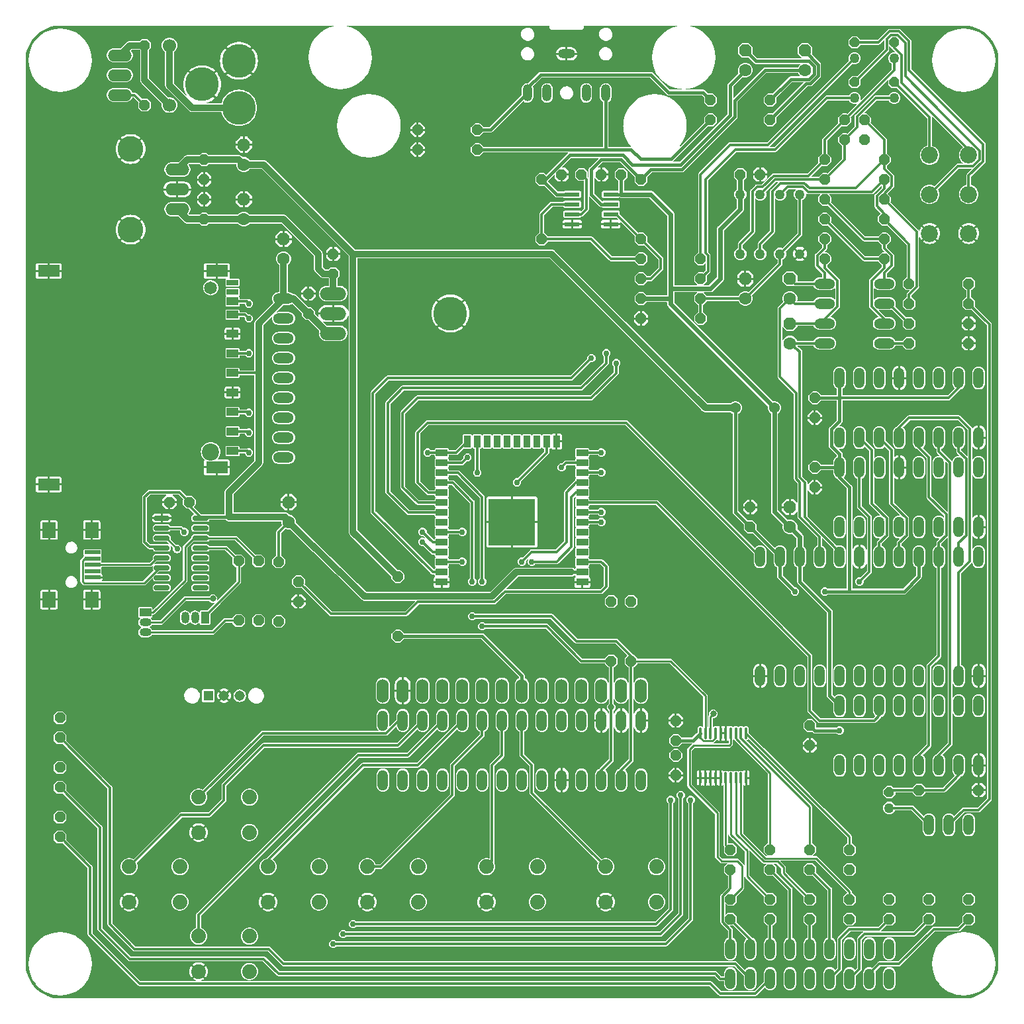
<source format=gtl>
%TF.GenerationSoftware,KiCad,Pcbnew,7.0.2*%
%TF.CreationDate,2024-05-21T23:22:59+08:00*%
%TF.ProjectId,MegaGRRLDesktop,4d656761-4752-4524-9c44-65736b746f70,rev?*%
%TF.SameCoordinates,Original*%
%TF.FileFunction,Copper,L1,Top*%
%TF.FilePolarity,Positive*%
%FSLAX46Y46*%
G04 Gerber Fmt 4.6, Leading zero omitted, Abs format (unit mm)*
G04 Created by KiCad (PCBNEW 7.0.2) date 2024-05-21 23:22:59*
%MOMM*%
%LPD*%
G01*
G04 APERTURE LIST*
G04 Aperture macros list*
%AMRoundRect*
0 Rectangle with rounded corners*
0 $1 Rounding radius*
0 $2 $3 $4 $5 $6 $7 $8 $9 X,Y pos of 4 corners*
0 Add a 4 corners polygon primitive as box body*
4,1,4,$2,$3,$4,$5,$6,$7,$8,$9,$2,$3,0*
0 Add four circle primitives for the rounded corners*
1,1,$1+$1,$2,$3*
1,1,$1+$1,$4,$5*
1,1,$1+$1,$6,$7*
1,1,$1+$1,$8,$9*
0 Add four rect primitives between the rounded corners*
20,1,$1+$1,$2,$3,$4,$5,0*
20,1,$1+$1,$4,$5,$6,$7,0*
20,1,$1+$1,$6,$7,$8,$9,0*
20,1,$1+$1,$8,$9,$2,$3,0*%
%AMOutline5P*
0 Free polygon, 5 corners , with rotation*
0 The origin of the aperture is its center*
0 number of corners: always 5*
0 $1 to $10 corner X, Y*
0 $11 Rotation angle, in degrees counterclockwise*
0 create outline with 5 corners*
4,1,5,$1,$2,$3,$4,$5,$6,$7,$8,$9,$10,$1,$2,$11*%
%AMOutline6P*
0 Free polygon, 6 corners , with rotation*
0 The origin of the aperture is its center*
0 number of corners: always 6*
0 $1 to $12 corner X, Y*
0 $13 Rotation angle, in degrees counterclockwise*
0 create outline with 6 corners*
4,1,6,$1,$2,$3,$4,$5,$6,$7,$8,$9,$10,$11,$12,$1,$2,$13*%
%AMOutline7P*
0 Free polygon, 7 corners , with rotation*
0 The origin of the aperture is its center*
0 number of corners: always 7*
0 $1 to $14 corner X, Y*
0 $15 Rotation angle, in degrees counterclockwise*
0 create outline with 7 corners*
4,1,7,$1,$2,$3,$4,$5,$6,$7,$8,$9,$10,$11,$12,$13,$14,$1,$2,$15*%
%AMOutline8P*
0 Free polygon, 8 corners , with rotation*
0 The origin of the aperture is its center*
0 number of corners: always 8*
0 $1 to $16 corner X, Y*
0 $17 Rotation angle, in degrees counterclockwise*
0 create outline with 8 corners*
4,1,8,$1,$2,$3,$4,$5,$6,$7,$8,$9,$10,$11,$12,$13,$14,$15,$16,$1,$2,$17*%
G04 Aperture macros list end*
%TA.AperFunction,ComponentPad*%
%ADD10Outline8P,-0.660400X0.273547X-0.273547X0.660400X0.273547X0.660400X0.660400X0.273547X0.660400X-0.273547X0.273547X-0.660400X-0.273547X-0.660400X-0.660400X-0.273547X0.000000*%
%TD*%
%TA.AperFunction,ComponentPad*%
%ADD11Outline8P,-0.660400X0.273547X-0.273547X0.660400X0.273547X0.660400X0.660400X0.273547X0.660400X-0.273547X0.273547X-0.660400X-0.273547X-0.660400X-0.660400X-0.273547X90.000000*%
%TD*%
%TA.AperFunction,ComponentPad*%
%ADD12O,1.320800X2.641600*%
%TD*%
%TA.AperFunction,ComponentPad*%
%ADD13Outline8P,-0.660400X0.273547X-0.273547X0.660400X0.273547X0.660400X0.660400X0.273547X0.660400X-0.273547X0.273547X-0.660400X-0.273547X-0.660400X-0.660400X-0.273547X180.000000*%
%TD*%
%TA.AperFunction,ComponentPad*%
%ADD14C,1.600200*%
%TD*%
%TA.AperFunction,ComponentPad*%
%ADD15Outline8P,-0.800100X0.331412X-0.331412X0.800100X0.331412X0.800100X0.800100X0.331412X0.800100X-0.331412X0.331412X-0.800100X-0.331412X-0.800100X-0.800100X-0.331412X90.000000*%
%TD*%
%TA.AperFunction,ComponentPad*%
%ADD16C,1.270000*%
%TD*%
%TA.AperFunction,ComponentPad*%
%ADD17Outline8P,-0.635000X0.263026X-0.263026X0.635000X0.263026X0.635000X0.635000X0.263026X0.635000X-0.263026X0.263026X-0.635000X-0.263026X-0.635000X-0.635000X-0.263026X90.000000*%
%TD*%
%TA.AperFunction,ComponentPad*%
%ADD18C,1.371600*%
%TD*%
%TA.AperFunction,ComponentPad*%
%ADD19Outline8P,-0.660400X0.273547X-0.273547X0.660400X0.273547X0.660400X0.660400X0.273547X0.660400X-0.273547X0.273547X-0.660400X-0.273547X-0.660400X-0.660400X-0.273547X270.000000*%
%TD*%
%TA.AperFunction,ComponentPad*%
%ADD20C,1.879600*%
%TD*%
%TA.AperFunction,ComponentPad*%
%ADD21O,2.641600X1.320800*%
%TD*%
%TA.AperFunction,ComponentPad*%
%ADD22C,1.700000*%
%TD*%
%TA.AperFunction,ComponentPad*%
%ADD23R,1.308000X1.308000*%
%TD*%
%TA.AperFunction,ComponentPad*%
%ADD24C,1.308000*%
%TD*%
%TA.AperFunction,ComponentPad*%
%ADD25O,3.048000X1.524000*%
%TD*%
%TA.AperFunction,ComponentPad*%
%ADD26O,1.524000X3.048000*%
%TD*%
%TA.AperFunction,SMDPad,CuDef*%
%ADD27RoundRect,0.100000X0.100000X-0.637500X0.100000X0.637500X-0.100000X0.637500X-0.100000X-0.637500X0*%
%TD*%
%TA.AperFunction,ComponentPad*%
%ADD28O,1.200000X2.200000*%
%TD*%
%TA.AperFunction,ComponentPad*%
%ADD29O,2.200000X1.200000*%
%TD*%
%TA.AperFunction,ComponentPad*%
%ADD30C,2.184400*%
%TD*%
%TA.AperFunction,SMDPad,CuDef*%
%ADD31R,2.000000X0.500000*%
%TD*%
%TA.AperFunction,SMDPad,CuDef*%
%ADD32R,1.700000X2.000000*%
%TD*%
%TA.AperFunction,ComponentPad*%
%ADD33O,3.352800X1.676400*%
%TD*%
%TA.AperFunction,ComponentPad*%
%ADD34C,4.318000*%
%TD*%
%TA.AperFunction,ComponentPad*%
%ADD35R,1.050000X1.500000*%
%TD*%
%TA.AperFunction,ComponentPad*%
%ADD36O,1.050000X1.500000*%
%TD*%
%TA.AperFunction,ComponentPad*%
%ADD37C,3.302000*%
%TD*%
%TA.AperFunction,SMDPad,CuDef*%
%ADD38R,1.500000X1.000000*%
%TD*%
%TA.AperFunction,SMDPad,CuDef*%
%ADD39R,1.500000X0.700000*%
%TD*%
%TA.AperFunction,SMDPad,CuDef*%
%ADD40R,2.800000X1.500000*%
%TD*%
%TA.AperFunction,ComponentPad*%
%ADD41C,1.650000*%
%TD*%
%TA.AperFunction,ComponentPad*%
%ADD42C,2.200000*%
%TD*%
%TA.AperFunction,SMDPad,CuDef*%
%ADD43RoundRect,0.150000X-0.825000X-0.150000X0.825000X-0.150000X0.825000X0.150000X-0.825000X0.150000X0*%
%TD*%
%TA.AperFunction,SMDPad,CuDef*%
%ADD44R,1.981200X0.558800*%
%TD*%
%TA.AperFunction,ComponentPad*%
%ADD45R,1.500000X1.050000*%
%TD*%
%TA.AperFunction,ComponentPad*%
%ADD46O,1.500000X1.050000*%
%TD*%
%TA.AperFunction,SMDPad,CuDef*%
%ADD47R,1.500000X0.900000*%
%TD*%
%TA.AperFunction,SMDPad,CuDef*%
%ADD48R,0.900000X1.500000*%
%TD*%
%TA.AperFunction,SMDPad,CuDef*%
%ADD49R,6.000000X6.000000*%
%TD*%
%TA.AperFunction,ViaPad*%
%ADD50C,0.756400*%
%TD*%
%TA.AperFunction,ViaPad*%
%ADD51C,0.800000*%
%TD*%
%TA.AperFunction,Conductor*%
%ADD52C,0.250000*%
%TD*%
%TA.AperFunction,Conductor*%
%ADD53C,0.304800*%
%TD*%
%TA.AperFunction,Conductor*%
%ADD54C,0.406400*%
%TD*%
%TA.AperFunction,Conductor*%
%ADD55C,0.812800*%
%TD*%
%TA.AperFunction,Conductor*%
%ADD56C,0.609600*%
%TD*%
%TA.AperFunction,Conductor*%
%ADD57C,0.254000*%
%TD*%
G04 APERTURE END LIST*
D10*
%TO.P,R28,1,1*%
%TO.N,GND*%
X136436100Y-58648600D03*
%TO.P,R28,2,2*%
%TO.N,Net-(J2-RING)*%
X144056100Y-58648600D03*
%TD*%
D11*
%TO.P,LED9,A,A*%
%TO.N,/LED drivers/PSG2N*%
X181521100Y-150723600D03*
%TO.P,LED9,K,C*%
%TO.N,/LED drivers/PSG2*%
X181521100Y-148183600D03*
%TD*%
D12*
%TO.P,R23,A,A*%
%TO.N,unconnected-(R23-PadA)*%
X206921100Y-145008600D03*
%TO.P,R23,E,E*%
%TO.N,Net-(C8-Pad+)*%
X201841100Y-145008600D03*
%TO.P,R23,S,S*%
%TO.N,Net-(R23-PadS)*%
X204381100Y-145008600D03*
%TD*%
D13*
%TO.P,R5,1,1*%
%TO.N,Net-(S1D-1)*%
X196126100Y-70078600D03*
%TO.P,R5,2,2*%
%TO.N,Net-(S1D-2)*%
X188506100Y-70078600D03*
%TD*%
D14*
%TO.P,C20,+,+*%
%TO.N,Net-(IC11-VO1)*%
X178346100Y-48488600D03*
D15*
%TO.P,C20,-,-*%
%TO.N,Net-(C20-Pad-)*%
X178346100Y-45948600D03*
%TD*%
D16*
%TO.P,C16,+,+*%
%TO.N,/Audio/AUDIO_LINEL*%
X192316100Y-46964600D03*
D17*
%TO.P,C16,-,-*%
%TO.N,Net-(R14A-S)*%
X192316100Y-44932600D03*
%TD*%
D10*
%TO.P,C5,1,1*%
%TO.N,+5V{slash}2*%
X177711100Y-61823600D03*
%TO.P,C5,2,2*%
%TO.N,GND*%
X180251100Y-61823600D03*
%TD*%
D18*
%TO.P,L1,1,1*%
%TO.N,+5V{slash}2*%
X182079900Y-91668600D03*
%TO.P,L1,2,2*%
%TO.N,+5V*%
X177076100Y-91668600D03*
%TD*%
D13*
%TO.P,R24,1,1*%
%TO.N,VBIAS*%
X172631100Y-77698600D03*
%TO.P,R24,2,2*%
%TO.N,+5V{slash}2*%
X165011100Y-77698600D03*
%TD*%
D19*
%TO.P,C35,1*%
%TO.N,+3V3*%
X169456100Y-136118600D03*
%TO.P,C35,2*%
%TO.N,GND*%
X169456100Y-138658600D03*
%TD*%
D11*
%TO.P,R26,1,1*%
%TO.N,Net-(Q1-PadG)*%
X101511100Y-52933600D03*
%TO.P,R26,2,2*%
%TO.N,Net-(D3-PadC)*%
X101511100Y-45313600D03*
%TD*%
D13*
%TO.P,R9,1,1*%
%TO.N,Net-(IC5A--IN)*%
X196126100Y-64998600D03*
%TO.P,R9,2,2*%
%TO.N,Net-(S1D-1)*%
X188506100Y-64998600D03*
%TD*%
D20*
%TO.P,SWC0,1,1*%
%TO.N,/Keys/KEY_C*%
X160489900Y-150368000D03*
%TO.P,SWC0,2*%
%TO.N,N/C*%
X166992300Y-150368000D03*
%TO.P,SWC0,3,2*%
%TO.N,GND*%
X160489900Y-154889200D03*
%TO.P,SWC0,4*%
%TO.N,N/C*%
X166992300Y-154889200D03*
%TD*%
D21*
%TO.P,S1,1,1*%
%TO.N,Net-(R22-Pad2)*%
X196126100Y-83413600D03*
%TO.P,S1,2,1*%
%TO.N,Net-(S1B-1)*%
X196126100Y-80873600D03*
%TO.P,S1,3,1*%
%TO.N,Net-(S1C-1)*%
X196126100Y-78333600D03*
%TO.P,S1,4,1*%
%TO.N,Net-(S1D-1)*%
X196126100Y-75793600D03*
%TO.P,S1,5,2*%
%TO.N,Net-(S1D-2)*%
X188506100Y-75793600D03*
%TO.P,S1,6,2*%
%TO.N,AUDIO_FML*%
X188506100Y-78333600D03*
%TO.P,S1,7,2*%
%TO.N,Net-(S1B-2)*%
X188506100Y-80873600D03*
%TO.P,S1,8,2*%
%TO.N,AUDIO_FMR*%
X188506100Y-83413600D03*
%TD*%
D19*
%TO.P,C9,1,1*%
%TO.N,/MCU & interface/ESP32_RESET*%
X121196100Y-113893600D03*
%TO.P,C9,2,2*%
%TO.N,GND*%
X121196100Y-116433600D03*
%TD*%
D13*
%TO.P,R11,1,1*%
%TO.N,Net-(IC5B--IN)*%
X196126100Y-67538600D03*
%TO.P,R11,2,2*%
%TO.N,Net-(S1B-1)*%
X188506100Y-67538600D03*
%TD*%
D22*
%TO.P,D3,A,A*%
%TO.N,Net-(D3-PadA)*%
X104686100Y-45313600D03*
%TO.P,D3,C,C*%
%TO.N,Net-(D3-PadC)*%
X104686100Y-52933600D03*
%TD*%
D19*
%TO.P,R31,1*%
%TO.N,Net-(IC14-~{RTS})*%
X116078000Y-111252000D03*
%TO.P,R31,2*%
%TO.N,Net-(Q3-B)*%
X116078000Y-118872000D03*
%TD*%
D11*
%TO.P,R15,1,1*%
%TO.N,Net-(IC11-IN2-)*%
X165011100Y-70078600D03*
%TO.P,R15,2,2*%
%TO.N,Net-(IC11-VO2)*%
X165011100Y-62458600D03*
%TD*%
D23*
%TO.P,S2,1,1*%
%TO.N,unconnected-(S2-Pad1)*%
X109671100Y-128498600D03*
D24*
%TO.P,S2,2,2*%
%TO.N,GND*%
X111671100Y-128498600D03*
%TO.P,S2,3,3*%
%TO.N,Net-(Q1-PadG)*%
X113671100Y-128498600D03*
%TD*%
D11*
%TO.P,LED5,A,A*%
%TO.N,/LED drivers/FM5N*%
X196761100Y-157073600D03*
%TO.P,LED5,K,C*%
%TO.N,/LED drivers/FM5*%
X196761100Y-154533600D03*
%TD*%
D14*
%TO.P,C21,+,+*%
%TO.N,Net-(IC11-VO2)*%
X185966100Y-48488600D03*
D15*
%TO.P,C21,-,-*%
%TO.N,Net-(C21-Pad-)*%
X185966100Y-45948600D03*
%TD*%
D13*
%TO.P,R19,1,1*%
%TO.N,Net-(C20-Pad-)*%
X181521100Y-52298600D03*
%TO.P,R19,2,2*%
%TO.N,Net-(J2-TIP)*%
X173901100Y-52298600D03*
%TD*%
D25*
%TO.P,IC6,1,VI*%
%TO.N,+12V*%
X105702100Y-66268600D03*
%TO.P,IC6,2,GND*%
%TO.N,GND*%
X105702100Y-63728600D03*
%TO.P,IC6,3,VO*%
%TO.N,+5V*%
X105702100Y-61188600D03*
%TD*%
D12*
%TO.P,IC2,1,QB*%
%TO.N,/Sound chips & bus/D1*%
X190411100Y-106908600D03*
%TO.P,IC2,2,QC*%
%TO.N,/Sound chips & bus/D2*%
X192951100Y-106908600D03*
%TO.P,IC2,3,QD*%
%TO.N,/Sound chips & bus/D3*%
X195491100Y-106908600D03*
%TO.P,IC2,4,QE*%
%TO.N,/Sound chips & bus/D4*%
X198031100Y-106908600D03*
%TO.P,IC2,5,QF*%
%TO.N,/Sound chips & bus/D5*%
X200571100Y-106908600D03*
%TO.P,IC2,6,QG*%
%TO.N,/Sound chips & bus/D6*%
X203111100Y-106908600D03*
%TO.P,IC2,7,QH*%
%TO.N,/Sound chips & bus/D7*%
X205651100Y-106908600D03*
%TO.P,IC2,8,GND*%
%TO.N,GND*%
X208191100Y-106908600D03*
%TO.P,IC2,9,QH\u002A*%
%TO.N,unconnected-(IC2A-QH\u002A-Pad9)*%
X208191100Y-99288600D03*
%TO.P,IC2,10,SCL*%
%TO.N,+5V*%
X205651100Y-99288600D03*
%TO.P,IC2,11,SCK*%
%TO.N,SHCLK*%
X203111100Y-99288600D03*
%TO.P,IC2,12,RCK*%
%TO.N,SHSTO*%
X200571100Y-99288600D03*
%TO.P,IC2,13,G*%
%TO.N,GND*%
X198031100Y-99288600D03*
%TO.P,IC2,14,SER*%
%TO.N,Net-(IC2A-SER)*%
X195491100Y-99288600D03*
%TO.P,IC2,15,QA*%
%TO.N,/Sound chips & bus/D0*%
X192951100Y-99288600D03*
%TO.P,IC2,16,VCC*%
%TO.N,+5V*%
X190411100Y-99288600D03*
%TD*%
D11*
%TO.P,R16,1,1*%
%TO.N,Net-(IC11-IN1-)*%
X152311100Y-70078600D03*
%TO.P,R16,2,2*%
%TO.N,Net-(IC11-VO1)*%
X152311100Y-62458600D03*
%TD*%
%TO.P,LED1,A,A*%
%TO.N,/LED drivers/FM1N*%
X176441100Y-157073600D03*
%TO.P,LED1,K,C*%
%TO.N,/LED drivers/FM1*%
X176441100Y-154533600D03*
%TD*%
D26*
%TO.P,JP1,1,1*%
%TO.N,+5V*%
X131991100Y-127863600D03*
%TO.P,JP1,2,2*%
%TO.N,GND*%
X134531100Y-127863600D03*
%TO.P,JP1,3,3*%
%TO.N,/MCU & interface/LCD_{slash}CS*%
X137071100Y-127863600D03*
%TO.P,JP1,4,4*%
%TO.N,+3V3*%
X139611100Y-127863600D03*
%TO.P,JP1,5,5*%
%TO.N,/MCU & interface/LCD_DC*%
X142151100Y-127863600D03*
%TO.P,JP1,6,6*%
%TO.N,/MCU & interface/LCD_MOSI*%
X144691100Y-127863600D03*
%TO.P,JP1,7,7*%
%TO.N,/MCU & interface/LCD_CLK*%
X147231100Y-127863600D03*
%TO.P,JP1,8,8*%
%TO.N,Net-(JP1-Pad8)*%
X149771100Y-127863600D03*
%TO.P,JP1,9,9*%
%TO.N,unconnected-(JP1-Pad9)*%
X152311100Y-127863600D03*
%TO.P,JP1,10,10*%
%TO.N,unconnected-(JP1-Pad10)*%
X154851100Y-127863600D03*
%TO.P,JP1,11,11*%
%TO.N,unconnected-(JP1-Pad11)*%
X157391100Y-127863600D03*
%TO.P,JP1,12,12*%
%TO.N,unconnected-(JP1-Pad12)*%
X159931100Y-127863600D03*
%TO.P,JP1,13,13*%
%TO.N,unconnected-(JP1-Pad13)*%
X162471100Y-127863600D03*
%TO.P,JP1,14,14*%
%TO.N,unconnected-(JP1-Pad14)*%
X165011100Y-127863600D03*
%TD*%
D27*
%TO.P,IC9,1,A0*%
%TO.N,GND*%
X172589000Y-139006500D03*
%TO.P,IC9,2,A1*%
X173239000Y-139006500D03*
%TO.P,IC9,3,A2*%
X173889000Y-139006500D03*
%TO.P,IC9,4,A3*%
X174539000Y-139006500D03*
%TO.P,IC9,5,A4*%
X175189000Y-139006500D03*
%TO.P,IC9,6,LED0*%
%TO.N,/LED drivers/PSG1*%
X175839000Y-139006500D03*
%TO.P,IC9,7,LED1*%
%TO.N,/LED drivers/FM2*%
X176489000Y-139006500D03*
%TO.P,IC9,8,LED2*%
%TO.N,/LED drivers/FM3*%
X177139000Y-139006500D03*
%TO.P,IC9,9,LED3*%
%TO.N,/LED drivers/FM4*%
X177789000Y-139006500D03*
%TO.P,IC9,10,VSS*%
%TO.N,GND*%
X178439000Y-139006500D03*
%TO.P,IC9,11,LED4*%
%TO.N,/LED drivers/PSGS*%
X178439000Y-133281500D03*
%TO.P,IC9,12,LED5*%
%TO.N,/LED drivers/PSG3*%
X177789000Y-133281500D03*
%TO.P,IC9,13,LED6*%
%TO.N,/LED drivers/PSG2*%
X177139000Y-133281500D03*
%TO.P,IC9,14,LED7*%
%TO.N,/LED drivers/FM1*%
X176489000Y-133281500D03*
%TO.P,IC9,15,OE*%
%TO.N,GND*%
X175839000Y-133281500D03*
%TO.P,IC9,16,A5*%
X175189000Y-133281500D03*
%TO.P,IC9,17,A6*%
%TO.N,+3V3*%
X174539000Y-133281500D03*
%TO.P,IC9,18,SCL*%
%TO.N,SCL*%
X173889000Y-133281500D03*
%TO.P,IC9,19,SDA*%
%TO.N,SDA*%
X173239000Y-133281500D03*
%TO.P,IC9,20,VDD*%
%TO.N,+3V3*%
X172589000Y-133281500D03*
%TD*%
D13*
%TO.P,R7,1,1*%
%TO.N,Net-(S1B-1)*%
X196126100Y-72618600D03*
%TO.P,R7,2,2*%
%TO.N,Net-(S1B-2)*%
X188506100Y-72618600D03*
%TD*%
%TO.P,R21,1,1*%
%TO.N,GND*%
X206921100Y-80873600D03*
%TO.P,R21,2,2*%
%TO.N,Net-(S1C-1)*%
X199301100Y-80873600D03*
%TD*%
D11*
%TO.P,LED2,A,A*%
%TO.N,/LED drivers/FM2N*%
X181521100Y-157073600D03*
%TO.P,LED2,K,C*%
%TO.N,/LED drivers/FM2*%
X181521100Y-154533600D03*
%TD*%
D20*
%TO.P,SWUP0,1,1*%
%TO.N,/Keys/KEY_UP*%
X108419900Y-141478000D03*
%TO.P,SWUP0,2*%
%TO.N,N/C*%
X114922300Y-141478000D03*
%TO.P,SWUP0,3,2*%
%TO.N,GND*%
X108419900Y-145999200D03*
%TO.P,SWUP0,4*%
%TO.N,N/C*%
X114922300Y-145999200D03*
%TD*%
D16*
%TO.P,C8,+,+*%
%TO.N,Net-(C8-Pad+)*%
X196761100Y-142849600D03*
D17*
%TO.P,C8,-,-*%
%TO.N,AUDIO_PSG*%
X196761100Y-140817600D03*
%TD*%
D28*
%TO.P,J2,R*%
%TO.N,Net-(J2-RING)*%
X160486100Y-51400000D03*
%TO.P,J2,RN*%
%TO.N,N/C*%
X157986100Y-51400000D03*
D29*
%TO.P,J2,S*%
%TO.N,GND*%
X155486100Y-46400000D03*
D28*
%TO.P,J2,T*%
%TO.N,Net-(J2-TIP)*%
X150486100Y-51400000D03*
%TO.P,J2,TN*%
%TO.N,N/C*%
X152986100Y-51400000D03*
%TD*%
D19*
%TO.P,C29,1,1*%
%TO.N,+5V*%
X109131100Y-59918600D03*
%TO.P,C29,2,2*%
%TO.N,GND*%
X109131100Y-62458600D03*
%TD*%
D12*
%TO.P,RN3,1,1*%
%TO.N,+5V*%
X196761100Y-164693600D03*
%TO.P,RN3,2,2*%
%TO.N,/LED drivers/FMSN*%
X194221100Y-164693600D03*
%TO.P,RN3,3,3*%
%TO.N,/LED drivers/FM6N*%
X191681100Y-164693600D03*
%TO.P,RN3,4,4*%
%TO.N,/LED drivers/FM5N*%
X189141100Y-164693600D03*
%TO.P,RN3,5,5*%
%TO.N,unconnected-(RN3-Pad5)*%
X186601100Y-164693600D03*
%TO.P,RN3,6,6*%
%TO.N,unconnected-(RN3-Pad6)*%
X184061100Y-164693600D03*
%TO.P,RN3,7,7*%
%TO.N,/LED drivers/USERCN*%
X181521100Y-164693600D03*
%TO.P,RN3,8,8*%
%TO.N,/LED drivers/USERAN*%
X178981100Y-164693600D03*
%TO.P,RN3,9,9*%
%TO.N,/LED drivers/USERBN*%
X176441100Y-164693600D03*
%TD*%
D30*
%TO.P,R14,1-1,A*%
%TO.N,GND*%
X206921100Y-69363600D03*
%TO.P,R14,1-2,S*%
%TO.N,Net-(R14A-S)*%
X206921100Y-64363600D03*
%TO.P,R14,1-3,E*%
%TO.N,Net-(R14A-E)*%
X206921100Y-59363600D03*
%TO.P,R14,2-1,A*%
%TO.N,GND*%
X201921100Y-69363600D03*
%TO.P,R14,2-2,S*%
%TO.N,Net-(R14B-S)*%
X201921100Y-64363600D03*
%TO.P,R14,2-3,E*%
%TO.N,Net-(R14B-E)*%
X201921100Y-59363600D03*
%TD*%
D20*
%TO.P,SWLEFT0,1,1*%
%TO.N,/Keys/KEY_LEFT*%
X99529900Y-150368000D03*
%TO.P,SWLEFT0,2*%
%TO.N,N/C*%
X106032300Y-150368000D03*
%TO.P,SWLEFT0,3,2*%
%TO.N,GND*%
X99529900Y-154889200D03*
%TO.P,SWLEFT0,4*%
%TO.N,N/C*%
X106032300Y-154889200D03*
%TD*%
D10*
%TO.P,R27,1,1*%
%TO.N,GND*%
X136436100Y-56108600D03*
%TO.P,R27,2,2*%
%TO.N,Net-(J2-TIP)*%
X144056100Y-56108600D03*
%TD*%
D11*
%TO.P,C32,1,1*%
%TO.N,+3V3*%
X122466100Y-79603600D03*
%TO.P,C32,2,2*%
%TO.N,GND*%
X122466100Y-77063600D03*
%TD*%
D14*
%TO.P,C2,+,+*%
%TO.N,VBIAS*%
X178346100Y-77698600D03*
D15*
%TO.P,C2,-,-*%
%TO.N,GND*%
X178346100Y-75158600D03*
%TD*%
D31*
%TO.P,J1,1,VBUS*%
%TO.N,unconnected-(J1-VBUS-Pad1)*%
X94850000Y-110150000D03*
%TO.P,J1,2,D-*%
%TO.N,Net-(IC14-UD-)*%
X94850000Y-110950000D03*
%TO.P,J1,3,D+*%
%TO.N,Net-(IC14-UD+)*%
X94850000Y-111750000D03*
%TO.P,J1,4,ID*%
%TO.N,unconnected-(J1-ID-Pad4)*%
X94850000Y-112550000D03*
%TO.P,J1,5,GND*%
%TO.N,GND*%
X94850000Y-113350000D03*
D32*
%TO.P,J1,6,Shield*%
X94750000Y-107300000D03*
X89300000Y-107300000D03*
X94750000Y-116200000D03*
X89300000Y-116200000D03*
%TD*%
D12*
%TO.P,RN1,1,1*%
%TO.N,+5V*%
X196761100Y-160883600D03*
%TO.P,RN1,2,2*%
%TO.N,/LED drivers/PSGSN*%
X194221100Y-160883600D03*
%TO.P,RN1,3,3*%
%TO.N,/LED drivers/FM4N*%
X191681100Y-160883600D03*
%TO.P,RN1,4,4*%
%TO.N,/LED drivers/PSG3N*%
X189141100Y-160883600D03*
%TO.P,RN1,5,5*%
%TO.N,/LED drivers/FM3N*%
X186601100Y-160883600D03*
%TO.P,RN1,6,6*%
%TO.N,/LED drivers/PSG2N*%
X184061100Y-160883600D03*
%TO.P,RN1,7,7*%
%TO.N,/LED drivers/FM2N*%
X181521100Y-160883600D03*
%TO.P,RN1,8,8*%
%TO.N,/LED drivers/FM1N*%
X178981100Y-160883600D03*
%TO.P,RN1,9,9*%
%TO.N,/LED drivers/PSG1N*%
X176441100Y-160883600D03*
%TD*%
D20*
%TO.P,SWDOWN0,1,1*%
%TO.N,/Keys/KEY_DOWN*%
X108419900Y-159258000D03*
%TO.P,SWDOWN0,2*%
%TO.N,N/C*%
X114922300Y-159258000D03*
%TO.P,SWDOWN0,3,2*%
%TO.N,GND*%
X108419900Y-163779200D03*
%TO.P,SWDOWN0,4*%
%TO.N,N/C*%
X114922300Y-163779200D03*
%TD*%
D11*
%TO.P,LED4,A,A*%
%TO.N,/LED drivers/FM4N*%
X191681100Y-157073600D03*
%TO.P,LED4,K,C*%
%TO.N,/LED drivers/FM4*%
X191681100Y-154533600D03*
%TD*%
D33*
%TO.P,IC1,1,VI*%
%TO.N,+12V*%
X125641100Y-77063600D03*
%TO.P,IC1,2,GND*%
%TO.N,GND*%
X125641100Y-79603600D03*
%TO.P,IC1,3,VO*%
%TO.N,+3V3*%
X125641100Y-82143600D03*
D34*
%TO.P,IC1,TAB,GND@1*%
%TO.N,GND*%
X140627100Y-79603600D03*
%TD*%
D21*
%TO.P,RN2,1,1*%
%TO.N,+3V3*%
X119291100Y-77698600D03*
%TO.P,RN2,2,2*%
%TO.N,/MCU & interface/SD_D1*%
X119291100Y-80238600D03*
%TO.P,RN2,3,3*%
%TO.N,/MCU & interface/SD_D0*%
X119291100Y-82778600D03*
%TO.P,RN2,4,4*%
%TO.N,unconnected-(RN2-Pad4)*%
X119291100Y-85318600D03*
%TO.P,RN2,5,5*%
%TO.N,unconnected-(RN2-Pad5)*%
X119291100Y-87858600D03*
%TO.P,RN2,6,6*%
%TO.N,/MCU & interface/SD_CLK*%
X119291100Y-90398600D03*
%TO.P,RN2,7,7*%
%TO.N,/MCU & interface/SD_CMD*%
X119291100Y-92938600D03*
%TO.P,RN2,8,8*%
%TO.N,/MCU & interface/SD_D3*%
X119291100Y-95478600D03*
%TO.P,RN2,9,9*%
%TO.N,/MCU & interface/SD_D2*%
X119291100Y-98018600D03*
%TD*%
D19*
%TO.P,C1,1,1*%
%TO.N,+5V*%
X187236100Y-90398600D03*
%TO.P,C1,2,2*%
%TO.N,GND*%
X187236100Y-92938600D03*
%TD*%
D14*
%TO.P,C26,+,+*%
%TO.N,+12V*%
X114211100Y-67538600D03*
D15*
%TO.P,C26,-,-*%
%TO.N,GND*%
X114211100Y-64998600D03*
%TD*%
D13*
%TO.P,R17,1,1*%
%TO.N,/Audio/AUDIO_LINEL*%
X172631100Y-72618600D03*
%TO.P,R17,2,2*%
%TO.N,Net-(IC11-IN1-)*%
X165011100Y-72618600D03*
%TD*%
D35*
%TO.P,Q3,1,E*%
%TO.N,Net-(IC14-~{DTR})*%
X109220000Y-118512000D03*
D36*
%TO.P,Q3,2,C*%
%TO.N,/MCU & interface/SD_D0*%
X107950000Y-118512000D03*
%TO.P,Q3,3,B*%
%TO.N,Net-(Q3-B)*%
X106680000Y-118512000D03*
%TD*%
D11*
%TO.P,LED6,A,A*%
%TO.N,/LED drivers/FM6N*%
X201841100Y-157073600D03*
%TO.P,LED6,K,C*%
%TO.N,/LED drivers/FM6*%
X201841100Y-154533600D03*
%TD*%
%TO.P,LED3,A,A*%
%TO.N,/LED drivers/FM3N*%
X186601100Y-157073600D03*
%TO.P,LED3,K,C*%
%TO.N,/LED drivers/FM3*%
X186601100Y-154533600D03*
%TD*%
D16*
%TO.P,IC5,1,OUT*%
%TO.N,Net-(IC5A-OUT)*%
X177711100Y-71983600D03*
%TO.P,IC5,2,-IN*%
%TO.N,Net-(IC5A--IN)*%
X180251100Y-71983600D03*
%TO.P,IC5,3,+IN*%
%TO.N,VBIAS*%
X182791100Y-71983600D03*
%TO.P,IC5,4,V-*%
%TO.N,GND*%
X185331100Y-71983600D03*
%TO.P,IC5,5,+IN*%
%TO.N,VBIAS*%
X185331100Y-64363600D03*
%TO.P,IC5,6,-IN*%
%TO.N,Net-(IC5B--IN)*%
X182791100Y-64363600D03*
%TO.P,IC5,7,OUT*%
%TO.N,Net-(IC5B-OUT)*%
X180251100Y-64363600D03*
%TO.P,IC5,8,V+*%
%TO.N,+5V{slash}2*%
X177711100Y-64363600D03*
%TD*%
D10*
%TO.P,R4,1,1*%
%TO.N,Net-(IC5B-OUT)*%
X188506100Y-62458600D03*
%TO.P,R4,2,2*%
%TO.N,Net-(IC5B--IN)*%
X196126100Y-62458600D03*
%TD*%
D14*
%TO.P,C33,+,+*%
%TO.N,+3V3*%
X119291100Y-72618600D03*
D15*
%TO.P,C33,-,-*%
%TO.N,GND*%
X119291100Y-70078600D03*
%TD*%
D11*
%TO.P,LED11,A,A*%
%TO.N,/LED drivers/PSGSN*%
X191681100Y-150723600D03*
%TO.P,LED11,K,C*%
%TO.N,/LED drivers/PSGS*%
X191681100Y-148183600D03*
%TD*%
D37*
%TO.P,KK1,B,K@1*%
%TO.N,GND*%
X99707700Y-68884800D03*
%TO.P,KK1,B1,K@2*%
X99707700Y-58572400D03*
%TD*%
D13*
%TO.P,C4,1,1*%
%TO.N,Net-(IC5B--IN)*%
X193586100Y-57378600D03*
%TO.P,C4,2,2*%
%TO.N,Net-(IC5B-OUT)*%
X191046100Y-57378600D03*
%TD*%
D11*
%TO.P,R1,1,1*%
%TO.N,SDA*%
X163741100Y-124053600D03*
%TO.P,R1,2,2*%
%TO.N,+3V3*%
X163741100Y-116433600D03*
%TD*%
%TO.P,LED12,A,A*%
%TO.N,/LED drivers/USERAN*%
X90678000Y-133858000D03*
%TO.P,LED12,K,C*%
%TO.N,/LED drivers/USERA*%
X90678000Y-131318000D03*
%TD*%
D14*
%TO.P,C13,+,+*%
%TO.N,+5V{slash}2*%
X184061100Y-106908600D03*
D15*
%TO.P,C13,-,-*%
%TO.N,GND*%
X184061100Y-104368600D03*
%TD*%
D11*
%TO.P,R13,1,1*%
%TO.N,/MCU & interface/ESP32_RESET*%
X118656100Y-118973600D03*
%TO.P,R13,2,2*%
%TO.N,+3V3*%
X118656100Y-111353600D03*
%TD*%
D13*
%TO.P,C24,1*%
%TO.N,+3V3*%
X107226100Y-103733600D03*
%TO.P,C24,2*%
%TO.N,GND*%
X104686100Y-103733600D03*
%TD*%
D10*
%TO.P,R6,1,1*%
%TO.N,Net-(IC5A--IN)*%
X199301100Y-78333600D03*
%TO.P,R6,2,2*%
%TO.N,Net-(R23-PadS)*%
X206921100Y-78333600D03*
%TD*%
D11*
%TO.P,LED13,A,A*%
%TO.N,/LED drivers/USERBN*%
X90678000Y-140208000D03*
%TO.P,LED13,K,C*%
%TO.N,/LED drivers/USERB*%
X90678000Y-137668000D03*
%TD*%
D10*
%TO.P,R3,1,1*%
%TO.N,Net-(IC5A-OUT)*%
X188506100Y-59918600D03*
%TO.P,R3,2,2*%
%TO.N,Net-(IC5A--IN)*%
X196126100Y-59918600D03*
%TD*%
D12*
%TO.P,IC3,1,QB*%
%TO.N,unconnected-(IC3A-QB-Pad1)*%
X190411100Y-95478600D03*
%TO.P,IC3,2,QC*%
%TO.N,/Sound chips & bus/A1*%
X192951100Y-95478600D03*
%TO.P,IC3,3,QD*%
%TO.N,/Sound chips & bus/A0*%
X195491100Y-95478600D03*
%TO.P,IC3,4,QE*%
%TO.N,/Sound chips & bus/{slash}IC*%
X198031100Y-95478600D03*
%TO.P,IC3,5,QF*%
%TO.N,/Sound chips & bus/{slash}WR*%
X200571100Y-95478600D03*
%TO.P,IC3,6,QG*%
%TO.N,/Sound chips & bus/{slash}CS_PSG*%
X203111100Y-95478600D03*
%TO.P,IC3,7,QH*%
%TO.N,/Sound chips & bus/{slash}CS_FM*%
X205651100Y-95478600D03*
%TO.P,IC3,8,GND*%
%TO.N,GND*%
X208191100Y-95478600D03*
%TO.P,IC3,9,QH\u002A*%
%TO.N,Net-(IC2A-SER)*%
X208191100Y-87858600D03*
%TO.P,IC3,10,SCL*%
%TO.N,+5V*%
X205651100Y-87858600D03*
%TO.P,IC3,11,SCK*%
%TO.N,SHCLK*%
X203111100Y-87858600D03*
%TO.P,IC3,12,RCK*%
%TO.N,SHSTO*%
X200571100Y-87858600D03*
%TO.P,IC3,13,G*%
%TO.N,GND*%
X198031100Y-87858600D03*
%TO.P,IC3,14,SER*%
%TO.N,SHDATA*%
X195491100Y-87858600D03*
%TO.P,IC3,15,QA*%
%TO.N,unconnected-(IC3A-QA-Pad15)*%
X192951100Y-87858600D03*
%TO.P,IC3,16,VCC*%
%TO.N,+5V*%
X190411100Y-87858600D03*
%TD*%
D11*
%TO.P,LED7,A,A*%
%TO.N,/LED drivers/FMSN*%
X206921100Y-157073600D03*
%TO.P,LED7,K,C*%
%TO.N,/LED drivers/FMS*%
X206921100Y-154533600D03*
%TD*%
D13*
%TO.P,R22,1,1*%
%TO.N,GND*%
X206921100Y-83413600D03*
%TO.P,R22,2,2*%
%TO.N,Net-(R22-Pad2)*%
X199301100Y-83413600D03*
%TD*%
D14*
%TO.P,C6,+,+*%
%TO.N,AUDIO_FML*%
X184061100Y-77698600D03*
D15*
%TO.P,C6,-,-*%
%TO.N,Net-(S1D-2)*%
X184061100Y-75158600D03*
%TD*%
D13*
%TO.P,C18,1,1*%
%TO.N,+5V{slash}2*%
X162471100Y-61823600D03*
%TO.P,C18,2,2*%
%TO.N,GND*%
X159931100Y-61823600D03*
%TD*%
D20*
%TO.P,SWA0,1,1*%
%TO.N,/Keys/KEY_A*%
X130009900Y-150368000D03*
%TO.P,SWA0,2*%
%TO.N,N/C*%
X136512300Y-150368000D03*
%TO.P,SWA0,3,2*%
%TO.N,GND*%
X130009900Y-154889200D03*
%TO.P,SWA0,4*%
%TO.N,N/C*%
X136512300Y-154889200D03*
%TD*%
D16*
%TO.P,C14,+,+*%
%TO.N,Net-(IC5A-OUT)*%
X197396100Y-46964600D03*
D17*
%TO.P,C14,-,-*%
%TO.N,Net-(R14A-E)*%
X197396100Y-44932600D03*
%TD*%
D19*
%TO.P,C11,1,1*%
%TO.N,+5V{slash}2*%
X186601100Y-132308600D03*
%TO.P,C11,2,2*%
%TO.N,GND*%
X186601100Y-134848600D03*
%TD*%
%TO.P,C25,1,1*%
%TO.N,+5V*%
X187236100Y-99288600D03*
%TO.P,C25,2,2*%
%TO.N,GND*%
X187236100Y-101828600D03*
%TD*%
D14*
%TO.P,C28,+,+*%
%TO.N,+5V*%
X114211100Y-60553600D03*
D15*
%TO.P,C28,-,-*%
%TO.N,GND*%
X114211100Y-58013600D03*
%TD*%
D11*
%TO.P,LED8,A,A*%
%TO.N,/LED drivers/PSG1N*%
X176441100Y-150723600D03*
%TO.P,LED8,K,C*%
%TO.N,/LED drivers/PSG1*%
X176441100Y-148183600D03*
%TD*%
D12*
%TO.P,IC7,/CS,/CS*%
%TO.N,/Sound chips & bus/{slash}CS_FM*%
X205651100Y-110718600D03*
%TO.P,IC7,/IC,/IC*%
%TO.N,/Sound chips & bus/{slash}IC*%
X205651100Y-125958600D03*
%TO.P,IC7,/IRQ,/IRQ*%
%TO.N,unconnected-(IC7-Pad{slash}IRQ)*%
X208191100Y-110718600D03*
%TO.P,IC7,/RD,/RD*%
%TO.N,+5V*%
X200571100Y-110718600D03*
%TO.P,IC7,/WR,/WR*%
%TO.N,/Sound chips & bus/{slash}WR*%
X203111100Y-110718600D03*
%TO.P,IC7,A0,A0*%
%TO.N,/Sound chips & bus/A0*%
X198031100Y-110718600D03*
%TO.P,IC7,A1,A1*%
%TO.N,/Sound chips & bus/A1*%
X195491100Y-110718600D03*
%TO.P,IC7,AGND,AGND*%
%TO.N,GND*%
X192951100Y-110718600D03*
%TO.P,IC7,AVCC,AVCC*%
%TO.N,+5V{slash}2*%
X185331100Y-110718600D03*
%TO.P,IC7,D0,D0*%
%TO.N,/Sound chips & bus/D0*%
X182791100Y-125958600D03*
%TO.P,IC7,D1,D1*%
%TO.N,/Sound chips & bus/D1*%
X185331100Y-125958600D03*
%TO.P,IC7,D2,D2*%
%TO.N,/Sound chips & bus/D2*%
X187871100Y-125958600D03*
%TO.P,IC7,D3,D3*%
%TO.N,/Sound chips & bus/D3*%
X190411100Y-125958600D03*
%TO.P,IC7,D4,D4*%
%TO.N,/Sound chips & bus/D4*%
X192951100Y-125958600D03*
%TO.P,IC7,D5,D5*%
%TO.N,/Sound chips & bus/D5*%
X195491100Y-125958600D03*
%TO.P,IC7,D6,D6*%
%TO.N,/Sound chips & bus/D6*%
X198031100Y-125958600D03*
%TO.P,IC7,D7,D7*%
%TO.N,/Sound chips & bus/D7*%
X200571100Y-125958600D03*
%TO.P,IC7,GND@1,GND@1*%
%TO.N,GND*%
X180251100Y-125958600D03*
%TO.P,IC7,GND@2,GND@2*%
X208191100Y-125958600D03*
%TO.P,IC7,M,M*%
%TO.N,CLK_FM*%
X180251100Y-110718600D03*
%TO.P,IC7,MOL,MOL*%
%TO.N,AUDIO_FML*%
X187871100Y-110718600D03*
%TO.P,IC7,MOR,MOR*%
%TO.N,AUDIO_FMR*%
X190411100Y-110718600D03*
%TO.P,IC7,NC,NC*%
%TO.N,unconnected-(IC7-PadNC)*%
X203111100Y-125958600D03*
%TO.P,IC7,VCC,VCC*%
%TO.N,+5V*%
X182791100Y-110718600D03*
%TD*%
D38*
%TO.P,J3,1,1*%
%TO.N,/MCU & interface/SD_D3*%
X112756100Y-94698600D03*
%TO.P,J3,2,2*%
%TO.N,/MCU & interface/SD_CMD*%
X112756100Y-92198600D03*
%TO.P,J3,3,3*%
%TO.N,GND*%
X112756100Y-89698600D03*
%TO.P,J3,4,4*%
%TO.N,+3V3*%
X112756100Y-87198600D03*
%TO.P,J3,5,5*%
%TO.N,/MCU & interface/SD_CLK*%
X112756100Y-84698600D03*
%TO.P,J3,6,6*%
%TO.N,GND*%
X112756100Y-82198600D03*
%TO.P,J3,7,7*%
%TO.N,/MCU & interface/SD_D0*%
X112756100Y-79768600D03*
%TO.P,J3,8,8*%
%TO.N,/MCU & interface/SD_D1*%
X112756100Y-78068600D03*
%TO.P,J3,9,9*%
%TO.N,/MCU & interface/SD_D2*%
X112756100Y-97198600D03*
D39*
%TO.P,J3,10,CARD_DETECT*%
%TO.N,unconnected-(J3-CARD_DETECT-Pad10)*%
X112756100Y-76868600D03*
%TO.P,J3,11,WRITE_PROTECTION*%
%TO.N,unconnected-(J3-WRITE_PROTECTION-Pad11)*%
X112756100Y-75668600D03*
D40*
%TO.P,J3,12,COMMON_GROUND_1*%
%TO.N,GND*%
X89256100Y-74173600D03*
%TO.P,J3,13,COMMON_GROUND_2*%
X89256100Y-101473600D03*
%TO.P,J3,14,COMMON_GROUND_3*%
X110756100Y-74173600D03*
%TO.P,J3,15,COMMON_GROUND_4*%
X110756100Y-99273600D03*
D41*
%TO.P,J3,16*%
%TO.N,N/C*%
X109956100Y-76323600D03*
D42*
%TO.P,J3,17*%
X109956100Y-97323600D03*
%TD*%
D10*
%TO.P,R10,1,1*%
%TO.N,AUDIO_PSG*%
X200571100Y-140563600D03*
%TO.P,R10,2,2*%
%TO.N,GND*%
X208191100Y-140563600D03*
%TD*%
D13*
%TO.P,C19,1,1*%
%TO.N,Net-(IC11-BYPASS)*%
X157391100Y-61823600D03*
%TO.P,C19,2,2*%
%TO.N,GND*%
X154851100Y-61823600D03*
%TD*%
D11*
%TO.P,C12,1,1*%
%TO.N,+5V*%
X178981100Y-106908600D03*
%TO.P,C12,2,2*%
%TO.N,GND*%
X178981100Y-104368600D03*
%TD*%
D12*
%TO.P,IC8,/OE,/OE*%
%TO.N,/Sound chips & bus/{slash}CS_PSG*%
X203111100Y-137388600D03*
%TO.P,IC8,/WE,/WE*%
%TO.N,/Sound chips & bus/{slash}WR*%
X200571100Y-137388600D03*
%TO.P,IC8,CLOCK,CLOCK*%
%TO.N,CLK_PSG*%
X195491100Y-129768600D03*
%TO.P,IC8,D0,D0*%
%TO.N,/Sound chips & bus/D7*%
X205651100Y-129768600D03*
%TO.P,IC8,D1,D1*%
%TO.N,/Sound chips & bus/D6*%
X203111100Y-129768600D03*
%TO.P,IC8,D2,D2*%
%TO.N,/Sound chips & bus/D5*%
X200571100Y-129768600D03*
%TO.P,IC8,D3,D3*%
%TO.N,/Sound chips & bus/D4*%
X198031100Y-129768600D03*
%TO.P,IC8,D4,D4*%
%TO.N,/Sound chips & bus/D3*%
X192951100Y-129768600D03*
%TO.P,IC8,D5,D5*%
%TO.N,/Sound chips & bus/D2*%
X190411100Y-137388600D03*
%TO.P,IC8,D6,D6*%
%TO.N,/Sound chips & bus/D1*%
X192951100Y-137388600D03*
%TO.P,IC8,D7,D7*%
%TO.N,/Sound chips & bus/D0*%
X195491100Y-137388600D03*
%TO.P,IC8,GND,GND*%
%TO.N,GND*%
X208191100Y-137388600D03*
%TO.P,IC8,NC,NC*%
%TO.N,unconnected-(IC8-PadNC)*%
X208191100Y-129768600D03*
%TO.P,IC8,READY,READY*%
%TO.N,unconnected-(IC8-PadREADY)*%
X198031100Y-137388600D03*
%TO.P,IC8,SND_OUT,SND_OUT*%
%TO.N,AUDIO_PSG*%
X205651100Y-137388600D03*
%TO.P,IC8,VCC,VCC*%
%TO.N,+5V{slash}2*%
X190411100Y-129768600D03*
%TD*%
D10*
%TO.P,R8,1,1*%
%TO.N,Net-(IC5B--IN)*%
X199301100Y-75793600D03*
%TO.P,R8,2,2*%
%TO.N,Net-(R23-PadS)*%
X206921100Y-75793600D03*
%TD*%
D25*
%TO.P,Q1,D,D*%
%TO.N,+12V*%
X98336100Y-49123600D03*
%TO.P,Q1,G,G*%
%TO.N,Net-(Q1-PadG)*%
X98336100Y-51663600D03*
%TO.P,Q1,S,S*%
%TO.N,Net-(D3-PadC)*%
X98336100Y-46583600D03*
%TD*%
D13*
%TO.P,C3,1,1*%
%TO.N,Net-(IC5A--IN)*%
X193586100Y-54838600D03*
%TO.P,C3,2,2*%
%TO.N,Net-(IC5A-OUT)*%
X191046100Y-54838600D03*
%TD*%
D43*
%TO.P,IC14,1,GND*%
%TO.N,GND*%
X103697000Y-105791000D03*
%TO.P,IC14,2,TXD*%
%TO.N,/MCU & interface/RXD*%
X103697000Y-107061000D03*
%TO.P,IC14,3,RXD*%
%TO.N,/MCU & interface/TXD*%
X103697000Y-108331000D03*
%TO.P,IC14,4,V3*%
%TO.N,+3V3*%
X103697000Y-109601000D03*
%TO.P,IC14,5,UD+*%
%TO.N,Net-(IC14-UD+)*%
X103697000Y-110871000D03*
%TO.P,IC14,6,UD-*%
%TO.N,Net-(IC14-UD-)*%
X103697000Y-112141000D03*
%TO.P,IC14,7,NC*%
%TO.N,unconnected-(IC14-NC-Pad7)*%
X103697000Y-113411000D03*
%TO.P,IC14,8,NC*%
%TO.N,unconnected-(IC14-NC-Pad8)*%
X103697000Y-114681000D03*
%TO.P,IC14,9,~{CTS}*%
%TO.N,unconnected-(IC14-~{CTS}-Pad9)*%
X108647000Y-114681000D03*
%TO.P,IC14,10,~{DSR}*%
%TO.N,unconnected-(IC14-~{DSR}-Pad10)*%
X108647000Y-113411000D03*
%TO.P,IC14,11,~{RI}*%
%TO.N,unconnected-(IC14-~{RI}-Pad11)*%
X108647000Y-112141000D03*
%TO.P,IC14,12,~{DCD}*%
%TO.N,unconnected-(IC14-~{DCD}-Pad12)*%
X108647000Y-110871000D03*
%TO.P,IC14,13,~{DTR}*%
%TO.N,Net-(IC14-~{DTR})*%
X108647000Y-109601000D03*
%TO.P,IC14,14,~{RTS}*%
%TO.N,Net-(IC14-~{RTS})*%
X108647000Y-108331000D03*
%TO.P,IC14,15,R232*%
%TO.N,unconnected-(IC14-R232-Pad15)*%
X108647000Y-107061000D03*
%TO.P,IC14,16,VCC*%
%TO.N,+3V3*%
X108647000Y-105791000D03*
%TD*%
D13*
%TO.P,R18,1,1*%
%TO.N,/Audio/AUDIO_LINER*%
X172631100Y-75158600D03*
%TO.P,R18,2,2*%
%TO.N,Net-(IC11-IN2-)*%
X165011100Y-75158600D03*
%TD*%
D11*
%TO.P,R12,1,1*%
%TO.N,Net-(JP1-Pad8)*%
X133896100Y-120878600D03*
%TO.P,R12,2,2*%
%TO.N,+5V*%
X133896100Y-113258600D03*
%TD*%
D34*
%TO.P,J4,GND,GND*%
%TO.N,GND*%
X113576100Y-47298600D03*
%TO.P,J4,GNDBREAK,GNDBREAK*%
X108876100Y-50298600D03*
%TO.P,J4,PWR,PWR*%
%TO.N,Net-(D3-PadA)*%
X113576100Y-53298600D03*
%TD*%
D44*
%TO.P,IC11,1,VO1*%
%TO.N,Net-(IC11-VO1)*%
X156197300Y-64363600D03*
%TO.P,IC11,2,IN1-*%
%TO.N,Net-(IC11-IN1-)*%
X156197300Y-65633600D03*
%TO.P,IC11,3,BYPASS*%
%TO.N,Net-(IC11-BYPASS)*%
X156197300Y-66903600D03*
%TO.P,IC11,4,GND*%
%TO.N,GND*%
X156197300Y-68173600D03*
%TO.P,IC11,5,SHUTDOWN*%
X161124900Y-68173600D03*
%TO.P,IC11,6,IN2-*%
%TO.N,Net-(IC11-IN2-)*%
X161124900Y-66903600D03*
%TO.P,IC11,7,VO2*%
%TO.N,Net-(IC11-VO2)*%
X161124900Y-65633600D03*
%TO.P,IC11,8,VDD*%
%TO.N,+5V{slash}2*%
X161124900Y-64363600D03*
%TD*%
D11*
%TO.P,C30,1,1*%
%TO.N,+12V*%
X109131100Y-67538600D03*
%TO.P,C30,2,2*%
%TO.N,GND*%
X109131100Y-64998600D03*
%TD*%
%TO.P,C31,1,1*%
%TO.N,+12V*%
X125641100Y-74523600D03*
%TO.P,C31,2,2*%
%TO.N,GND*%
X125641100Y-71983600D03*
%TD*%
D45*
%TO.P,Q2,1,E*%
%TO.N,Net-(IC14-~{RTS})*%
X101600000Y-117856000D03*
D46*
%TO.P,Q2,2,C*%
%TO.N,/MCU & interface/ESP32_RESET*%
X101600000Y-119126000D03*
%TO.P,Q2,3,B*%
%TO.N,Net-(Q2-B)*%
X101600000Y-120396000D03*
%TD*%
D20*
%TO.P,SWRIGHT0,1,1*%
%TO.N,/Keys/KEY_RIGHT*%
X117309900Y-150368000D03*
%TO.P,SWRIGHT0,2*%
%TO.N,N/C*%
X123812300Y-150368000D03*
%TO.P,SWRIGHT0,3,2*%
%TO.N,GND*%
X117309900Y-154889200D03*
%TO.P,SWRIGHT0,4*%
%TO.N,N/C*%
X123812300Y-154889200D03*
%TD*%
D16*
%TO.P,C17,+,+*%
%TO.N,/Audio/AUDIO_LINER*%
X192316100Y-52044600D03*
D17*
%TO.P,C17,-,-*%
%TO.N,Net-(R14B-S)*%
X192316100Y-50012600D03*
%TD*%
D13*
%TO.P,R20,1,1*%
%TO.N,Net-(C21-Pad-)*%
X181521100Y-54838600D03*
%TO.P,R20,2,2*%
%TO.N,Net-(J2-RING)*%
X173901100Y-54838600D03*
%TD*%
D10*
%TO.P,R25,1,1*%
%TO.N,GND*%
X165011100Y-80238600D03*
%TO.P,R25,2,2*%
%TO.N,VBIAS*%
X172631100Y-80238600D03*
%TD*%
D20*
%TO.P,SWB0,1,1*%
%TO.N,/Keys/KEY_B*%
X145249900Y-150368000D03*
%TO.P,SWB0,2*%
%TO.N,N/C*%
X151752300Y-150368000D03*
%TO.P,SWB0,3,2*%
%TO.N,GND*%
X145249900Y-154889200D03*
%TO.P,SWB0,4*%
%TO.N,N/C*%
X151752300Y-154889200D03*
%TD*%
D11*
%TO.P,LED14,A,A*%
%TO.N,/LED drivers/USERCN*%
X90678000Y-146558000D03*
%TO.P,LED14,K,C*%
%TO.N,/LED drivers/USERC*%
X90678000Y-144018000D03*
%TD*%
D14*
%TO.P,C7,+,+*%
%TO.N,AUDIO_FMR*%
X184061100Y-83413600D03*
D15*
%TO.P,C7,-,-*%
%TO.N,Net-(S1B-2)*%
X184061100Y-80873600D03*
%TD*%
D19*
%TO.P,R29,1*%
%TO.N,Net-(IC14-~{DTR})*%
X113538000Y-111252000D03*
%TO.P,R29,2*%
%TO.N,Net-(Q2-B)*%
X113538000Y-118872000D03*
%TD*%
D47*
%TO.P,IC12,1,GND@1*%
%TO.N,GND*%
X157501100Y-113973600D03*
%TO.P,IC12,2,3V3*%
%TO.N,+3V3*%
X157501100Y-112703600D03*
%TO.P,IC12,3,EN*%
%TO.N,/MCU & interface/ESP32_RESET*%
X157501100Y-111433600D03*
%TO.P,IC12,4,SENSOR_VP*%
%TO.N,unconnected-(IC12-SENSOR_VP-Pad4)*%
X157501100Y-110163600D03*
%TO.P,IC12,5,SENSOR_VN*%
%TO.N,unconnected-(IC12-SENSOR_VN-Pad5)*%
X157501100Y-108893600D03*
%TO.P,IC12,6,IO34*%
%TO.N,unconnected-(IC12-IO34-Pad6)*%
X157501100Y-107623600D03*
%TO.P,IC12,7,IO35*%
%TO.N,KEY_INT*%
X157501100Y-106353600D03*
%TO.P,IC12,8,IO32*%
%TO.N,/MCU & interface/LCD_CLK*%
X157501100Y-105083600D03*
%TO.P,IC12,9,IO33*%
%TO.N,CLK_PSG*%
X157501100Y-103813600D03*
%TO.P,IC12,10,IO25*%
%TO.N,Net-(IC12-IO25)*%
X157501100Y-102543600D03*
%TO.P,IC12,11,IO26*%
%TO.N,Net-(IC12-IO26)*%
X157501100Y-101273600D03*
%TO.P,IC12,12,IO27*%
%TO.N,/MCU & interface/LCD_MOSI*%
X157501100Y-100003600D03*
%TO.P,IC12,13,IO14*%
%TO.N,/MCU & interface/SD_CLK*%
X157501100Y-98733600D03*
%TO.P,IC12,14,IO12*%
%TO.N,/MCU & interface/SD_D2*%
X157501100Y-97463600D03*
D48*
%TO.P,IC12,15,GND@15*%
%TO.N,GND*%
X154216100Y-95973600D03*
%TO.P,IC12,16,IO13*%
%TO.N,/MCU & interface/SD_D3*%
X152946100Y-95973600D03*
%TO.P,IC12,17,SD2*%
%TO.N,unconnected-(IC12-SD2-Pad17)*%
X151676100Y-95973600D03*
%TO.P,IC12,18,SD3*%
%TO.N,unconnected-(IC12-SD3-Pad18)*%
X150406100Y-95973600D03*
%TO.P,IC12,19,CMD*%
%TO.N,unconnected-(IC12-CMD-Pad19)*%
X149136100Y-95973600D03*
%TO.P,IC12,20,CLK*%
%TO.N,unconnected-(IC12-CLK-Pad20)*%
X147866100Y-95973600D03*
%TO.P,IC12,21,SDO*%
%TO.N,unconnected-(IC12-SDO-Pad21)*%
X146596100Y-95973600D03*
%TO.P,IC12,22,SD1*%
%TO.N,unconnected-(IC12-SD1-Pad22)*%
X145326100Y-95973600D03*
%TO.P,IC12,23,IO15*%
%TO.N,/MCU & interface/SD_CMD*%
X144056100Y-95973600D03*
%TO.P,IC12,24,IO2*%
%TO.N,/MCU & interface/SD_D0*%
X142786100Y-95973600D03*
D47*
%TO.P,IC12,25,IO0*%
X139501100Y-97463600D03*
%TO.P,IC12,26,IO4*%
%TO.N,/MCU & interface/SD_D1*%
X139501100Y-98733600D03*
%TO.P,IC12,27,IO16*%
%TO.N,SCL*%
X139501100Y-100003600D03*
%TO.P,IC12,28,IO17*%
%TO.N,SDA*%
X139501100Y-101273600D03*
%TO.P,IC12,29,IO5*%
%TO.N,CLK_FM*%
X139501100Y-102543600D03*
%TO.P,IC12,30,IO18*%
%TO.N,SHSTO*%
X139501100Y-103813600D03*
%TO.P,IC12,31,IO19*%
%TO.N,SHCLK*%
X139501100Y-105083600D03*
%TO.P,IC12,32,NC*%
%TO.N,unconnected-(IC12-NC-Pad32)*%
X139501100Y-106353600D03*
%TO.P,IC12,33,IO21*%
%TO.N,/MCU & interface/LCD_{slash}CS*%
X139501100Y-107623600D03*
%TO.P,IC12,34,RXD0*%
%TO.N,/MCU & interface/RXD*%
X139501100Y-108893600D03*
%TO.P,IC12,35,TXD0*%
%TO.N,/MCU & interface/TXD*%
X139501100Y-110163600D03*
%TO.P,IC12,36,IO22*%
%TO.N,/MCU & interface/LCD_DC*%
X139501100Y-111433600D03*
%TO.P,IC12,37,IO23*%
%TO.N,SHDATA*%
X139501100Y-112703600D03*
%TO.P,IC12,38,GND@38*%
%TO.N,GND*%
X139501100Y-113973600D03*
D49*
%TO.P,IC12,GND,GND*%
X148501100Y-106273600D03*
%TD*%
D16*
%TO.P,C15,+,+*%
%TO.N,Net-(IC5B-OUT)*%
X197396100Y-52044600D03*
D17*
%TO.P,C15,-,-*%
%TO.N,Net-(R14B-E)*%
X197396100Y-50012600D03*
%TD*%
D11*
%TO.P,C34,1,1*%
%TO.N,+3V3*%
X169456100Y-134213600D03*
%TO.P,C34,2,2*%
%TO.N,GND*%
X169456100Y-131673600D03*
%TD*%
%TO.P,LED10,A,A*%
%TO.N,/LED drivers/PSG3N*%
X186601100Y-150723600D03*
%TO.P,LED10,K,C*%
%TO.N,/LED drivers/PSG3*%
X186601100Y-148183600D03*
%TD*%
%TO.P,R2,1,1*%
%TO.N,SCL*%
X161201100Y-124053600D03*
%TO.P,R2,2,2*%
%TO.N,+3V3*%
X161201100Y-116433600D03*
%TD*%
D12*
%TO.P,IC4,1,GPB0*%
%TO.N,unconnected-(IC4-GPB0-Pad1)*%
X131991100Y-139293600D03*
%TO.P,IC4,2,GPB1*%
%TO.N,unconnected-(IC4-GPB1-Pad2)*%
X134531100Y-139293600D03*
%TO.P,IC4,3,GPB2*%
%TO.N,unconnected-(IC4-GPB2-Pad3)*%
X137071100Y-139293600D03*
%TO.P,IC4,4,GPB3*%
%TO.N,unconnected-(IC4-GPB3-Pad4)*%
X139611100Y-139293600D03*
%TO.P,IC4,5,GPB4*%
%TO.N,unconnected-(IC4-GPB4-Pad5)*%
X142151100Y-139293600D03*
%TO.P,IC4,6,GPB5*%
%TO.N,unconnected-(IC4-GPB5-Pad6)*%
X144691100Y-139293600D03*
%TO.P,IC4,7,GPB6*%
%TO.N,unconnected-(IC4-GPB6-Pad7)*%
X147231100Y-139293600D03*
%TO.P,IC4,8,GPB7*%
%TO.N,unconnected-(IC4-GPB7-Pad8)*%
X149771100Y-139293600D03*
%TO.P,IC4,9,VDD*%
%TO.N,+3V3*%
X152311100Y-139293600D03*
%TO.P,IC4,10,VSS*%
%TO.N,GND*%
X154851100Y-139293600D03*
%TO.P,IC4,11*%
%TO.N,N/C*%
X157391100Y-139293600D03*
%TO.P,IC4,12,SCL*%
%TO.N,SCL*%
X159931100Y-139293600D03*
%TO.P,IC4,13,SDA*%
%TO.N,SDA*%
X162471100Y-139293600D03*
%TO.P,IC4,14*%
%TO.N,N/C*%
X165011100Y-139293600D03*
%TO.P,IC4,15,A0*%
%TO.N,GND*%
X165011100Y-131673600D03*
%TO.P,IC4,16,A1*%
X162471100Y-131673600D03*
%TO.P,IC4,17,A2*%
X159931100Y-131673600D03*
%TO.P,IC4,18,~{RESET}*%
%TO.N,+3V3*%
X157391100Y-131673600D03*
%TO.P,IC4,19,INTB*%
%TO.N,unconnected-(IC4-INTB-Pad19)*%
X154851100Y-131673600D03*
%TO.P,IC4,20,INTA*%
%TO.N,KEY_INT*%
X152311100Y-131673600D03*
%TO.P,IC4,21,GPA0*%
%TO.N,/Keys/KEY_C*%
X149771100Y-131673600D03*
%TO.P,IC4,22,GPA1*%
%TO.N,/Keys/KEY_B*%
X147231100Y-131673600D03*
%TO.P,IC4,23,GPA2*%
%TO.N,/Keys/KEY_A*%
X144691100Y-131673600D03*
%TO.P,IC4,24,GPA3*%
%TO.N,/Keys/KEY_RIGHT*%
X142151100Y-131673600D03*
%TO.P,IC4,25,GPA4*%
%TO.N,/Keys/KEY_DOWN*%
X139611100Y-131673600D03*
%TO.P,IC4,26,GPA5*%
%TO.N,/Keys/KEY_LEFT*%
X137071100Y-131673600D03*
%TO.P,IC4,27,GPA6*%
%TO.N,/Keys/KEY_UP*%
X134531100Y-131673600D03*
%TO.P,IC4,28,GPA7*%
%TO.N,unconnected-(IC4-GPA7-Pad28)*%
X131991100Y-131673600D03*
%TD*%
D14*
%TO.P,C10,+,+*%
%TO.N,+3V3*%
X119926100Y-106273600D03*
D15*
%TO.P,C10,-,-*%
%TO.N,GND*%
X119926100Y-103733600D03*
%TD*%
D50*
%TO.N,GND*%
X131991100Y-78333600D03*
X135801100Y-75793600D03*
X128181100Y-125958600D03*
X166281100Y-117068600D03*
X135801100Y-78333600D03*
X138976100Y-75793600D03*
X126911100Y-116433600D03*
D51*
X174752000Y-140462000D03*
D50*
X159296100Y-113893600D03*
X124371100Y-113893600D03*
X133896100Y-77063600D03*
X147231100Y-110083600D03*
X135166100Y-111988600D03*
X133896100Y-79603600D03*
X131991100Y-75793600D03*
X151041100Y-113893600D03*
X133896100Y-82143600D03*
X131991100Y-83413600D03*
X131991100Y-80873600D03*
X138976100Y-83413600D03*
X128816100Y-120243600D03*
X162471100Y-112623600D03*
X137706100Y-82143600D03*
X135801100Y-80873600D03*
X149771100Y-113893600D03*
X135801100Y-83413600D03*
X133261100Y-110083600D03*
X137706100Y-77063600D03*
X163741100Y-108813600D03*
%TO.N,SDA*%
X143421100Y-118338600D03*
X143421100Y-113893600D03*
D51*
%TO.N,SCL*%
X161201100Y-129959100D03*
D50*
X144691100Y-119608600D03*
D51*
X174244000Y-130810000D03*
D50*
X144691100Y-113893600D03*
%TO.N,+5V*%
X184696100Y-115163600D03*
X188506100Y-115163600D03*
%TO.N,SHCLK*%
X160566100Y-84683600D03*
%TO.N,SHSTO*%
X161836100Y-85953600D03*
%TO.N,+3V3*%
X140881100Y-115798600D03*
X156121100Y-112703600D03*
%TO.N,KEY_INT*%
X159931100Y-106273600D03*
%TO.N,+5V{slash}2*%
X190411100Y-132943600D03*
D51*
%TO.N,/MCU & interface/ESP32_RESET*%
X110236000Y-116078000D03*
D50*
%TO.N,SHDATA*%
X158661100Y-85318600D03*
%TO.N,/MCU & interface/SD_D0*%
X137706100Y-97383600D03*
X114846100Y-80238600D03*
%TO.N,Net-(IC12-IO25)*%
X151041100Y-111353600D03*
%TO.N,Net-(IC12-IO26)*%
X149771100Y-111353600D03*
%TO.N,/Sound chips & bus/D0*%
X192951100Y-113893600D03*
%TO.N,/LED drivers/USERA*%
X168821100Y-141833600D03*
X128181100Y-157708600D03*
%TO.N,/LED drivers/USERB*%
X170091100Y-141198600D03*
X126911100Y-158978600D03*
%TO.N,/LED drivers/USERC*%
X125641100Y-160248600D03*
X171361100Y-141833600D03*
%TO.N,/MCU & interface/LCD_CLK*%
X159931100Y-105003600D03*
%TO.N,/MCU & interface/LCD_MOSI*%
X159931100Y-99923600D03*
%TO.N,/MCU & interface/SD_CLK*%
X154851100Y-99288600D03*
X114846100Y-84683600D03*
%TO.N,/MCU & interface/SD_D2*%
X159931100Y-97383600D03*
X114846100Y-97383600D03*
%TO.N,/MCU & interface/SD_D3*%
X149136100Y-101193600D03*
X114846100Y-94843600D03*
%TO.N,/MCU & interface/SD_CMD*%
X144056100Y-99971600D03*
X114846100Y-92303600D03*
%TO.N,/MCU & interface/SD_D1*%
X114846100Y-78333600D03*
X142786100Y-98018600D03*
%TO.N,/MCU & interface/LCD_{slash}CS*%
X142151100Y-107543600D03*
%TO.N,/MCU & interface/RXD*%
X106591100Y-107543600D03*
X137071100Y-107543600D03*
%TO.N,/MCU & interface/TXD*%
X137071100Y-108813600D03*
X105664000Y-109728000D03*
%TO.N,/MCU & interface/LCD_DC*%
X142151100Y-111353600D03*
%TD*%
D52*
%TO.N,SDA*%
X173239000Y-133281500D02*
X173228000Y-133270500D01*
D53*
X161836100Y-121513600D02*
X163741100Y-123418600D01*
X143421100Y-103733600D02*
X143421100Y-113893600D01*
X140961100Y-101273600D02*
X143421100Y-103733600D01*
X156756100Y-121513600D02*
X161836100Y-121513600D01*
D52*
X173228000Y-133270500D02*
X173228000Y-128524000D01*
X168757600Y-124053600D02*
X163741100Y-124053600D01*
D53*
X153581100Y-118338600D02*
X156756100Y-121513600D01*
X139501100Y-101273600D02*
X140961100Y-101273600D01*
X162471100Y-138023600D02*
X163741100Y-136753600D01*
D52*
X173228000Y-128524000D02*
X168757600Y-124053600D01*
D53*
X143421100Y-118338600D02*
X153581100Y-118338600D01*
X163741100Y-123418600D02*
X163741100Y-124053600D01*
X163741100Y-136753600D02*
X163741100Y-124053600D01*
X162471100Y-139293600D02*
X162471100Y-138023600D01*
%TO.N,SCL*%
X144691100Y-119608600D02*
X152946100Y-119608600D01*
D52*
X173889000Y-131165000D02*
X174244000Y-130810000D01*
D53*
X144691100Y-103098600D02*
X144691100Y-113893600D01*
X152946100Y-119608600D02*
X157391100Y-124053600D01*
X161201100Y-136753600D02*
X161201100Y-129959100D01*
D52*
X173889000Y-133281500D02*
X173889000Y-131165000D01*
D53*
X159931100Y-139293600D02*
X159931100Y-138023600D01*
X139501100Y-100003600D02*
X141596100Y-100003600D01*
X161201100Y-129959100D02*
X161201100Y-124053600D01*
X157391100Y-124053600D02*
X161201100Y-124053600D01*
X141596100Y-100003600D02*
X144691100Y-103098600D01*
X159931100Y-138023600D02*
X161201100Y-136753600D01*
%TO.N,CLK_FM*%
X139501100Y-102543600D02*
X137786100Y-102543600D01*
X137706100Y-93573600D02*
X163106100Y-93573600D01*
X163106100Y-93573600D02*
X180251100Y-110718600D01*
X136436100Y-94843600D02*
X137706100Y-93573600D01*
X137786100Y-102543600D02*
X136436100Y-101193600D01*
X136436100Y-101193600D02*
X136436100Y-94843600D01*
%TO.N,CLK_PSG*%
X157501100Y-103813600D02*
X166996100Y-103813600D01*
X194856100Y-131673600D02*
X195491100Y-131038600D01*
X186601100Y-130403600D02*
X187871100Y-131673600D01*
X186601100Y-123418600D02*
X186601100Y-130403600D01*
X166996100Y-103813600D02*
X186601100Y-123418600D01*
X187871100Y-131673600D02*
X194856100Y-131673600D01*
X195491100Y-131038600D02*
X195491100Y-129768600D01*
D54*
%TO.N,+5V*%
X182791100Y-110718600D02*
X182791100Y-113258600D01*
D53*
X205651100Y-89128600D02*
X204381100Y-90398600D01*
D55*
X109131100Y-59918600D02*
X113576100Y-59918600D01*
D54*
X190411100Y-93381357D02*
X190411100Y-90398600D01*
D55*
X105702100Y-61188600D02*
X106972100Y-59918600D01*
D54*
X190411100Y-100558600D02*
X191681100Y-101828600D01*
D55*
X128181100Y-71983600D02*
X153581100Y-71983600D01*
D54*
X190411100Y-90398600D02*
X190411100Y-87858600D01*
X189395100Y-96559844D02*
X189395100Y-94397357D01*
D55*
X128181100Y-71983600D02*
X128181100Y-107543600D01*
D54*
X191681100Y-101828600D02*
X191681100Y-115163600D01*
X177076100Y-91668600D02*
X177076100Y-105003600D01*
D55*
X106972100Y-59918600D02*
X109131100Y-59918600D01*
D54*
X190411100Y-100558600D02*
X190411100Y-99288600D01*
X190411100Y-99288600D02*
X190411100Y-97575844D01*
X187236100Y-90398600D02*
X190411100Y-90398600D01*
D55*
X113576100Y-59918600D02*
X114211100Y-60553600D01*
D54*
X190411100Y-99288600D02*
X187236100Y-99288600D01*
X190411100Y-97575844D02*
X189395100Y-96559844D01*
X198666100Y-115163600D02*
X200571100Y-113258600D01*
D55*
X153581100Y-71983600D02*
X173266100Y-91668600D01*
D54*
X200571100Y-113258600D02*
X200571100Y-110718600D01*
X189395100Y-94397357D02*
X190411100Y-93381357D01*
D55*
X128181100Y-71983600D02*
X116751100Y-60553600D01*
X133896100Y-113258600D02*
X128181100Y-107543600D01*
D54*
X182791100Y-113258600D02*
X184696100Y-115163600D01*
D53*
X205651100Y-87858600D02*
X205651100Y-89128600D01*
D54*
X178981100Y-106908600D02*
X182791100Y-110718600D01*
X191681100Y-115163600D02*
X188506100Y-115163600D01*
X191681100Y-115163600D02*
X198666100Y-115163600D01*
X177076100Y-105003600D02*
X178981100Y-106908600D01*
D55*
X116751100Y-60553600D02*
X114211100Y-60553600D01*
D53*
X204381100Y-90398600D02*
X190411100Y-90398600D01*
D55*
X173266100Y-91668600D02*
X177076100Y-91668600D01*
D53*
%TO.N,SHCLK*%
X157391100Y-89128600D02*
X160566100Y-85953600D01*
X132626100Y-102463600D02*
X135246100Y-105083600D01*
X132626100Y-91033600D02*
X134531100Y-89128600D01*
X160566100Y-85953600D02*
X160566100Y-84683600D01*
X139501100Y-105083600D02*
X135246100Y-105083600D01*
X132626100Y-102463600D02*
X132626100Y-91033600D01*
X134531100Y-89128600D02*
X157391100Y-89128600D01*
%TO.N,SHSTO*%
X134531100Y-92303600D02*
X136436100Y-90398600D01*
X161836100Y-87223600D02*
X161836100Y-85953600D01*
X134531100Y-101828600D02*
X134531100Y-92303600D01*
X158661100Y-90398600D02*
X161836100Y-87223600D01*
X136436100Y-90398600D02*
X158661100Y-90398600D01*
X136516100Y-103813600D02*
X134531100Y-101828600D01*
X139501100Y-103813600D02*
X136516100Y-103813600D01*
D52*
%TO.N,+3V3*%
X174539000Y-133902724D02*
X174539000Y-133281500D01*
D53*
X102146100Y-109448600D02*
X103261100Y-109448600D01*
D54*
X156121100Y-112703600D02*
X157501100Y-112703600D01*
D53*
X107226100Y-103733600D02*
X105956100Y-102463600D01*
D55*
X116116100Y-98653600D02*
X116116100Y-87223600D01*
D52*
X172589000Y-133902724D02*
X172982676Y-134296400D01*
D55*
X112306100Y-105638600D02*
X119545100Y-105638600D01*
X116116100Y-98653600D02*
X112306100Y-102463600D01*
D53*
X105956100Y-102463600D02*
X102146100Y-102463600D01*
D55*
X122466100Y-79603600D02*
X120561100Y-77698600D01*
D54*
X169456100Y-134213600D02*
X171656900Y-134213600D01*
D55*
X116116100Y-80873600D02*
X119291100Y-77698600D01*
X119291100Y-72618600D02*
X119291100Y-77698600D01*
X129705100Y-115798600D02*
X140881100Y-115798600D01*
X119926100Y-106273600D02*
X129705100Y-115798600D01*
X116116100Y-87223600D02*
X116116100Y-80873600D01*
D53*
X112756100Y-87198600D02*
X116091100Y-87198600D01*
D55*
X125006100Y-82143600D02*
X122466100Y-79603600D01*
X145961100Y-115798600D02*
X149056100Y-112703600D01*
D53*
X102146100Y-102463600D02*
X101511100Y-103098600D01*
D52*
X172589000Y-133281500D02*
X172589000Y-133902724D01*
X174145324Y-134296400D02*
X174539000Y-133902724D01*
D53*
X118656100Y-111353600D02*
X118656100Y-107543600D01*
X101511100Y-103098600D02*
X101511100Y-108813600D01*
X101511100Y-108813600D02*
X102146100Y-109448600D01*
D54*
X171656900Y-134213600D02*
X172589000Y-133281500D01*
D53*
X107226100Y-104213600D02*
X107226100Y-103733600D01*
X108651100Y-105638600D02*
X107226100Y-104213600D01*
D54*
X108651100Y-105638600D02*
X112306100Y-105638600D01*
D55*
X149056100Y-112703600D02*
X156121100Y-112703600D01*
D52*
X172982676Y-134296400D02*
X174145324Y-134296400D01*
D55*
X112306100Y-102463600D02*
X112306100Y-105638600D01*
X120561100Y-77698600D02*
X119291100Y-77698600D01*
D53*
X116116100Y-87223600D02*
X116091100Y-87198600D01*
D55*
X140881100Y-115798600D02*
X145961100Y-115798600D01*
X119545100Y-105638600D02*
X119926100Y-106273600D01*
X125641100Y-82143600D02*
X125006100Y-82143600D01*
D53*
X118656100Y-107543600D02*
X119926100Y-106273600D01*
%TO.N,KEY_INT*%
X157501100Y-106353600D02*
X157581100Y-106273600D01*
X157581100Y-106273600D02*
X159931100Y-106273600D01*
%TO.N,VBIAS*%
X178346100Y-77698600D02*
X182791100Y-73253600D01*
X172631100Y-77698600D02*
X178346100Y-77698600D01*
X185331100Y-69443600D02*
X185331100Y-64363600D01*
X182791100Y-73253600D02*
X182791100Y-71983600D01*
X182791100Y-71983600D02*
X185331100Y-69443600D01*
X172631100Y-77698600D02*
X172631100Y-80238600D01*
%TO.N,AUDIO_FML*%
X185331100Y-105650182D02*
X185331100Y-101205182D01*
X182791100Y-78968600D02*
X182791100Y-87680800D01*
X184873900Y-100747982D02*
X184873900Y-89763600D01*
X184696100Y-78333600D02*
X188506100Y-78333600D01*
X184061100Y-77698600D02*
X182791100Y-78968600D01*
X184061100Y-77698600D02*
X184696100Y-78333600D01*
X187871100Y-110718600D02*
X187871100Y-108190182D01*
X182791100Y-87680800D02*
X184873900Y-89763600D01*
X185331100Y-101205182D02*
X184873900Y-100747982D01*
X187871100Y-108190182D02*
X185331100Y-105650182D01*
%TO.N,AUDIO_FMR*%
X185331100Y-100558600D02*
X185331100Y-84429600D01*
X184061100Y-83413600D02*
X188506100Y-83413600D01*
X185966100Y-105638600D02*
X185966100Y-101193600D01*
X190411100Y-110718600D02*
X190411100Y-110083600D01*
X185966100Y-101193600D02*
X185331100Y-100558600D01*
X190411100Y-110083600D02*
X185966100Y-105638600D01*
X185331100Y-84429600D02*
X184061100Y-83413600D01*
%TO.N,AUDIO_PSG*%
X197015100Y-140563600D02*
X196761100Y-140817600D01*
X205651100Y-137388600D02*
X205651100Y-138658600D01*
X200571100Y-140563600D02*
X197015100Y-140563600D01*
X203746100Y-140563600D02*
X200571100Y-140563600D01*
X205651100Y-138658600D02*
X203746100Y-140563600D01*
%TO.N,Net-(IC5A--IN)*%
X200266300Y-76193400D02*
X200266300Y-69138800D01*
X199301100Y-77158600D02*
X200266300Y-76193400D01*
X196126100Y-59918600D02*
X196126100Y-57378600D01*
X197091300Y-63314982D02*
X197091300Y-62058800D01*
X196126100Y-59918600D02*
X192468500Y-63576200D01*
X181825900Y-63963800D02*
X181825900Y-69138800D01*
X185920281Y-62941200D02*
X182848500Y-62941200D01*
X192468500Y-63576200D02*
X186555281Y-63576200D01*
X196126100Y-61093600D02*
X196126100Y-59918600D01*
X196126100Y-57378600D02*
X193586100Y-54838600D01*
X180251100Y-70713600D02*
X180251100Y-71983600D01*
X181825900Y-69138800D02*
X180251100Y-70713600D01*
X186555281Y-63576200D02*
X185920281Y-62941200D01*
X197091300Y-62058800D02*
X196126100Y-61093600D01*
X196126100Y-64998600D02*
X196126100Y-64280182D01*
X200266300Y-69138800D02*
X196126100Y-64998600D01*
X196126100Y-64280182D02*
X197091300Y-63314982D01*
X199301100Y-78333600D02*
X199301100Y-77158600D01*
X182848500Y-62941200D02*
X181825900Y-63963800D01*
%TO.N,Net-(IC5A-OUT)*%
X177711100Y-70713600D02*
X177711100Y-71983600D01*
X180569718Y-63398400D02*
X179851300Y-63398400D01*
X188506100Y-59918600D02*
X186423300Y-62001400D01*
X197396100Y-48488600D02*
X197396100Y-46964600D01*
X179285900Y-69138800D02*
X177711100Y-70713600D01*
X191046100Y-54838600D02*
X197396100Y-48488600D01*
X188506100Y-59918600D02*
X188506100Y-57378600D01*
X179851300Y-63398400D02*
X179285900Y-63963800D01*
X179285900Y-63963800D02*
X179285900Y-69138800D01*
X181966718Y-62001400D02*
X180569718Y-63398400D01*
X188506100Y-57378600D02*
X191046100Y-54838600D01*
X186423300Y-62001400D02*
X181966718Y-62001400D01*
%TO.N,Net-(IC5B--IN)*%
X196126100Y-66820182D02*
X195160900Y-65854982D01*
X195160900Y-65854982D02*
X195160900Y-64598800D01*
X196126100Y-67538600D02*
X196126100Y-66820182D01*
X196126100Y-62458600D02*
X194551300Y-64033400D01*
X196126100Y-63633600D02*
X196126100Y-62458600D01*
X186365900Y-64033400D02*
X185730900Y-63398400D01*
X183756300Y-63398400D02*
X182791100Y-64363600D01*
X195160900Y-64598800D02*
X196126100Y-63633600D01*
X185730900Y-63398400D02*
X183756300Y-63398400D01*
X194551300Y-64033400D02*
X186365900Y-64033400D01*
X199301100Y-70713600D02*
X196126100Y-67538600D01*
X199301100Y-75793600D02*
X199301100Y-70713600D01*
%TO.N,Net-(IC5B-OUT)*%
X180251100Y-64363600D02*
X182156100Y-62458600D01*
X182156100Y-62458600D02*
X188506100Y-62458600D01*
X195015100Y-52044600D02*
X197396100Y-52044600D01*
X191046100Y-57378600D02*
X192620900Y-55803800D01*
X191046100Y-59918600D02*
X191046100Y-57378600D01*
X192620900Y-54438800D02*
X195015100Y-52044600D01*
X192620900Y-55803800D02*
X192620900Y-54438800D01*
X188506100Y-62458600D02*
X191046100Y-59918600D01*
D56*
%TO.N,+5V{slash}2*%
X165011100Y-77698600D02*
X168821100Y-77698600D01*
X166281100Y-64363600D02*
X162471100Y-64363600D01*
X175171100Y-75158600D02*
X173901100Y-76428600D01*
D54*
X162471100Y-64363600D02*
X161124900Y-64363600D01*
X187236100Y-132943600D02*
X186601100Y-132308600D01*
D56*
X177711100Y-64363600D02*
X177711100Y-66268600D01*
X168821100Y-66903600D02*
X166281100Y-64363600D01*
X184061100Y-106908600D02*
X185331100Y-108178600D01*
D54*
X185331100Y-113893600D02*
X185331100Y-110718600D01*
D56*
X185331100Y-108178600D02*
X185331100Y-110718600D01*
D54*
X162471100Y-61823600D02*
X162471100Y-64363600D01*
X190411100Y-129768600D02*
X189141100Y-128498600D01*
D56*
X173901100Y-76428600D02*
X168821100Y-76428600D01*
X182079900Y-91668600D02*
X168821100Y-78409800D01*
X168821100Y-76428600D02*
X168821100Y-66903600D01*
D54*
X189141100Y-128498600D02*
X189141100Y-117703600D01*
D56*
X175171100Y-68808600D02*
X175171100Y-75158600D01*
D54*
X190411100Y-132943600D02*
X187236100Y-132943600D01*
D56*
X168821100Y-77698600D02*
X168821100Y-76428600D01*
X177711100Y-61823600D02*
X177711100Y-64363600D01*
X168821100Y-78409800D02*
X168821100Y-77698600D01*
D54*
X189141100Y-117703600D02*
X185331100Y-113893600D01*
D56*
X177711100Y-66268600D02*
X175171100Y-68808600D01*
X182079900Y-104927400D02*
X184061100Y-106908600D01*
X182079900Y-91668600D02*
X182079900Y-104927400D01*
D53*
%TO.N,Net-(S1D-2)*%
X188506100Y-74414782D02*
X187540900Y-73449582D01*
X187540900Y-72218800D02*
X188506100Y-71253600D01*
X188506100Y-71253600D02*
X188506100Y-70078600D01*
X184696100Y-75793600D02*
X188506100Y-75793600D01*
X188506100Y-75793600D02*
X188506100Y-74414782D01*
X184061100Y-75158600D02*
X184696100Y-75793600D01*
X187540900Y-73449582D02*
X187540900Y-72218800D01*
%TO.N,Net-(S1B-2)*%
X190131700Y-78733400D02*
X190131700Y-75393800D01*
X184061100Y-80873600D02*
X188506100Y-80873600D01*
X188506100Y-73768200D02*
X188506100Y-72618600D01*
X188506100Y-80359000D02*
X190131700Y-78733400D01*
X188506100Y-80873600D02*
X188506100Y-80359000D01*
X190131700Y-75393800D02*
X188506100Y-73768200D01*
%TO.N,Net-(R14A-E)*%
X206921100Y-58648600D02*
X206921100Y-59363600D01*
X197396100Y-45599600D02*
X198361300Y-46564800D01*
X197396100Y-44932600D02*
X197396100Y-45599600D01*
X198361300Y-46564800D02*
X198361300Y-50088800D01*
X198361300Y-50088800D02*
X206921100Y-58648600D01*
%TO.N,Net-(C8-Pad+)*%
X196761100Y-142849600D02*
X199682100Y-142849600D01*
X199682100Y-142849600D02*
X201841100Y-145008600D01*
%TO.N,/MCU & interface/ESP32_RESET*%
X147601893Y-115163600D02*
X159931100Y-115163600D01*
D52*
X106680000Y-116078000D02*
X110236000Y-116078000D01*
D53*
X136454900Y-116509800D02*
X146255693Y-116509800D01*
X159931100Y-115163600D02*
X160566100Y-114528600D01*
D52*
X101600000Y-119126000D02*
X103632000Y-119126000D01*
D53*
X121196100Y-113893600D02*
X125336300Y-118033800D01*
D52*
X105410000Y-117348000D02*
X106680000Y-116078000D01*
D53*
X157581100Y-111353600D02*
X157501100Y-111433600D01*
D52*
X103632000Y-119126000D02*
X105410000Y-117348000D01*
D53*
X146255693Y-116509800D02*
X147601893Y-115163600D01*
X160566100Y-111988600D02*
X159931100Y-111353600D01*
X159931100Y-111353600D02*
X157581100Y-111353600D01*
X125336300Y-118033800D02*
X134930900Y-118033800D01*
X134930900Y-118033800D02*
X136454900Y-116509800D01*
X160566100Y-114528600D02*
X160566100Y-111988600D01*
%TO.N,Net-(R14B-E)*%
X197396100Y-50012600D02*
X201921100Y-54537600D01*
X201921100Y-54537600D02*
X201921100Y-59363600D01*
%TO.N,Net-(R14A-S)*%
X199275700Y-44800619D02*
X197985281Y-43510200D01*
X206921100Y-64363600D02*
X206921100Y-61985844D01*
X196806918Y-43510200D02*
X195384518Y-44932600D01*
X208775300Y-57962800D02*
X199275700Y-48463200D01*
X195384518Y-44932600D02*
X192316100Y-44932600D01*
X206921100Y-61985844D02*
X208775300Y-60131644D01*
X197985281Y-43510200D02*
X196806918Y-43510200D01*
X208775300Y-60131644D02*
X208775300Y-57962800D01*
X199275700Y-48463200D02*
X199275700Y-44800619D01*
%TO.N,/Audio/AUDIO_LINEL*%
X176441100Y-58013600D02*
X172631100Y-61823600D01*
X172631100Y-61823600D02*
X172631100Y-72618600D01*
X192316100Y-46964600D02*
X181267100Y-58013600D01*
X181267100Y-58013600D02*
X176441100Y-58013600D01*
%TO.N,/Audio/AUDIO_LINER*%
X173266100Y-71888600D02*
X173596300Y-72218800D01*
X182156100Y-58648600D02*
X177076100Y-58648600D01*
X188760100Y-52044600D02*
X192316100Y-52044600D01*
X173596300Y-72218800D02*
X173596300Y-74193400D01*
X177076100Y-58648600D02*
X173266100Y-62458600D01*
X182156100Y-58648600D02*
X188760100Y-52044600D01*
X173596300Y-74193400D02*
X172631100Y-75158600D01*
X173266100Y-62458600D02*
X173266100Y-71888600D01*
%TO.N,Net-(R14B-S)*%
X198818500Y-44990000D02*
X197795900Y-43967400D01*
X198818500Y-49276000D02*
X198818500Y-44990000D01*
X207499762Y-60760600D02*
X208318100Y-59942263D01*
X197795900Y-43967400D02*
X196996300Y-43967400D01*
X196430900Y-45897800D02*
X192316100Y-50012600D01*
X208318100Y-59942263D02*
X208318100Y-58784938D01*
X203746100Y-54212938D02*
X203746100Y-54203600D01*
X203746100Y-54203600D02*
X198818500Y-49276000D01*
X196996300Y-43967400D02*
X196430900Y-44532800D01*
X201921100Y-64363600D02*
X205524100Y-60760600D01*
X208318100Y-58784938D02*
X203746100Y-54212938D01*
X205524100Y-60760600D02*
X207499762Y-60760600D01*
X196430900Y-44532800D02*
X196430900Y-45897800D01*
%TO.N,Net-(IC11-BYPASS)*%
X156197300Y-66903600D02*
X157391100Y-66903600D01*
X158026100Y-66268600D02*
X158026100Y-62458600D01*
X158026100Y-62458600D02*
X157391100Y-61823600D01*
X157391100Y-66903600D02*
X158026100Y-66268600D01*
D54*
%TO.N,Net-(IC11-VO1)*%
X152779256Y-62458600D02*
X152311100Y-62458600D01*
X163896368Y-60553600D02*
X162702568Y-59359800D01*
X176441100Y-50393600D02*
X176441100Y-54203600D01*
X156197300Y-64363600D02*
X154216100Y-64363600D01*
X162702568Y-59359800D02*
X155878056Y-59359800D01*
X178346100Y-48488600D02*
X176441100Y-50393600D01*
X154216100Y-64363600D02*
X152311100Y-62458600D01*
X176441100Y-54203600D02*
X170091100Y-60553600D01*
X170091100Y-60553600D02*
X163896368Y-60553600D01*
X155878056Y-59359800D02*
X152779256Y-62458600D01*
%TO.N,Net-(C20-Pad-)*%
X187121800Y-48967313D02*
X186444812Y-49644300D01*
X178346100Y-45948600D02*
X179730400Y-47332900D01*
X179730400Y-47332900D02*
X186444812Y-47332900D01*
X186444812Y-49644300D02*
X184175400Y-49644300D01*
X184175400Y-49644300D02*
X181521100Y-52298600D01*
X187121800Y-48009888D02*
X187121800Y-48967313D01*
X186444812Y-47332900D02*
X187121800Y-48009888D01*
%TO.N,Net-(IC11-VO2)*%
X180886100Y-48488600D02*
X185966100Y-48488600D01*
X166281100Y-61188600D02*
X165011100Y-62458600D01*
X158661100Y-64363600D02*
X159931100Y-65633600D01*
X180886100Y-48488600D02*
X176999900Y-52374800D01*
X159931100Y-65633600D02*
X161124900Y-65633600D01*
X170246368Y-61188600D02*
X166281100Y-61188600D01*
X176999900Y-54435069D02*
X170246368Y-61188600D01*
X176999900Y-52374800D02*
X176999900Y-54435069D01*
X158661100Y-61188600D02*
X158661100Y-64363600D01*
X165011100Y-62458600D02*
X162471100Y-59918600D01*
X159931100Y-59918600D02*
X158661100Y-61188600D01*
X162471100Y-59918600D02*
X159931100Y-59918600D01*
D53*
%TO.N,SHDATA*%
X130721100Y-105003600D02*
X138421100Y-112703600D01*
X156121100Y-87858600D02*
X158661100Y-85318600D01*
X130721100Y-105003600D02*
X130721100Y-89763600D01*
X130721100Y-89763600D02*
X132626100Y-87858600D01*
X138421100Y-112703600D02*
X139501100Y-112703600D01*
X132626100Y-87858600D02*
X156121100Y-87858600D01*
D54*
%TO.N,Net-(C21-Pad-)*%
X185966100Y-45948600D02*
X185966100Y-46063919D01*
X185966100Y-46063919D02*
X187680600Y-47778419D01*
X187680600Y-47778419D02*
X187680600Y-49198782D01*
X186676281Y-50203100D02*
X186156600Y-50203100D01*
X186156600Y-50203100D02*
X181521100Y-54838600D01*
X187680600Y-49198782D02*
X186676281Y-50203100D01*
D53*
%TO.N,/MCU & interface/SD_D0*%
X114376100Y-79768600D02*
X114846100Y-80238600D01*
X139501100Y-97463600D02*
X139581100Y-97383600D01*
X139421100Y-97383600D02*
X137706100Y-97383600D01*
X139581100Y-97383600D02*
X141376100Y-97383600D01*
X139501100Y-97463600D02*
X139421100Y-97383600D01*
X112756100Y-79768600D02*
X114376100Y-79768600D01*
X141376100Y-97383600D02*
X142786100Y-95973600D01*
%TO.N,Net-(IC12-IO25)*%
X156121100Y-103098600D02*
X156121100Y-109448600D01*
X156121100Y-109448600D02*
X154216100Y-111353600D01*
X156676100Y-102543600D02*
X156121100Y-103098600D01*
X154216100Y-111353600D02*
X151041100Y-111353600D01*
X157501100Y-102543600D02*
X156676100Y-102543600D01*
%TO.N,Net-(IC12-IO26)*%
X156676100Y-101273600D02*
X157501100Y-101273600D01*
X154216100Y-110083600D02*
X151041100Y-110083600D01*
X155486100Y-102463600D02*
X156676100Y-101273600D01*
X151041100Y-110083600D02*
X149771100Y-111353600D01*
X155486100Y-102463600D02*
X155486100Y-108813600D01*
X155486100Y-108813600D02*
X154216100Y-110083600D01*
D55*
%TO.N,+12V*%
X114211100Y-67538600D02*
X119291100Y-67538600D01*
X124371100Y-74523600D02*
X125641100Y-74523600D01*
X109131100Y-67538600D02*
X106972100Y-67538600D01*
X109131100Y-67538600D02*
X114211100Y-67538600D01*
X125641100Y-77063600D02*
X125641100Y-74523600D01*
X123736100Y-73888600D02*
X124371100Y-74523600D01*
X123736100Y-71983600D02*
X123736100Y-73888600D01*
X119291100Y-67538600D02*
X123736100Y-71983600D01*
X106972100Y-67538600D02*
X105702100Y-66268600D01*
D53*
%TO.N,/Sound chips & bus/D0*%
X194221100Y-112623600D02*
X192951100Y-113893600D01*
X192951100Y-104368600D02*
X194221100Y-105638600D01*
X192951100Y-99288600D02*
X192951100Y-104368600D01*
X194221100Y-105638600D02*
X194221100Y-112623600D01*
%TO.N,/Sound chips & bus/A1*%
X194525900Y-103918000D02*
X196456300Y-105848400D01*
X192951100Y-95478600D02*
X194525900Y-97053400D01*
X196456300Y-107968800D02*
X195491100Y-108934000D01*
X194525900Y-97053400D02*
X194525900Y-103918000D01*
X195491100Y-108934000D02*
X195491100Y-110718600D01*
X196456300Y-105848400D02*
X196456300Y-107968800D01*
%TO.N,/Sound chips & bus/A0*%
X198031100Y-108934000D02*
X198031100Y-110718600D01*
X198996300Y-105848400D02*
X198996300Y-107968800D01*
X198996300Y-107968800D02*
X198031100Y-108934000D01*
X195491100Y-95478600D02*
X197065900Y-97053400D01*
X197065900Y-97053400D02*
X197065900Y-103918000D01*
X197065900Y-103918000D02*
X198996300Y-105848400D01*
%TO.N,/Sound chips & bus/{slash}IC*%
X207073500Y-94361000D02*
X205651100Y-92938600D01*
X205651100Y-92938600D02*
X199301100Y-92938600D01*
X205651100Y-112744000D02*
X205651100Y-125958600D01*
X205651100Y-112744000D02*
X207073500Y-111321600D01*
X199301100Y-92938600D02*
X198031100Y-94208600D01*
X198031100Y-94208600D02*
X198031100Y-95478600D01*
X207073500Y-111321600D02*
X207073500Y-94361000D01*
%TO.N,/Sound chips & bus/{slash}WR*%
X200571100Y-136118600D02*
X200571100Y-137388600D01*
X201841100Y-124688600D02*
X201841100Y-134848600D01*
X203111100Y-123418600D02*
X201841100Y-124688600D01*
X203111100Y-108934000D02*
X204076300Y-107968800D01*
X201841100Y-98018600D02*
X201841100Y-103098600D01*
X200571100Y-96748600D02*
X201841100Y-98018600D01*
X200571100Y-95478600D02*
X200571100Y-96748600D01*
X203111100Y-108934000D02*
X203111100Y-110718600D01*
X201841100Y-134848600D02*
X200571100Y-136118600D01*
X204076300Y-105333800D02*
X201841100Y-103098600D01*
X204076300Y-107968800D02*
X204076300Y-105333800D01*
X203111100Y-110718600D02*
X203111100Y-123418600D01*
%TO.N,/Sound chips & bus/{slash}CS_PSG*%
X204533500Y-98685600D02*
X203111100Y-97263200D01*
X203111100Y-95478600D02*
X203111100Y-97263200D01*
X203111100Y-137388600D02*
X203111100Y-136118600D01*
X203111100Y-136118600D02*
X204533500Y-134696200D01*
X204533500Y-134696200D02*
X204533500Y-98685600D01*
%TO.N,/Sound chips & bus/{slash}CS_FM*%
X205651100Y-108934000D02*
X205651100Y-110718600D01*
X205651100Y-97263200D02*
X206616300Y-98228400D01*
X205651100Y-95478600D02*
X205651100Y-97263200D01*
X206616300Y-98228400D02*
X206616300Y-107968800D01*
X206616300Y-107968800D02*
X205651100Y-108934000D01*
%TO.N,/Keys/KEY_C*%
X151041100Y-140919200D02*
X160489900Y-150368000D01*
X149771100Y-136118600D02*
X151041100Y-137388600D01*
X149771100Y-131673600D02*
X149771100Y-136118600D01*
X151041100Y-137388600D02*
X151041100Y-140919200D01*
%TO.N,/Keys/KEY_B*%
X147231100Y-136118600D02*
X145961100Y-137388600D01*
X147231100Y-131673600D02*
X147231100Y-136118600D01*
X145961100Y-137388600D02*
X145961100Y-149656800D01*
X145961100Y-149656800D02*
X145249900Y-150368000D01*
%TO.N,/Keys/KEY_A*%
X140881100Y-141198600D02*
X131711700Y-150368000D01*
X144691100Y-131673600D02*
X144691100Y-133578600D01*
X144691100Y-133578600D02*
X140881100Y-137388600D01*
X131711700Y-150368000D02*
X130009900Y-150368000D01*
X140881100Y-137388600D02*
X140881100Y-141198600D01*
%TO.N,/Keys/KEY_RIGHT*%
X129451100Y-137388600D02*
X117309900Y-149529800D01*
X136436100Y-137388600D02*
X129451100Y-137388600D01*
X117309900Y-149529800D02*
X117309900Y-150368000D01*
X142151100Y-131673600D02*
X136436100Y-137388600D01*
%TO.N,/Keys/KEY_DOWN*%
X128816100Y-136118600D02*
X108419900Y-156514800D01*
X135166100Y-136118600D02*
X128816100Y-136118600D01*
X139611100Y-131673600D02*
X135166100Y-136118600D01*
X108419900Y-156514800D02*
X108419900Y-159258000D01*
%TO.N,/Keys/KEY_LEFT*%
X111671100Y-141833600D02*
X111671100Y-139928600D01*
X109766100Y-143738600D02*
X111671100Y-141833600D01*
X111671100Y-139928600D02*
X116751100Y-134848600D01*
X106159300Y-143738600D02*
X109766100Y-143738600D01*
X133896100Y-134848600D02*
X116751100Y-134848600D01*
X137071100Y-131673600D02*
X133896100Y-134848600D01*
X99529900Y-150368000D02*
X106159300Y-143738600D01*
%TO.N,/Keys/KEY_UP*%
X134016500Y-131673600D02*
X132390900Y-133299200D01*
X134531100Y-131673600D02*
X134016500Y-131673600D01*
X132390900Y-133299200D02*
X116598700Y-133299200D01*
X116598700Y-133299200D02*
X108419900Y-141478000D01*
D55*
%TO.N,Net-(D3-PadC)*%
X104686100Y-52933600D02*
X101511100Y-49758600D01*
X98336100Y-46583600D02*
X99606100Y-45313600D01*
X99606100Y-45313600D02*
X101511100Y-45313600D01*
X101511100Y-49758600D02*
X101511100Y-45313600D01*
D53*
%TO.N,Net-(Q1-PadG)*%
X100241100Y-51663600D02*
X101511100Y-52933600D01*
X98336100Y-51663600D02*
X100241100Y-51663600D01*
D55*
%TO.N,Net-(D3-PadA)*%
X107591100Y-53298600D02*
X104686100Y-50393600D01*
X113576100Y-53298600D02*
X107591100Y-53298600D01*
X104686100Y-50393600D02*
X104686100Y-45313600D01*
D52*
%TO.N,/LED drivers/PSG1*%
X175839000Y-147581500D02*
X175839000Y-139006500D01*
X176441100Y-148183600D02*
X175839000Y-147581500D01*
D57*
%TO.N,/LED drivers/FM2*%
X176489000Y-146263000D02*
X176489000Y-139006500D01*
X178562000Y-151574500D02*
X178562000Y-148336000D01*
X178562000Y-148336000D02*
X176489000Y-146263000D01*
X181521100Y-154533600D02*
X178562000Y-151574500D01*
%TO.N,/LED drivers/FM3*%
X183222900Y-151155400D02*
X183222900Y-150456900D01*
D52*
X182460900Y-149694900D02*
X183222900Y-150456900D01*
D57*
X186601100Y-154533600D02*
X183222900Y-151155400D01*
D52*
X177139000Y-139006500D02*
X177139000Y-146151000D01*
X177139000Y-146151000D02*
X180682900Y-149694900D01*
X180682900Y-149694900D02*
X182460900Y-149694900D01*
D57*
%TO.N,/LED drivers/FM4*%
X177789000Y-146229092D02*
X177789000Y-139006500D01*
X180850408Y-149290500D02*
X177789000Y-146229092D01*
X187390500Y-149290500D02*
X191681100Y-153581100D01*
X187390500Y-149290500D02*
X180850408Y-149290500D01*
X191681100Y-153581100D02*
X191681100Y-154533600D01*
D52*
%TO.N,/LED drivers/PSGS*%
X191681100Y-146523600D02*
X178439000Y-133281500D01*
X191681100Y-148183600D02*
X191681100Y-146523600D01*
%TO.N,/LED drivers/PSG3*%
X186601100Y-142714824D02*
X186601100Y-148183600D01*
X177789000Y-133902724D02*
X186601100Y-142714824D01*
X177789000Y-133281500D02*
X177789000Y-133902724D01*
%TO.N,/LED drivers/PSG2*%
X177139000Y-133983645D02*
X181521100Y-138365745D01*
X181521100Y-138365745D02*
X181521100Y-148183600D01*
X177139000Y-133281500D02*
X177139000Y-133983645D01*
%TO.N,/LED drivers/FM1*%
X171196000Y-135382000D02*
X171196000Y-139954000D01*
X174752000Y-149098000D02*
X175275999Y-149621999D01*
X177307999Y-149621999D02*
X177927000Y-150241000D01*
X174752000Y-143510000D02*
X174752000Y-149098000D01*
X176489000Y-133281500D02*
X176489000Y-134661000D01*
X171196000Y-139954000D02*
X174752000Y-143510000D01*
X171704000Y-134874000D02*
X171196000Y-135382000D01*
D57*
X176441100Y-154533600D02*
X177927000Y-153047700D01*
X177927000Y-153047700D02*
X177927000Y-150241000D01*
D52*
X176276000Y-134874000D02*
X171704000Y-134874000D01*
X176489000Y-134661000D02*
X176276000Y-134874000D01*
X175275999Y-149621999D02*
X177307999Y-149621999D01*
D53*
%TO.N,/LED drivers/USERA*%
X166916100Y-157708600D02*
X168821100Y-155803600D01*
X168821100Y-155803600D02*
X168821100Y-141833600D01*
X128181100Y-157708600D02*
X166916100Y-157708600D01*
%TO.N,/LED drivers/USERB*%
X167551100Y-158978600D02*
X170091100Y-156438600D01*
X126911100Y-158978600D02*
X167551100Y-158978600D01*
X170091100Y-156438600D02*
X170091100Y-141198600D01*
%TO.N,/LED drivers/USERC*%
X168186100Y-160248600D02*
X171361100Y-157073600D01*
X125641100Y-160248600D02*
X168186100Y-160248600D01*
X171361100Y-157073600D02*
X171361100Y-141833600D01*
%TO.N,Net-(IC11-IN1-)*%
X153581100Y-65633600D02*
X152311100Y-66903600D01*
X156197300Y-65633600D02*
X153581100Y-65633600D01*
X152311100Y-66903600D02*
X152311100Y-70078600D01*
X158661100Y-70078600D02*
X152311100Y-70078600D01*
X165011100Y-72618600D02*
X161201100Y-72618600D01*
X161201100Y-72618600D02*
X158661100Y-70078600D01*
%TO.N,Net-(IC11-IN2-)*%
X167551100Y-72618600D02*
X167551100Y-73888600D01*
X166281100Y-75158600D02*
X165011100Y-75158600D01*
X165011100Y-70078600D02*
X161836100Y-66903600D01*
X167551100Y-73888600D02*
X166281100Y-75158600D01*
X161836100Y-66903600D02*
X161124900Y-66903600D01*
X165011100Y-70078600D02*
X167551100Y-72618600D01*
%TO.N,/MCU & interface/LCD_CLK*%
X157581100Y-105003600D02*
X159931100Y-105003600D01*
X157501100Y-105083600D02*
X157581100Y-105003600D01*
%TO.N,/MCU & interface/LCD_MOSI*%
X157581100Y-99923600D02*
X159931100Y-99923600D01*
X157501100Y-100003600D02*
X157581100Y-99923600D01*
%TO.N,/MCU & interface/SD_CLK*%
X112756100Y-84698600D02*
X114831100Y-84698600D01*
X157501100Y-98733600D02*
X155406100Y-98733600D01*
X155406100Y-98733600D02*
X154851100Y-99288600D01*
X114831100Y-84698600D02*
X114846100Y-84683600D01*
%TO.N,/MCU & interface/SD_D2*%
X157581100Y-97383600D02*
X159931100Y-97383600D01*
X112756100Y-97198600D02*
X114661100Y-97198600D01*
X157501100Y-97463600D02*
X157581100Y-97383600D01*
X114661100Y-97198600D02*
X114846100Y-97383600D01*
%TO.N,/MCU & interface/SD_D3*%
X114701100Y-94698600D02*
X114846100Y-94843600D01*
X152946100Y-95973600D02*
X152946100Y-97383600D01*
X112756100Y-94698600D02*
X114701100Y-94698600D01*
X152946100Y-97383600D02*
X149136100Y-101193600D01*
%TO.N,/MCU & interface/SD_CMD*%
X114741100Y-92198600D02*
X114846100Y-92303600D01*
X144056100Y-95973600D02*
X144056100Y-99971600D01*
X112756100Y-92198600D02*
X114741100Y-92198600D01*
%TO.N,/MCU & interface/SD_D1*%
X139501100Y-98733600D02*
X142071100Y-98733600D01*
X112756100Y-78068600D02*
X114581100Y-78068600D01*
X142071100Y-98733600D02*
X142786100Y-98018600D01*
X114581100Y-78068600D02*
X114846100Y-78333600D01*
%TO.N,/MCU & interface/LCD_{slash}CS*%
X139501100Y-107623600D02*
X139581100Y-107543600D01*
X139581100Y-107543600D02*
X142151100Y-107543600D01*
D52*
%TO.N,/MCU & interface/RXD*%
X106108500Y-107061000D02*
X106591100Y-107543600D01*
D53*
X138421100Y-108893600D02*
X137071100Y-107543600D01*
D52*
X103697000Y-107061000D02*
X106108500Y-107061000D01*
D53*
X139501100Y-108893600D02*
X138421100Y-108893600D01*
D52*
%TO.N,/MCU & interface/TXD*%
X105664000Y-109728000D02*
X104267000Y-108331000D01*
D53*
X138421100Y-110163600D02*
X139501100Y-110163600D01*
D52*
X104267000Y-108331000D02*
X103697000Y-108331000D01*
D53*
X137071100Y-108813600D02*
X138421100Y-110163600D01*
%TO.N,/MCU & interface/LCD_DC*%
X139581100Y-111353600D02*
X142151100Y-111353600D01*
X139501100Y-111433600D02*
X139581100Y-111353600D01*
D52*
%TO.N,Net-(IC14-UD+)*%
X94850000Y-111750000D02*
X102240920Y-111750000D01*
X102240920Y-111750000D02*
X103119920Y-110871000D01*
X103119920Y-110871000D02*
X103697000Y-110871000D01*
%TO.N,Net-(IC14-UD-)*%
X93795200Y-114100000D02*
X101428565Y-114100000D01*
X103387565Y-112141000D02*
X103697000Y-112141000D01*
X93572600Y-113877400D02*
X93795200Y-114100000D01*
X101428565Y-114100000D02*
X103387565Y-112141000D01*
X94850000Y-110950000D02*
X93845200Y-110950000D01*
X93845200Y-110950000D02*
X93572600Y-111222600D01*
X93572600Y-111222600D02*
X93572600Y-113877400D01*
%TO.N,Net-(IC14-~{DTR})*%
X113538000Y-111252000D02*
X111887000Y-109601000D01*
X113538000Y-113969000D02*
X113538000Y-111252000D01*
X109220000Y-118287000D02*
X113538000Y-113969000D01*
X109220000Y-118512000D02*
X109220000Y-118287000D01*
X111887000Y-109601000D02*
X108647000Y-109601000D01*
D54*
%TO.N,Net-(JP1-Pad8)*%
X149771100Y-125958600D02*
X144691100Y-120878600D01*
X144691100Y-120878600D02*
X133896100Y-120878600D01*
X149771100Y-127863600D02*
X149771100Y-125958600D01*
D53*
%TO.N,/LED drivers/FM1N*%
X178981100Y-159613600D02*
X178981100Y-160883600D01*
X176441100Y-157073600D02*
X178981100Y-159613600D01*
%TO.N,/LED drivers/FM2N*%
X181521100Y-157073600D02*
X181521100Y-160883600D01*
%TO.N,/LED drivers/FM3N*%
X186601100Y-157073600D02*
X186601100Y-160883600D01*
%TO.N,/LED drivers/FM5N*%
X190411100Y-163423600D02*
X189141100Y-164693600D01*
X195491100Y-158343600D02*
X191681100Y-158343600D01*
X196761100Y-157073600D02*
X195491100Y-158343600D01*
X190411100Y-159613600D02*
X190411100Y-163423600D01*
X191681100Y-158343600D02*
X190411100Y-159613600D01*
%TO.N,/LED drivers/FM6N*%
X193586100Y-158978600D02*
X192951100Y-159613600D01*
X199936100Y-158978600D02*
X193586100Y-158978600D01*
X192951100Y-159613600D02*
X192951100Y-163423600D01*
X201841100Y-157073600D02*
X199936100Y-158978600D01*
X192951100Y-163423600D02*
X191681100Y-164693600D01*
%TO.N,/LED drivers/FMSN*%
X195491100Y-162788600D02*
X194221100Y-164058600D01*
X206921100Y-157073600D02*
X205651100Y-158343600D01*
X202476100Y-158343600D02*
X198031100Y-162788600D01*
X198031100Y-162788600D02*
X195491100Y-162788600D01*
X194221100Y-164058600D02*
X194221100Y-164693600D01*
X205651100Y-158343600D02*
X202476100Y-158343600D01*
%TO.N,/LED drivers/PSG1N*%
X176441100Y-150723600D02*
X176441100Y-153168600D01*
X176441100Y-158438600D02*
X176441100Y-160883600D01*
X176441100Y-153168600D02*
X175475900Y-154133800D01*
X175475900Y-157473400D02*
X176441100Y-158438600D01*
X175475900Y-154133800D02*
X175475900Y-157473400D01*
%TO.N,/LED drivers/PSG2N*%
X181521100Y-150723600D02*
X184061100Y-153263600D01*
X184061100Y-153263600D02*
X184061100Y-160883600D01*
%TO.N,/LED drivers/PSG3N*%
X189141100Y-153263600D02*
X189141100Y-160883600D01*
X186601100Y-150723600D02*
X189141100Y-153263600D01*
%TO.N,/LED drivers/USERAN*%
X90678000Y-133858000D02*
X97066100Y-140246100D01*
X97066100Y-140246100D02*
X97066100Y-157708600D01*
X177076100Y-162788600D02*
X178981100Y-164693600D01*
X117386100Y-160883600D02*
X119291100Y-162788600D01*
X119291100Y-162788600D02*
X177076100Y-162788600D01*
X100241100Y-160883600D02*
X117386100Y-160883600D01*
X97066100Y-157708600D02*
X100241100Y-160883600D01*
%TO.N,/LED drivers/USERBN*%
X174536100Y-164058600D02*
X175171100Y-164693600D01*
X175171100Y-164693600D02*
X176441100Y-164693600D01*
X99606100Y-162153600D02*
X116751100Y-162153600D01*
X116751100Y-162153600D02*
X118656100Y-164058600D01*
X118656100Y-164058600D02*
X174536100Y-164058600D01*
X95796100Y-145326100D02*
X95796100Y-158343600D01*
X90678000Y-140208000D02*
X95796100Y-145326100D01*
X95796100Y-158343600D02*
X99606100Y-162153600D01*
%TO.N,/LED drivers/USERCN*%
X181521100Y-164693600D02*
X179616100Y-166598600D01*
X173901100Y-165328600D02*
X100876100Y-165328600D01*
X90678000Y-146558000D02*
X94526100Y-150406100D01*
X100876100Y-165328600D02*
X94526100Y-158978600D01*
X173901100Y-165328600D02*
X175171100Y-166598600D01*
X179616100Y-166598600D02*
X175171100Y-166598600D01*
X94526100Y-150406100D02*
X94526100Y-158978600D01*
D52*
%TO.N,Net-(IC14-~{RTS})*%
X113157000Y-108331000D02*
X108647000Y-108331000D01*
X102600000Y-117856000D02*
X106680000Y-113776000D01*
X106680000Y-109474000D02*
X107823000Y-108331000D01*
X116078000Y-111252000D02*
X113157000Y-108331000D01*
X107823000Y-108331000D02*
X108647000Y-108331000D01*
X106680000Y-113776000D02*
X106680000Y-109474000D01*
X101600000Y-117856000D02*
X102600000Y-117856000D01*
D53*
%TO.N,Net-(R23-PadS)*%
X208191100Y-143103600D02*
X206286100Y-143103600D01*
X208191100Y-143103600D02*
X209562700Y-141732000D01*
X209562700Y-80975200D02*
X206921100Y-78333600D01*
X206921100Y-78333600D02*
X206921100Y-75793600D01*
X206286100Y-143103600D02*
X204381100Y-145008600D01*
X209562700Y-141732000D02*
X209562700Y-80975200D01*
%TO.N,Net-(R22-Pad2)*%
X196126100Y-83413600D02*
X199301100Y-83413600D01*
D52*
%TO.N,Net-(Q2-B)*%
X113538000Y-118872000D02*
X111760000Y-118872000D01*
X110236000Y-120396000D02*
X101600000Y-120396000D01*
X111760000Y-118872000D02*
X110236000Y-120396000D01*
D53*
%TO.N,Net-(S1D-1)*%
X197091300Y-73449582D02*
X197091300Y-72218800D01*
X193586100Y-70078600D02*
X188506100Y-64998600D01*
X196126100Y-71253600D02*
X196126100Y-70078600D01*
X196126100Y-74414782D02*
X197091300Y-73449582D01*
X196126100Y-70078600D02*
X193586100Y-70078600D01*
X196126100Y-75793600D02*
X196126100Y-74414782D01*
X197091300Y-72218800D02*
X196126100Y-71253600D01*
%TO.N,Net-(S1B-1)*%
X193586100Y-72618600D02*
X188506100Y-67538600D01*
X194500500Y-75393800D02*
X196126100Y-73768200D01*
X196126100Y-80359000D02*
X194500500Y-78733400D01*
X196126100Y-73768200D02*
X196126100Y-72618600D01*
X196126100Y-72618600D02*
X193586100Y-72618600D01*
X194500500Y-78733400D02*
X194500500Y-75393800D01*
X196126100Y-80873600D02*
X196126100Y-80359000D01*
D54*
%TO.N,Net-(J2-TIP)*%
X166278237Y-49055000D02*
X168556637Y-51333400D01*
X144056100Y-56108600D02*
X145723100Y-56108600D01*
X150486100Y-50713900D02*
X152145000Y-49055000D01*
X152145000Y-49055000D02*
X166278237Y-49055000D01*
X145723100Y-56108600D02*
X150486100Y-51345600D01*
X150486100Y-51345600D02*
X150486100Y-50713900D01*
X172935900Y-51333400D02*
X173901100Y-52298600D01*
X168556637Y-51333400D02*
X172935900Y-51333400D01*
%TO.N,Net-(J2-RING)*%
X160486100Y-51345600D02*
X160486100Y-58568600D01*
X163741100Y-58648600D02*
X160566100Y-58648600D01*
X160566100Y-58648600D02*
X144056100Y-58648600D01*
X173901100Y-54838600D02*
X168871900Y-59867800D01*
X164960300Y-59867800D02*
X163741100Y-58648600D01*
X168871900Y-59867800D02*
X164960300Y-59867800D01*
X160486100Y-58568600D02*
X160566100Y-58648600D01*
D53*
%TO.N,Net-(S1C-1)*%
X196761100Y-78333600D02*
X199301100Y-80873600D01*
X196126100Y-78333600D02*
X196761100Y-78333600D01*
%TD*%
%TA.AperFunction,Conductor*%
%TO.N,GND*%
G36*
X159819227Y-111673486D02*
G01*
X160246214Y-112100473D01*
X160260800Y-112135687D01*
X160260800Y-114381512D01*
X160246214Y-114416726D01*
X159819227Y-114843714D01*
X159784013Y-114858300D01*
X147812598Y-114858300D01*
X147777384Y-114843714D01*
X147762798Y-114808500D01*
X147777384Y-114773286D01*
X148450470Y-114100200D01*
X156497900Y-114100200D01*
X156497900Y-114448537D01*
X156512590Y-114522394D01*
X156568552Y-114606147D01*
X156652305Y-114662109D01*
X156726163Y-114676800D01*
X157374500Y-114676800D01*
X157374500Y-114100200D01*
X157627700Y-114100200D01*
X157627700Y-114676800D01*
X158276037Y-114676800D01*
X158349894Y-114662109D01*
X158433647Y-114606147D01*
X158489609Y-114522394D01*
X158504300Y-114448537D01*
X158504300Y-114100200D01*
X157627700Y-114100200D01*
X157374500Y-114100200D01*
X156497900Y-114100200D01*
X148450470Y-114100200D01*
X149273183Y-113277486D01*
X149308397Y-113262900D01*
X156157650Y-113262900D01*
X156159355Y-113262900D01*
X156273416Y-113247223D01*
X156414435Y-113185969D01*
X156488536Y-113125684D01*
X156516973Y-113102549D01*
X156553494Y-113091640D01*
X156587031Y-113109751D01*
X156598201Y-113141179D01*
X156598201Y-113168657D01*
X156607071Y-113213257D01*
X156626548Y-113242406D01*
X156633984Y-113279789D01*
X156612809Y-113311481D01*
X156568551Y-113341053D01*
X156512590Y-113424805D01*
X156497900Y-113498662D01*
X156497900Y-113847000D01*
X158504300Y-113847000D01*
X158504300Y-113498662D01*
X158489609Y-113424805D01*
X158433648Y-113341053D01*
X158389390Y-113311481D01*
X158368215Y-113279789D01*
X158375650Y-113242407D01*
X158395128Y-113213258D01*
X158404000Y-113168657D01*
X158403999Y-112238544D01*
X158403661Y-112236846D01*
X158395128Y-112193942D01*
X158361333Y-112143364D01*
X158311409Y-112110007D01*
X158290233Y-112078316D01*
X158297669Y-112040933D01*
X158311409Y-112027193D01*
X158311411Y-112027192D01*
X158361334Y-111993834D01*
X158395128Y-111943258D01*
X158404000Y-111898657D01*
X158404000Y-111708699D01*
X158418586Y-111673486D01*
X158453800Y-111658900D01*
X159784013Y-111658900D01*
X159819227Y-111673486D01*
G37*
%TD.AperFunction*%
%TA.AperFunction,Conductor*%
G36*
X176851914Y-134095937D02*
G01*
X176855942Y-134100846D01*
X176887907Y-134122204D01*
X176905563Y-134143217D01*
X176915608Y-134153262D01*
X176922734Y-134162258D01*
X176930072Y-134174108D01*
X176953377Y-134191707D01*
X176958580Y-134196234D01*
X181228614Y-138466268D01*
X181243200Y-138501482D01*
X181243200Y-147327300D01*
X181228614Y-147362514D01*
X181203117Y-147376142D01*
X181195182Y-147377721D01*
X181187893Y-147379171D01*
X181150085Y-147404433D01*
X180741936Y-147812584D01*
X180716671Y-147850396D01*
X180707799Y-147894994D01*
X180707799Y-148472205D01*
X180716671Y-148516806D01*
X180741933Y-148554614D01*
X180741934Y-148554615D01*
X180741935Y-148554616D01*
X181112907Y-148925587D01*
X181127493Y-148960800D01*
X181112907Y-148996014D01*
X181077693Y-149010600D01*
X180986975Y-149010600D01*
X180951761Y-148996014D01*
X178083486Y-146127739D01*
X178068900Y-146092525D01*
X178068900Y-139984881D01*
X178083486Y-139949667D01*
X178118700Y-139935081D01*
X178140573Y-139940141D01*
X178236826Y-139987198D01*
X178305478Y-139997200D01*
X178312399Y-139997199D01*
X178312400Y-139997199D01*
X178312400Y-139133100D01*
X178565600Y-139133100D01*
X178565600Y-139997199D01*
X178572521Y-139997199D01*
X178641173Y-139987197D01*
X178747074Y-139935425D01*
X178830425Y-139852074D01*
X178882197Y-139746174D01*
X178892200Y-139677521D01*
X178892200Y-139133100D01*
X178565600Y-139133100D01*
X178312400Y-139133100D01*
X178312400Y-138879899D01*
X178565599Y-138879899D01*
X178565600Y-138879900D01*
X178892199Y-138879900D01*
X178892199Y-138335479D01*
X178882197Y-138266826D01*
X178830425Y-138160925D01*
X178747074Y-138077574D01*
X178641174Y-138025802D01*
X178572521Y-138015800D01*
X178565600Y-138015800D01*
X178565599Y-138879899D01*
X178312400Y-138879899D01*
X178312400Y-138015800D01*
X178305479Y-138015801D01*
X178236826Y-138025802D01*
X178130925Y-138077574D01*
X178070557Y-138137942D01*
X178035343Y-138152528D01*
X178007676Y-138144135D01*
X177987677Y-138130772D01*
X177913912Y-138116100D01*
X177664088Y-138116100D01*
X177590322Y-138130772D01*
X177506669Y-138186668D01*
X177505407Y-138188557D01*
X177473714Y-138209732D01*
X177436332Y-138202296D01*
X177422593Y-138188557D01*
X177421330Y-138186668D01*
X177337677Y-138130772D01*
X177263912Y-138116100D01*
X177014088Y-138116100D01*
X176940322Y-138130772D01*
X176856669Y-138186668D01*
X176855407Y-138188557D01*
X176823714Y-138209732D01*
X176786332Y-138202296D01*
X176772593Y-138188557D01*
X176771330Y-138186668D01*
X176687677Y-138130772D01*
X176613912Y-138116100D01*
X176364088Y-138116100D01*
X176290322Y-138130772D01*
X176206669Y-138186668D01*
X176205407Y-138188557D01*
X176173714Y-138209732D01*
X176136332Y-138202296D01*
X176122593Y-138188557D01*
X176121330Y-138186668D01*
X176037677Y-138130772D01*
X175963912Y-138116100D01*
X175714088Y-138116100D01*
X175640323Y-138130772D01*
X175620323Y-138144136D01*
X175582940Y-138151571D01*
X175557442Y-138137942D01*
X175497074Y-138077574D01*
X175391174Y-138025802D01*
X175322521Y-138015800D01*
X175315600Y-138015800D01*
X175315600Y-139997199D01*
X175322521Y-139997199D01*
X175391173Y-139987197D01*
X175489428Y-139939163D01*
X175527470Y-139936801D01*
X175556040Y-139962031D01*
X175561100Y-139983903D01*
X175561100Y-147528042D01*
X175558942Y-147541268D01*
X175561047Y-147586784D01*
X175561100Y-147589084D01*
X175561100Y-147607256D01*
X175561651Y-147610207D01*
X175562445Y-147617049D01*
X175563794Y-147646227D01*
X175569421Y-147658970D01*
X175572815Y-147669931D01*
X175575376Y-147683626D01*
X175590751Y-147708458D01*
X175593966Y-147714557D01*
X175605762Y-147741271D01*
X175615609Y-147751118D01*
X175622734Y-147760114D01*
X175630070Y-147771961D01*
X175630071Y-147771962D01*
X175630072Y-147771963D01*
X175631779Y-147773252D01*
X175651090Y-147806113D01*
X175643175Y-147840661D01*
X175636671Y-147850394D01*
X175627799Y-147894994D01*
X175627799Y-148472205D01*
X175636671Y-148516806D01*
X175661933Y-148554614D01*
X175661934Y-148554615D01*
X175661935Y-148554616D01*
X176070084Y-148962764D01*
X176107895Y-148988028D01*
X176122762Y-148990985D01*
X176152494Y-148996900D01*
X176152496Y-148996900D01*
X176729706Y-148996901D01*
X176774306Y-148988029D01*
X176812116Y-148962765D01*
X177220264Y-148554616D01*
X177245528Y-148516805D01*
X177254400Y-148472204D01*
X177254401Y-147894994D01*
X177245529Y-147850394D01*
X177220265Y-147812584D01*
X176812116Y-147404436D01*
X176774305Y-147379172D01*
X176774304Y-147379171D01*
X176774303Y-147379171D01*
X176729705Y-147370299D01*
X176166700Y-147370299D01*
X176131486Y-147355713D01*
X176116900Y-147320499D01*
X176116900Y-146349308D01*
X176131486Y-146314094D01*
X176166700Y-146299508D01*
X176201914Y-146314094D01*
X176212256Y-146329192D01*
X176217499Y-146341066D01*
X176220893Y-146352026D01*
X176223480Y-146365863D01*
X176238979Y-146390895D01*
X176242191Y-146396988D01*
X176247858Y-146409823D01*
X176254084Y-146423922D01*
X176261114Y-146430952D01*
X176264036Y-146433874D01*
X176271161Y-146442870D01*
X176278568Y-146454832D01*
X176278569Y-146454833D01*
X176294583Y-146466926D01*
X176302054Y-146472568D01*
X176307257Y-146477095D01*
X178267514Y-148437352D01*
X178282100Y-148472566D01*
X178282100Y-150107785D01*
X178267514Y-150142999D01*
X178232300Y-150157585D01*
X178197086Y-150142999D01*
X178189960Y-150134003D01*
X178169398Y-150100796D01*
X178166193Y-150094715D01*
X178160239Y-150081229D01*
X178156561Y-150077551D01*
X178149434Y-150068553D01*
X178137431Y-150049167D01*
X178102389Y-150022704D01*
X178097187Y-150018177D01*
X177542303Y-149463293D01*
X177534481Y-149452421D01*
X177533610Y-149451627D01*
X177533610Y-149451626D01*
X177500807Y-149421722D01*
X177499144Y-149420134D01*
X177486293Y-149407283D01*
X177483813Y-149405584D01*
X177478410Y-149401304D01*
X177456829Y-149381631D01*
X177455879Y-149381263D01*
X177443836Y-149376597D01*
X177433689Y-149371248D01*
X177422193Y-149363374D01*
X177422192Y-149363373D01*
X177422191Y-149363373D01*
X177393761Y-149356686D01*
X177387175Y-149354646D01*
X177359949Y-149344099D01*
X177359948Y-149344099D01*
X177346017Y-149344099D01*
X177334615Y-149342776D01*
X177330728Y-149341862D01*
X177321054Y-149339586D01*
X177292137Y-149343621D01*
X177285256Y-149344099D01*
X175411737Y-149344099D01*
X175376523Y-149329513D01*
X175044486Y-148997476D01*
X175029900Y-148962262D01*
X175029900Y-143563457D01*
X175032057Y-143550232D01*
X175029953Y-143504724D01*
X175029900Y-143502424D01*
X175029900Y-143484244D01*
X175029348Y-143481293D01*
X175028552Y-143474438D01*
X175028313Y-143469268D01*
X175027204Y-143445273D01*
X175021576Y-143432529D01*
X175018183Y-143421572D01*
X175015623Y-143407872D01*
X175000242Y-143383031D01*
X174997036Y-143376950D01*
X174985238Y-143350228D01*
X174975387Y-143340377D01*
X174968260Y-143331379D01*
X174960927Y-143319536D01*
X174937626Y-143301940D01*
X174932423Y-143297413D01*
X171488486Y-139853476D01*
X171473900Y-139818262D01*
X171473900Y-139133100D01*
X172135801Y-139133100D01*
X172135801Y-139677520D01*
X172145802Y-139746173D01*
X172197574Y-139852074D01*
X172280925Y-139935425D01*
X172386825Y-139987197D01*
X172455478Y-139997200D01*
X172462399Y-139997199D01*
X172462400Y-139997199D01*
X172462400Y-139133100D01*
X172715600Y-139133100D01*
X172715600Y-139997199D01*
X172722521Y-139997199D01*
X172791172Y-139987198D01*
X172892126Y-139937843D01*
X172930168Y-139935481D01*
X172935871Y-139937843D01*
X173036825Y-139987197D01*
X173105478Y-139997200D01*
X173112399Y-139997199D01*
X173112400Y-139997199D01*
X173112400Y-139133100D01*
X173365600Y-139133100D01*
X173365600Y-139997199D01*
X173372521Y-139997199D01*
X173441172Y-139987198D01*
X173542126Y-139937843D01*
X173580168Y-139935481D01*
X173585871Y-139937843D01*
X173686825Y-139987197D01*
X173755478Y-139997200D01*
X173762399Y-139997199D01*
X173762400Y-139997199D01*
X173762400Y-139133100D01*
X174015600Y-139133100D01*
X174015600Y-139997199D01*
X174022521Y-139997199D01*
X174091172Y-139987198D01*
X174192126Y-139937843D01*
X174230168Y-139935481D01*
X174235871Y-139937843D01*
X174336825Y-139987197D01*
X174405478Y-139997200D01*
X174412399Y-139997199D01*
X174412400Y-139997199D01*
X174412400Y-139997198D01*
X174665599Y-139997198D01*
X174665600Y-139997199D01*
X174672521Y-139997199D01*
X174741172Y-139987198D01*
X174842126Y-139937843D01*
X174880168Y-139935481D01*
X174885871Y-139937843D01*
X174986825Y-139987197D01*
X175055478Y-139997200D01*
X175062399Y-139997199D01*
X175062400Y-139997199D01*
X175062400Y-139133100D01*
X174665600Y-139133100D01*
X174665599Y-139997198D01*
X174412400Y-139997198D01*
X174412400Y-139133100D01*
X174015600Y-139133100D01*
X173762400Y-139133100D01*
X173365600Y-139133100D01*
X173112400Y-139133100D01*
X172715600Y-139133100D01*
X172462400Y-139133100D01*
X172135801Y-139133100D01*
X171473900Y-139133100D01*
X171473900Y-138879900D01*
X172135800Y-138879900D01*
X172462400Y-138879900D01*
X172462400Y-138015800D01*
X172715600Y-138015800D01*
X172715600Y-138879900D01*
X173112400Y-138879900D01*
X173112400Y-138015800D01*
X173365600Y-138015800D01*
X173365600Y-138879900D01*
X173762400Y-138879900D01*
X173762400Y-138015800D01*
X174015600Y-138015800D01*
X174015600Y-138879900D01*
X174412400Y-138879900D01*
X174412400Y-138015800D01*
X174665600Y-138015800D01*
X174665600Y-138879900D01*
X175062400Y-138879900D01*
X175062400Y-138015800D01*
X175055479Y-138015801D01*
X174986826Y-138025802D01*
X174885872Y-138075156D01*
X174847830Y-138077518D01*
X174842128Y-138075156D01*
X174741174Y-138025802D01*
X174672521Y-138015800D01*
X174665600Y-138015800D01*
X174412400Y-138015800D01*
X174405479Y-138015801D01*
X174336826Y-138025802D01*
X174235872Y-138075156D01*
X174197830Y-138077518D01*
X174192128Y-138075156D01*
X174091174Y-138025802D01*
X174022521Y-138015800D01*
X174015600Y-138015800D01*
X173762400Y-138015800D01*
X173755479Y-138015801D01*
X173686826Y-138025802D01*
X173585872Y-138075156D01*
X173547830Y-138077518D01*
X173542128Y-138075156D01*
X173441174Y-138025802D01*
X173372521Y-138015800D01*
X173365600Y-138015800D01*
X173112400Y-138015800D01*
X173105479Y-138015801D01*
X173036826Y-138025802D01*
X172935872Y-138075156D01*
X172897830Y-138077518D01*
X172892128Y-138075156D01*
X172791174Y-138025802D01*
X172722521Y-138015800D01*
X172715600Y-138015800D01*
X172462400Y-138015800D01*
X172455479Y-138015801D01*
X172386826Y-138025802D01*
X172280925Y-138077574D01*
X172197574Y-138160925D01*
X172145802Y-138266825D01*
X172135800Y-138335478D01*
X172135800Y-138879900D01*
X171473900Y-138879900D01*
X171473900Y-135517737D01*
X171488486Y-135482523D01*
X171804524Y-135166486D01*
X171839738Y-135151900D01*
X176222543Y-135151900D01*
X176235768Y-135154057D01*
X176236940Y-135154002D01*
X176236941Y-135154003D01*
X176281284Y-135151953D01*
X176283585Y-135151900D01*
X176301751Y-135151900D01*
X176301753Y-135151900D01*
X176304708Y-135151347D01*
X176311553Y-135150553D01*
X176340727Y-135149205D01*
X176353468Y-135143578D01*
X176364429Y-135140183D01*
X176378128Y-135137623D01*
X176402961Y-135122245D01*
X176409055Y-135119033D01*
X176435771Y-135107238D01*
X176445621Y-135097387D01*
X176454609Y-135090266D01*
X176466463Y-135082928D01*
X176484067Y-135059614D01*
X176488582Y-135054425D01*
X176647704Y-134895304D01*
X176658582Y-134887479D01*
X176666867Y-134878390D01*
X176689286Y-134853795D01*
X176690833Y-134852175D01*
X176703715Y-134839295D01*
X176705415Y-134836811D01*
X176709688Y-134831416D01*
X176729368Y-134809830D01*
X176734401Y-134796835D01*
X176739747Y-134786693D01*
X176747625Y-134775195D01*
X176754311Y-134746761D01*
X176756351Y-134740176D01*
X176757430Y-134737393D01*
X176766900Y-134712949D01*
X176766900Y-134699018D01*
X176768223Y-134687615D01*
X176771412Y-134674057D01*
X176771027Y-134671300D01*
X176767378Y-134645140D01*
X176766900Y-134638259D01*
X176766900Y-134131151D01*
X176781486Y-134095937D01*
X176816700Y-134081351D01*
X176851914Y-134095937D01*
G37*
%TD.AperFunction*%
%TA.AperFunction,Conductor*%
G36*
X161591414Y-128896448D02*
G01*
X161603561Y-128916270D01*
X161630693Y-128999773D01*
X161689542Y-129101703D01*
X161707872Y-129133452D01*
X161726853Y-129166327D01*
X161855540Y-129309249D01*
X162011130Y-129422291D01*
X162011131Y-129422291D01*
X162011132Y-129422292D01*
X162186820Y-129500514D01*
X162186821Y-129500514D01*
X162186823Y-129500515D01*
X162374940Y-129540500D01*
X162374941Y-129540500D01*
X162567259Y-129540500D01*
X162567260Y-129540500D01*
X162755377Y-129500515D01*
X162931070Y-129422291D01*
X163086660Y-129309249D01*
X163215347Y-129166327D01*
X163311507Y-128999773D01*
X163338638Y-128916271D01*
X163363390Y-128887291D01*
X163401388Y-128884300D01*
X163430371Y-128909054D01*
X163435799Y-128931663D01*
X163435799Y-130711344D01*
X163421213Y-130746558D01*
X163385999Y-130761144D01*
X163350785Y-130746558D01*
X163338636Y-130726733D01*
X163310310Y-130639557D01*
X163214290Y-130473244D01*
X163085783Y-130330522D01*
X162930416Y-130217640D01*
X162754973Y-130139529D01*
X162597699Y-130106099D01*
X162597699Y-131282185D01*
X162503085Y-131267200D01*
X162439115Y-131267200D01*
X162344500Y-131282185D01*
X162344500Y-130106099D01*
X162187226Y-130139529D01*
X162011783Y-130217640D01*
X161856416Y-130330522D01*
X161727909Y-130473244D01*
X161631889Y-130639557D01*
X161603563Y-130726735D01*
X161578809Y-130755718D01*
X161540811Y-130758709D01*
X161511828Y-130733955D01*
X161506400Y-130711346D01*
X161506400Y-130446308D01*
X161520986Y-130411094D01*
X161525879Y-130406802D01*
X161595433Y-130353433D01*
X161684057Y-130237936D01*
X161739769Y-130103436D01*
X161758771Y-129959100D01*
X161739769Y-129814764D01*
X161684057Y-129680265D01*
X161597961Y-129568061D01*
X161595433Y-129564766D01*
X161525884Y-129511399D01*
X161506826Y-129478390D01*
X161506400Y-129471890D01*
X161506400Y-128931662D01*
X161520986Y-128896448D01*
X161556200Y-128881862D01*
X161591414Y-128896448D01*
G37*
%TD.AperFunction*%
%TA.AperFunction,Conductor*%
G36*
X191588065Y-52364486D02*
G01*
X191599856Y-52383250D01*
X191601735Y-52388620D01*
X191674236Y-52504005D01*
X191696198Y-52538956D01*
X191821744Y-52664502D01*
X191972080Y-52758965D01*
X192139666Y-52817606D01*
X192316100Y-52837485D01*
X192492534Y-52817606D01*
X192506251Y-52812806D01*
X192544306Y-52814942D01*
X192569705Y-52843362D01*
X192567569Y-52881417D01*
X192557914Y-52895025D01*
X191431043Y-54021896D01*
X191395829Y-54036482D01*
X191386114Y-54035525D01*
X191334705Y-54025299D01*
X190757494Y-54025299D01*
X190712893Y-54034171D01*
X190675085Y-54059433D01*
X190266936Y-54467584D01*
X190241671Y-54505396D01*
X190232799Y-54549994D01*
X190232799Y-54894890D01*
X190232799Y-55127206D01*
X190234866Y-55137598D01*
X190243025Y-55178613D01*
X190235589Y-55215996D01*
X190229396Y-55223543D01*
X188331178Y-57121761D01*
X188319377Y-57130252D01*
X188286003Y-57166861D01*
X188284417Y-57168522D01*
X188270215Y-57182725D01*
X188268154Y-57185733D01*
X188263879Y-57191129D01*
X188242032Y-57215095D01*
X188236297Y-57229899D01*
X188230947Y-57240049D01*
X188221975Y-57253146D01*
X188214551Y-57284711D01*
X188212511Y-57291297D01*
X188206240Y-57307489D01*
X188200800Y-57321531D01*
X188200800Y-57337402D01*
X188199477Y-57348804D01*
X188195842Y-57364256D01*
X188200322Y-57396362D01*
X188200800Y-57403244D01*
X188200800Y-59068906D01*
X188186214Y-59104120D01*
X188178668Y-59110313D01*
X188135083Y-59139435D01*
X187726936Y-59547584D01*
X187701671Y-59585396D01*
X187692799Y-59629994D01*
X187692799Y-60207205D01*
X187703025Y-60258613D01*
X187695589Y-60295996D01*
X187689396Y-60303543D01*
X186311427Y-61681514D01*
X186276213Y-61696100D01*
X182024643Y-61696100D01*
X182010293Y-61693759D01*
X181960815Y-61696047D01*
X181958515Y-61696100D01*
X181938429Y-61696100D01*
X181935272Y-61696689D01*
X181934842Y-61696770D01*
X181928002Y-61697563D01*
X181895607Y-61699061D01*
X181881089Y-61705472D01*
X181870128Y-61708867D01*
X181854520Y-61711785D01*
X181826952Y-61728854D01*
X181820853Y-61732068D01*
X181791193Y-61745164D01*
X181779966Y-61756391D01*
X181770973Y-61763514D01*
X181757476Y-61771871D01*
X181737935Y-61797747D01*
X181733409Y-61802948D01*
X180457845Y-63078514D01*
X180422631Y-63093100D01*
X179909225Y-63093100D01*
X179894875Y-63090759D01*
X179845397Y-63093047D01*
X179843097Y-63093100D01*
X179823011Y-63093100D01*
X179819854Y-63093689D01*
X179819424Y-63093770D01*
X179812584Y-63094563D01*
X179780189Y-63096061D01*
X179765671Y-63102472D01*
X179754710Y-63105867D01*
X179739102Y-63108785D01*
X179711534Y-63125854D01*
X179705435Y-63129068D01*
X179675775Y-63142164D01*
X179664548Y-63153391D01*
X179655555Y-63160514D01*
X179642058Y-63168871D01*
X179622517Y-63194747D01*
X179617991Y-63199948D01*
X179110978Y-63706961D01*
X179099177Y-63715452D01*
X179065803Y-63752061D01*
X179064217Y-63753722D01*
X179050015Y-63767925D01*
X179047954Y-63770933D01*
X179043679Y-63776329D01*
X179021832Y-63800295D01*
X179016097Y-63815099D01*
X179010747Y-63825249D01*
X179001775Y-63838346D01*
X178994351Y-63869911D01*
X178992311Y-63876497D01*
X178980674Y-63906541D01*
X178980600Y-63906731D01*
X178980600Y-63922602D01*
X178979277Y-63934004D01*
X178975642Y-63949456D01*
X178980122Y-63981562D01*
X178980600Y-63988444D01*
X178980600Y-68991712D01*
X178966014Y-69026926D01*
X177536178Y-70456761D01*
X177524377Y-70465252D01*
X177491004Y-70501860D01*
X177489418Y-70503521D01*
X177475215Y-70517725D01*
X177473154Y-70520733D01*
X177468879Y-70526129D01*
X177447032Y-70550095D01*
X177441297Y-70564899D01*
X177435947Y-70575049D01*
X177426975Y-70588146D01*
X177419551Y-70619711D01*
X177417511Y-70626297D01*
X177411240Y-70642489D01*
X177405800Y-70656531D01*
X177405800Y-70672402D01*
X177404477Y-70683804D01*
X177400842Y-70699256D01*
X177405322Y-70731362D01*
X177405800Y-70738244D01*
X177405800Y-71220351D01*
X177391214Y-71255565D01*
X177372450Y-71267356D01*
X177367079Y-71269235D01*
X177216744Y-71363697D01*
X177091197Y-71489244D01*
X176996734Y-71639581D01*
X176938094Y-71807163D01*
X176929996Y-71879039D01*
X176918215Y-71983600D01*
X176920858Y-72007061D01*
X176938094Y-72160036D01*
X176996734Y-72327618D01*
X177089903Y-72475896D01*
X177091198Y-72477956D01*
X177216744Y-72603502D01*
X177367080Y-72697965D01*
X177534666Y-72756606D01*
X177711100Y-72776485D01*
X177887534Y-72756606D01*
X178055120Y-72697965D01*
X178205456Y-72603502D01*
X178331002Y-72477956D01*
X178425465Y-72327620D01*
X178484106Y-72160034D01*
X178503985Y-71983600D01*
X178484106Y-71807166D01*
X178425465Y-71639580D01*
X178331002Y-71489244D01*
X178205456Y-71363698D01*
X178205455Y-71363698D01*
X178205455Y-71363697D01*
X178055120Y-71269235D01*
X178055117Y-71269234D01*
X178049749Y-71267355D01*
X178021331Y-71241957D01*
X178016400Y-71220351D01*
X178016400Y-70860686D01*
X178030986Y-70825472D01*
X178742477Y-70113981D01*
X179460820Y-69395637D01*
X179472621Y-69387148D01*
X179473069Y-69386655D01*
X179473071Y-69386655D01*
X179505996Y-69350536D01*
X179507563Y-69348894D01*
X179521783Y-69334676D01*
X179523846Y-69331662D01*
X179528114Y-69326274D01*
X179549967Y-69302304D01*
X179555701Y-69287499D01*
X179561056Y-69277343D01*
X179562302Y-69275525D01*
X179570024Y-69264253D01*
X179577448Y-69232681D01*
X179579483Y-69226113D01*
X179591200Y-69195870D01*
X179591200Y-69179994D01*
X179592523Y-69168592D01*
X179592535Y-69168544D01*
X179596157Y-69153143D01*
X179591675Y-69121017D01*
X179591200Y-69114166D01*
X179591200Y-64938185D01*
X179605786Y-64902972D01*
X179641000Y-64888386D01*
X179676214Y-64902972D01*
X179756744Y-64983502D01*
X179907080Y-65077965D01*
X180074666Y-65136606D01*
X180251100Y-65156485D01*
X180427534Y-65136606D01*
X180595120Y-65077965D01*
X180745456Y-64983502D01*
X180871002Y-64857956D01*
X180965465Y-64707620D01*
X181024106Y-64540034D01*
X181043985Y-64363600D01*
X181024106Y-64187166D01*
X181000246Y-64118979D01*
X180991719Y-64094609D01*
X180993856Y-64056554D01*
X181003507Y-64042950D01*
X182267972Y-62778486D01*
X182303187Y-62763900D01*
X182473813Y-62763900D01*
X182509027Y-62778486D01*
X182523613Y-62813700D01*
X182509027Y-62848914D01*
X181650978Y-63706961D01*
X181639177Y-63715452D01*
X181605803Y-63752061D01*
X181604217Y-63753722D01*
X181590015Y-63767925D01*
X181587954Y-63770933D01*
X181583679Y-63776329D01*
X181561832Y-63800295D01*
X181556097Y-63815099D01*
X181550747Y-63825249D01*
X181541775Y-63838346D01*
X181534351Y-63869911D01*
X181532311Y-63876497D01*
X181520674Y-63906541D01*
X181520600Y-63906731D01*
X181520600Y-63922602D01*
X181519277Y-63934004D01*
X181515642Y-63949456D01*
X181520122Y-63981562D01*
X181520600Y-63988444D01*
X181520600Y-68991712D01*
X181506014Y-69026926D01*
X180076178Y-70456761D01*
X180064377Y-70465252D01*
X180031004Y-70501860D01*
X180029418Y-70503521D01*
X180015215Y-70517725D01*
X180013154Y-70520733D01*
X180008879Y-70526129D01*
X179987032Y-70550095D01*
X179981297Y-70564899D01*
X179975947Y-70575049D01*
X179966975Y-70588146D01*
X179959551Y-70619711D01*
X179957511Y-70626297D01*
X179951240Y-70642489D01*
X179945800Y-70656531D01*
X179945800Y-70672402D01*
X179944477Y-70683804D01*
X179940842Y-70699256D01*
X179945322Y-70731362D01*
X179945800Y-70738244D01*
X179945800Y-71220351D01*
X179931214Y-71255565D01*
X179912450Y-71267356D01*
X179907079Y-71269235D01*
X179756744Y-71363697D01*
X179631197Y-71489244D01*
X179536734Y-71639581D01*
X179478094Y-71807163D01*
X179469996Y-71879039D01*
X179458215Y-71983600D01*
X179460858Y-72007061D01*
X179478094Y-72160036D01*
X179536734Y-72327618D01*
X179629903Y-72475896D01*
X179631198Y-72477956D01*
X179756744Y-72603502D01*
X179907080Y-72697965D01*
X180074666Y-72756606D01*
X180251100Y-72776485D01*
X180427534Y-72756606D01*
X180595120Y-72697965D01*
X180745456Y-72603502D01*
X180871002Y-72477956D01*
X180965465Y-72327620D01*
X181024106Y-72160034D01*
X181043985Y-71983600D01*
X181024106Y-71807166D01*
X180965465Y-71639580D01*
X180871002Y-71489244D01*
X180745456Y-71363698D01*
X180745455Y-71363697D01*
X180595120Y-71269235D01*
X180595117Y-71269234D01*
X180589749Y-71267355D01*
X180561331Y-71241957D01*
X180556400Y-71220351D01*
X180556400Y-70860686D01*
X180570985Y-70825473D01*
X182000820Y-69395637D01*
X182012621Y-69387148D01*
X182013069Y-69386655D01*
X182013071Y-69386655D01*
X182045996Y-69350536D01*
X182047563Y-69348894D01*
X182061783Y-69334676D01*
X182063846Y-69331662D01*
X182068114Y-69326274D01*
X182089967Y-69302304D01*
X182095701Y-69287499D01*
X182101056Y-69277343D01*
X182102302Y-69275525D01*
X182110024Y-69264253D01*
X182117448Y-69232681D01*
X182119483Y-69226113D01*
X182131200Y-69195870D01*
X182131200Y-69179994D01*
X182132523Y-69168592D01*
X182136157Y-69153143D01*
X182131677Y-69121032D01*
X182131200Y-69114152D01*
X182131200Y-64938186D01*
X182145786Y-64902972D01*
X182181000Y-64888386D01*
X182216214Y-64902972D01*
X182296744Y-64983502D01*
X182447080Y-65077965D01*
X182614666Y-65136606D01*
X182791100Y-65156485D01*
X182967534Y-65136606D01*
X183135120Y-65077965D01*
X183285456Y-64983502D01*
X183411002Y-64857956D01*
X183505465Y-64707620D01*
X183564106Y-64540034D01*
X183583985Y-64363600D01*
X183564106Y-64187166D01*
X183540246Y-64118979D01*
X183531719Y-64094609D01*
X183533856Y-64056554D01*
X183543507Y-64042950D01*
X183868172Y-63718286D01*
X183903387Y-63703700D01*
X184756514Y-63703700D01*
X184791728Y-63718286D01*
X184806314Y-63753500D01*
X184791728Y-63788714D01*
X184711197Y-63869244D01*
X184616734Y-64019581D01*
X184558094Y-64187163D01*
X184538215Y-64363599D01*
X184558094Y-64540036D01*
X184616734Y-64707618D01*
X184616735Y-64707620D01*
X184638232Y-64741832D01*
X184662610Y-64780630D01*
X184711198Y-64857956D01*
X184836744Y-64983502D01*
X184987080Y-65077965D01*
X184992447Y-65079842D01*
X185020867Y-65105239D01*
X185025800Y-65126848D01*
X185025800Y-69296512D01*
X185011214Y-69331726D01*
X183111751Y-71231188D01*
X183076537Y-71245774D01*
X183060089Y-71242979D01*
X182967536Y-71210594D01*
X182835113Y-71195674D01*
X182791100Y-71190715D01*
X182791099Y-71190715D01*
X182614663Y-71210594D01*
X182447081Y-71269234D01*
X182296744Y-71363697D01*
X182171197Y-71489244D01*
X182076734Y-71639581D01*
X182018094Y-71807163D01*
X182009996Y-71879039D01*
X181998215Y-71983600D01*
X182000858Y-72007061D01*
X182018094Y-72160036D01*
X182076734Y-72327618D01*
X182171197Y-72477955D01*
X182296744Y-72603502D01*
X182442074Y-72694820D01*
X182447080Y-72697965D01*
X182452447Y-72699842D01*
X182480867Y-72725240D01*
X182485799Y-72746848D01*
X182485799Y-73106513D01*
X182471213Y-73141727D01*
X178795045Y-76817894D01*
X178759831Y-76832480D01*
X178736357Y-76826600D01*
X178712566Y-76813884D01*
X178532918Y-76759388D01*
X178346100Y-76740988D01*
X178159281Y-76759388D01*
X177979638Y-76813882D01*
X177814079Y-76902376D01*
X177668967Y-77021467D01*
X177549876Y-77166579D01*
X177461383Y-77332137D01*
X177453551Y-77357957D01*
X177429370Y-77387420D01*
X177405895Y-77393300D01*
X173480793Y-77393300D01*
X173445579Y-77378714D01*
X173439386Y-77371167D01*
X173433314Y-77362080D01*
X173413305Y-77332134D01*
X173410266Y-77327585D01*
X173323581Y-77240900D01*
X173053992Y-76971312D01*
X173039407Y-76936100D01*
X173053993Y-76900886D01*
X173089207Y-76886300D01*
X173872593Y-76886300D01*
X173878168Y-76886612D01*
X173918407Y-76891147D01*
X173976912Y-76880076D01*
X173978680Y-76879776D01*
X174037533Y-76870906D01*
X174039487Y-76869964D01*
X174051842Y-76865898D01*
X174053976Y-76865495D01*
X174106615Y-76837674D01*
X174108178Y-76836884D01*
X174161844Y-76811041D01*
X174163437Y-76809562D01*
X174174041Y-76802039D01*
X174175962Y-76801024D01*
X174218071Y-76758913D01*
X174219330Y-76757700D01*
X174262986Y-76717195D01*
X174264073Y-76715311D01*
X174271982Y-76705002D01*
X175462038Y-75514945D01*
X177292800Y-75514945D01*
X177307492Y-75588805D01*
X177349328Y-75651418D01*
X177853281Y-76155371D01*
X177915895Y-76197209D01*
X177989751Y-76211900D01*
X178219500Y-76211900D01*
X178219500Y-75550014D01*
X178314115Y-75565000D01*
X178378085Y-75565000D01*
X178472700Y-75550014D01*
X178472700Y-76211900D01*
X178702446Y-76211900D01*
X178776305Y-76197207D01*
X178838918Y-76155371D01*
X179342871Y-75651418D01*
X179384709Y-75588804D01*
X179399400Y-75514949D01*
X179399400Y-75285200D01*
X178737514Y-75285200D01*
X178757566Y-75158600D01*
X178737514Y-75032000D01*
X179399400Y-75032000D01*
X179399400Y-74802254D01*
X179384707Y-74728394D01*
X179342871Y-74665781D01*
X178838918Y-74161828D01*
X178776304Y-74119990D01*
X178702449Y-74105300D01*
X178472700Y-74105300D01*
X178472700Y-74767185D01*
X178378085Y-74752200D01*
X178314115Y-74752200D01*
X178219500Y-74767185D01*
X178219500Y-74105300D01*
X177989754Y-74105300D01*
X177915894Y-74119992D01*
X177853281Y-74161828D01*
X177349328Y-74665781D01*
X177307490Y-74728395D01*
X177292800Y-74802250D01*
X177292800Y-75032000D01*
X177954686Y-75032000D01*
X177934634Y-75158600D01*
X177954686Y-75285200D01*
X177292800Y-75285200D01*
X177292800Y-75514945D01*
X175462038Y-75514945D01*
X175474593Y-75502390D01*
X175478738Y-75498686D01*
X175510408Y-75473432D01*
X175543945Y-75424240D01*
X175544985Y-75422774D01*
X175580330Y-75374885D01*
X175581047Y-75372833D01*
X175586908Y-75361225D01*
X175588131Y-75359432D01*
X175605679Y-75302538D01*
X175606241Y-75300831D01*
X175625900Y-75244653D01*
X175625980Y-75242487D01*
X175628160Y-75229663D01*
X175628800Y-75227588D01*
X175628800Y-75168074D01*
X175628835Y-75166212D01*
X175631059Y-75106775D01*
X175630497Y-75104677D01*
X175628800Y-75091788D01*
X175628800Y-69018813D01*
X175643386Y-68983599D01*
X176799782Y-67827203D01*
X178014597Y-66612387D01*
X178018754Y-66608674D01*
X178050408Y-66583432D01*
X178083950Y-66534231D01*
X178084987Y-66532772D01*
X178094638Y-66519695D01*
X178120330Y-66484885D01*
X178121047Y-66482833D01*
X178126908Y-66471225D01*
X178128131Y-66469432D01*
X178145679Y-66412538D01*
X178146241Y-66410831D01*
X178165900Y-66354653D01*
X178165980Y-66352487D01*
X178168160Y-66339663D01*
X178168800Y-66337588D01*
X178168800Y-66278074D01*
X178168835Y-66276212D01*
X178171059Y-66216775D01*
X178170497Y-66214677D01*
X178168800Y-66201788D01*
X178168800Y-65034057D01*
X178183386Y-64998843D01*
X178192103Y-64991891D01*
X178205456Y-64983502D01*
X178331002Y-64857956D01*
X178425465Y-64707620D01*
X178484106Y-64540034D01*
X178503985Y-64363600D01*
X178484106Y-64187166D01*
X178425465Y-64019580D01*
X178331002Y-63869244D01*
X178205456Y-63743698D01*
X178197461Y-63738674D01*
X178192102Y-63735306D01*
X178170048Y-63704219D01*
X178168800Y-63693141D01*
X178168800Y-62536707D01*
X178183385Y-62501494D01*
X178490264Y-62194616D01*
X178515528Y-62156805D01*
X178522435Y-62122084D01*
X178522436Y-62122080D01*
X179337500Y-62122080D01*
X179352192Y-62195940D01*
X179394028Y-62258553D01*
X179816146Y-62680671D01*
X179878760Y-62722509D01*
X179952616Y-62737200D01*
X180124500Y-62737200D01*
X180124500Y-62215014D01*
X180219115Y-62230000D01*
X180283085Y-62230000D01*
X180377700Y-62215014D01*
X180377700Y-62737200D01*
X180549581Y-62737200D01*
X180623440Y-62722507D01*
X180686053Y-62680671D01*
X181108171Y-62258553D01*
X181150009Y-62195939D01*
X181164700Y-62122084D01*
X181164700Y-61950200D01*
X180642514Y-61950200D01*
X180662566Y-61823600D01*
X180642514Y-61697000D01*
X181164700Y-61697000D01*
X181164700Y-61525119D01*
X181150007Y-61451259D01*
X181108171Y-61388646D01*
X180686053Y-60966528D01*
X180623439Y-60924690D01*
X180549584Y-60910000D01*
X180377700Y-60910000D01*
X180377700Y-61432185D01*
X180283085Y-61417200D01*
X180219115Y-61417200D01*
X180124500Y-61432185D01*
X180124500Y-60910000D01*
X179952619Y-60910000D01*
X179878759Y-60924692D01*
X179816146Y-60966528D01*
X179394028Y-61388646D01*
X179352190Y-61451260D01*
X179337500Y-61525115D01*
X179337500Y-61697000D01*
X179859686Y-61697000D01*
X179839634Y-61823600D01*
X179859686Y-61950200D01*
X179337500Y-61950200D01*
X179337500Y-62122080D01*
X178522436Y-62122080D01*
X178524400Y-62112205D01*
X178524400Y-61823600D01*
X178524401Y-61534994D01*
X178515529Y-61490394D01*
X178490265Y-61452584D01*
X178082116Y-61044436D01*
X178044305Y-61019172D01*
X178044304Y-61019171D01*
X178044303Y-61019171D01*
X177999705Y-61010299D01*
X177422494Y-61010299D01*
X177377893Y-61019171D01*
X177340085Y-61044433D01*
X176931936Y-61452584D01*
X176906671Y-61490396D01*
X176897799Y-61534994D01*
X176897799Y-61825494D01*
X176897799Y-62112206D01*
X176902197Y-62134314D01*
X176906671Y-62156806D01*
X176931933Y-62194614D01*
X177238814Y-62501494D01*
X177253400Y-62536708D01*
X177253400Y-63693141D01*
X177238814Y-63728355D01*
X177230098Y-63735306D01*
X177216746Y-63743696D01*
X177091197Y-63869244D01*
X176996734Y-64019581D01*
X176938094Y-64187163D01*
X176918215Y-64363600D01*
X176938094Y-64540036D01*
X176996734Y-64707618D01*
X176996735Y-64707620D01*
X177018232Y-64741832D01*
X177042610Y-64780630D01*
X177091198Y-64857956D01*
X177216744Y-64983502D01*
X177230093Y-64991889D01*
X177252151Y-65022973D01*
X177253400Y-65034057D01*
X177253400Y-66058385D01*
X177238814Y-66093599D01*
X174867614Y-68464799D01*
X174863451Y-68468519D01*
X174831792Y-68493767D01*
X174798270Y-68542934D01*
X174797193Y-68544452D01*
X174761869Y-68592314D01*
X174761148Y-68594376D01*
X174755297Y-68605965D01*
X174754068Y-68607767D01*
X174736536Y-68664606D01*
X174735955Y-68666374D01*
X174716299Y-68722549D01*
X174716218Y-68724722D01*
X174714043Y-68737524D01*
X174713400Y-68739609D01*
X174713400Y-68799109D01*
X174713365Y-68800972D01*
X174711139Y-68860424D01*
X174711703Y-68862526D01*
X174713400Y-68875416D01*
X174713400Y-74948386D01*
X174698814Y-74983600D01*
X173726101Y-75956314D01*
X173690887Y-75970900D01*
X173089209Y-75970900D01*
X173053995Y-75956314D01*
X173039409Y-75921100D01*
X173053995Y-75885886D01*
X173075284Y-75864596D01*
X173410264Y-75529616D01*
X173435528Y-75491805D01*
X173444400Y-75447204D01*
X173444401Y-74869994D01*
X173435529Y-74825394D01*
X173435528Y-74825393D01*
X173434174Y-74818584D01*
X173441609Y-74781201D01*
X173447798Y-74773659D01*
X173771220Y-74450237D01*
X173783021Y-74441748D01*
X173783469Y-74441255D01*
X173783471Y-74441255D01*
X173816396Y-74405136D01*
X173817963Y-74403494D01*
X173832183Y-74389276D01*
X173834246Y-74386262D01*
X173838514Y-74380874D01*
X173860367Y-74356904D01*
X173866101Y-74342099D01*
X173871456Y-74331943D01*
X173880423Y-74318854D01*
X173880422Y-74318854D01*
X173880424Y-74318853D01*
X173887849Y-74287280D01*
X173889882Y-74280712D01*
X173901600Y-74250470D01*
X173901600Y-74234595D01*
X173902923Y-74223193D01*
X173906557Y-74207744D01*
X173906095Y-74204435D01*
X173902078Y-74175637D01*
X173901600Y-74168756D01*
X173901600Y-72276726D01*
X173903940Y-72262380D01*
X173903909Y-72261712D01*
X173903910Y-72261710D01*
X173901653Y-72212896D01*
X173901600Y-72210596D01*
X173901600Y-72190512D01*
X173900930Y-72186929D01*
X173900135Y-72180077D01*
X173899636Y-72169281D01*
X173898638Y-72147691D01*
X173897725Y-72145625D01*
X173892226Y-72133168D01*
X173888831Y-72122202D01*
X173885915Y-72106605D01*
X173885915Y-72106603D01*
X173868838Y-72079025D01*
X173865633Y-72072944D01*
X173852534Y-72043275D01*
X173841308Y-72032049D01*
X173834181Y-72023051D01*
X173834102Y-72022924D01*
X173825827Y-72009558D01*
X173822520Y-72007061D01*
X173799956Y-71990021D01*
X173794753Y-71985494D01*
X173585986Y-71776726D01*
X173571400Y-71741512D01*
X173571400Y-62605687D01*
X173585986Y-62570473D01*
X177187973Y-58968486D01*
X177223187Y-58953900D01*
X182098175Y-58953900D01*
X182112524Y-58956240D01*
X182113187Y-58956209D01*
X182113190Y-58956210D01*
X182162002Y-58953953D01*
X182164303Y-58953900D01*
X182184385Y-58953900D01*
X182184389Y-58953900D01*
X182187980Y-58953228D01*
X182194816Y-58952435D01*
X182227209Y-58950938D01*
X182241728Y-58944526D01*
X182252689Y-58941132D01*
X182268297Y-58938215D01*
X182295867Y-58921142D01*
X182301961Y-58917930D01*
X182331625Y-58904834D01*
X182342852Y-58893606D01*
X182351840Y-58886486D01*
X182365342Y-58878127D01*
X182384884Y-58852247D01*
X182389399Y-58847058D01*
X188871973Y-52364486D01*
X188907188Y-52349900D01*
X191552851Y-52349900D01*
X191588065Y-52364486D01*
G37*
%TD.AperFunction*%
%TA.AperFunction,Conductor*%
G36*
X102555542Y-111898813D02*
G01*
X102570128Y-111934027D01*
X102569797Y-111939758D01*
X102569266Y-111944337D01*
X102569266Y-111944340D01*
X102569100Y-111945774D01*
X102569100Y-112336226D01*
X102569265Y-112337654D01*
X102569266Y-112337659D01*
X102572037Y-112361548D01*
X102620121Y-112470447D01*
X102621001Y-112508552D01*
X102609778Y-112525776D01*
X101328041Y-113807514D01*
X101292827Y-113822100D01*
X96099288Y-113822100D01*
X96064074Y-113807514D01*
X96049488Y-113772300D01*
X96057881Y-113744632D01*
X96088509Y-113698793D01*
X96103200Y-113624937D01*
X96103200Y-113476600D01*
X94773200Y-113476600D01*
X94737986Y-113462014D01*
X94723400Y-113426800D01*
X94723400Y-113273200D01*
X94737986Y-113237986D01*
X94773200Y-113223400D01*
X96103200Y-113223400D01*
X96103200Y-113075062D01*
X96088509Y-113001205D01*
X96032548Y-112917453D01*
X96016066Y-112906440D01*
X95994891Y-112874748D01*
X95994891Y-112855319D01*
X96002900Y-112815057D01*
X96002899Y-112284944D01*
X95999676Y-112268741D01*
X95994028Y-112240342D01*
X95954731Y-112181530D01*
X95955671Y-112180901D01*
X95941514Y-112159709D01*
X95948954Y-112122327D01*
X95958593Y-112112690D01*
X95999532Y-112051421D01*
X96002233Y-112053225D01*
X96013539Y-112036298D01*
X96041215Y-112027900D01*
X102187463Y-112027900D01*
X102200688Y-112030057D01*
X102201860Y-112030002D01*
X102201861Y-112030003D01*
X102246204Y-112027953D01*
X102248505Y-112027900D01*
X102266671Y-112027900D01*
X102266673Y-112027900D01*
X102269628Y-112027347D01*
X102276473Y-112026553D01*
X102305647Y-112025205D01*
X102318388Y-112019578D01*
X102329349Y-112016183D01*
X102343048Y-112013623D01*
X102367881Y-111998245D01*
X102373975Y-111995033D01*
X102400691Y-111983238D01*
X102410541Y-111973387D01*
X102419529Y-111966266D01*
X102431383Y-111958928D01*
X102448988Y-111935613D01*
X102453503Y-111930424D01*
X102485115Y-111898812D01*
X102520328Y-111884227D01*
X102555542Y-111898813D01*
G37*
%TD.AperFunction*%
%TA.AperFunction,Conductor*%
G36*
X125662496Y-42801386D02*
G01*
X125677082Y-42836600D01*
X125662496Y-42871814D01*
X125640171Y-42884703D01*
X125140128Y-43018689D01*
X124498102Y-43318071D01*
X123917811Y-43724394D01*
X123416894Y-44225311D01*
X123010571Y-44805602D01*
X122711189Y-45447628D01*
X122527841Y-46131890D01*
X122466100Y-46837600D01*
X122527841Y-47543309D01*
X122711189Y-48227571D01*
X123010571Y-48869597D01*
X123414319Y-49446211D01*
X123416895Y-49449889D01*
X123917811Y-49950805D01*
X124498100Y-50357127D01*
X124498101Y-50357127D01*
X124498102Y-50357128D01*
X124592115Y-50400967D01*
X125140130Y-50656511D01*
X125824394Y-50839859D01*
X126530100Y-50901600D01*
X127235806Y-50839859D01*
X127920070Y-50656511D01*
X128562100Y-50357127D01*
X129142389Y-49950805D01*
X129643305Y-49449889D01*
X130049627Y-48869600D01*
X130349011Y-48227570D01*
X130532359Y-47543306D01*
X130594100Y-46837600D01*
X130551763Y-46353683D01*
X149631840Y-46353683D01*
X149641854Y-46538406D01*
X149691346Y-46716659D01*
X149774190Y-46872919D01*
X149778000Y-46880104D01*
X149897763Y-47021100D01*
X150045036Y-47133054D01*
X150212933Y-47210732D01*
X150393603Y-47250500D01*
X150393605Y-47250500D01*
X150530862Y-47250500D01*
X150532213Y-47250500D01*
X150670010Y-47235514D01*
X150845321Y-47176444D01*
X151003836Y-47081070D01*
X151138141Y-46953849D01*
X151241958Y-46800730D01*
X151310431Y-46628875D01*
X151327198Y-46526600D01*
X154138511Y-46526600D01*
X154139174Y-46538844D01*
X154188823Y-46717664D01*
X154275751Y-46881627D01*
X154395894Y-47023070D01*
X154543640Y-47135383D01*
X154712062Y-47213303D01*
X154893311Y-47253200D01*
X155359500Y-47253200D01*
X155359500Y-46600000D01*
X155612700Y-46600000D01*
X155612700Y-47253200D01*
X156031008Y-47253200D01*
X156033702Y-47253053D01*
X156170594Y-47238165D01*
X156346462Y-47178909D01*
X156505477Y-47083232D01*
X156640210Y-46955607D01*
X156744356Y-46802002D01*
X156813048Y-46629600D01*
X156829933Y-46526600D01*
X156147115Y-46526600D01*
X156186100Y-46445649D01*
X156186100Y-46354351D01*
X156185778Y-46353683D01*
X159631840Y-46353683D01*
X159641854Y-46538406D01*
X159691346Y-46716659D01*
X159774190Y-46872919D01*
X159778000Y-46880104D01*
X159897763Y-47021100D01*
X160045036Y-47133054D01*
X160212933Y-47210732D01*
X160393603Y-47250500D01*
X160393605Y-47250500D01*
X160530862Y-47250500D01*
X160532213Y-47250500D01*
X160670010Y-47235514D01*
X160845321Y-47176444D01*
X161003836Y-47081070D01*
X161138141Y-46953849D01*
X161241958Y-46800730D01*
X161310431Y-46628875D01*
X161340360Y-46446317D01*
X161330345Y-46261593D01*
X161280854Y-46083341D01*
X161194200Y-45919896D01*
X161074437Y-45778900D01*
X160927164Y-45666946D01*
X160759267Y-45589268D01*
X160578597Y-45549500D01*
X160439987Y-45549500D01*
X160438646Y-45549645D01*
X160438643Y-45549646D01*
X160302189Y-45564486D01*
X160126880Y-45623555D01*
X159968363Y-45718930D01*
X159834058Y-45846150D01*
X159730242Y-45999270D01*
X159661768Y-46171125D01*
X159631840Y-46353683D01*
X156185778Y-46353683D01*
X156147115Y-46273400D01*
X156833689Y-46273400D01*
X156833689Y-46273399D01*
X156833025Y-46261155D01*
X156783376Y-46082335D01*
X156696448Y-45918372D01*
X156576305Y-45776929D01*
X156428559Y-45664616D01*
X156260137Y-45586696D01*
X156078889Y-45546800D01*
X155612700Y-45546800D01*
X155612700Y-46200000D01*
X155359500Y-46200000D01*
X155359500Y-45546800D01*
X154941192Y-45546800D01*
X154938497Y-45546946D01*
X154801605Y-45561834D01*
X154625737Y-45621090D01*
X154466722Y-45716767D01*
X154331989Y-45844392D01*
X154227843Y-45997997D01*
X154159151Y-46170399D01*
X154142266Y-46273399D01*
X154142266Y-46273400D01*
X154825085Y-46273400D01*
X154786100Y-46354351D01*
X154786100Y-46445649D01*
X154825085Y-46526600D01*
X154138511Y-46526600D01*
X151327198Y-46526600D01*
X151340360Y-46446317D01*
X151330345Y-46261593D01*
X151280854Y-46083341D01*
X151194200Y-45919896D01*
X151074437Y-45778900D01*
X150927164Y-45666946D01*
X150759267Y-45589268D01*
X150578597Y-45549500D01*
X150439987Y-45549500D01*
X150438646Y-45549645D01*
X150438643Y-45549646D01*
X150302189Y-45564486D01*
X150126880Y-45623555D01*
X149968363Y-45718930D01*
X149834058Y-45846150D01*
X149730242Y-45999270D01*
X149661768Y-46171125D01*
X149631840Y-46353683D01*
X130551763Y-46353683D01*
X130532359Y-46131894D01*
X130349011Y-45447630D01*
X130049627Y-44805600D01*
X129643305Y-44225311D01*
X129271677Y-43853683D01*
X149631840Y-43853683D01*
X149641854Y-44038406D01*
X149691346Y-44216659D01*
X149748896Y-44325210D01*
X149778000Y-44380104D01*
X149897763Y-44521100D01*
X150045036Y-44633054D01*
X150212933Y-44710732D01*
X150393603Y-44750500D01*
X150393605Y-44750500D01*
X150530862Y-44750500D01*
X150532213Y-44750500D01*
X150670010Y-44735514D01*
X150845321Y-44676444D01*
X151003836Y-44581070D01*
X151138141Y-44453849D01*
X151241958Y-44300730D01*
X151310431Y-44128875D01*
X151340360Y-43946317D01*
X151335338Y-43853683D01*
X159631840Y-43853683D01*
X159641854Y-44038406D01*
X159691346Y-44216659D01*
X159748896Y-44325210D01*
X159778000Y-44380104D01*
X159897763Y-44521100D01*
X160045036Y-44633054D01*
X160212933Y-44710732D01*
X160393603Y-44750500D01*
X160393605Y-44750500D01*
X160530862Y-44750500D01*
X160532213Y-44750500D01*
X160670010Y-44735514D01*
X160845321Y-44676444D01*
X161003836Y-44581070D01*
X161138141Y-44453849D01*
X161241958Y-44300730D01*
X161310431Y-44128875D01*
X161340360Y-43946317D01*
X161330345Y-43761593D01*
X161280854Y-43583341D01*
X161194200Y-43419896D01*
X161074437Y-43278900D01*
X160927164Y-43166946D01*
X160759267Y-43089268D01*
X160578597Y-43049500D01*
X160439987Y-43049500D01*
X160438646Y-43049645D01*
X160438643Y-43049646D01*
X160302189Y-43064486D01*
X160126880Y-43123555D01*
X159968363Y-43218930D01*
X159834058Y-43346150D01*
X159730242Y-43499270D01*
X159661768Y-43671125D01*
X159631840Y-43853683D01*
X151335338Y-43853683D01*
X151330345Y-43761593D01*
X151280854Y-43583341D01*
X151194200Y-43419896D01*
X151074437Y-43278900D01*
X150927164Y-43166946D01*
X150759267Y-43089268D01*
X150578597Y-43049500D01*
X150439987Y-43049500D01*
X150438646Y-43049645D01*
X150438643Y-43049646D01*
X150302189Y-43064486D01*
X150126880Y-43123555D01*
X149968363Y-43218930D01*
X149834058Y-43346150D01*
X149730242Y-43499270D01*
X149661768Y-43671125D01*
X149631840Y-43853683D01*
X129271677Y-43853683D01*
X129142389Y-43724395D01*
X129106225Y-43699073D01*
X128562097Y-43318071D01*
X127920071Y-43018689D01*
X127420029Y-42884703D01*
X127389790Y-42861500D01*
X127384815Y-42823711D01*
X127408018Y-42793472D01*
X127432918Y-42786800D01*
X153223100Y-42786800D01*
X153258314Y-42801386D01*
X153272900Y-42836600D01*
X153272900Y-42954399D01*
X153301058Y-43059488D01*
X153338048Y-43123555D01*
X153355458Y-43153710D01*
X153432390Y-43230642D01*
X153526611Y-43285041D01*
X153631701Y-43313200D01*
X157340499Y-43313200D01*
X157445589Y-43285041D01*
X157539810Y-43230642D01*
X157616742Y-43153710D01*
X157671141Y-43059489D01*
X157699300Y-42954399D01*
X157699300Y-42900000D01*
X157699300Y-42895711D01*
X157699300Y-42836600D01*
X157713886Y-42801386D01*
X157749100Y-42786800D01*
X169569282Y-42786800D01*
X169604496Y-42801386D01*
X169619082Y-42836600D01*
X169604496Y-42871814D01*
X169582171Y-42884703D01*
X169082128Y-43018689D01*
X168440102Y-43318071D01*
X167859811Y-43724394D01*
X167358894Y-44225311D01*
X166952571Y-44805602D01*
X166653189Y-45447628D01*
X166469841Y-46131890D01*
X166408100Y-46837600D01*
X166469841Y-47543309D01*
X166653189Y-48227571D01*
X166952571Y-48869597D01*
X167356319Y-49446211D01*
X167358895Y-49449889D01*
X167859811Y-49950805D01*
X168440100Y-50357127D01*
X168440101Y-50357127D01*
X168440102Y-50357128D01*
X168534115Y-50400967D01*
X169082130Y-50656511D01*
X169766394Y-50839859D01*
X170201088Y-50877889D01*
X170234896Y-50895489D01*
X170246358Y-50931840D01*
X170228758Y-50965649D01*
X170196747Y-50977300D01*
X168724766Y-50977300D01*
X168689552Y-50962714D01*
X166559805Y-48832967D01*
X166553328Y-48824990D01*
X166543852Y-48810485D01*
X166516842Y-48789463D01*
X166512216Y-48785378D01*
X166509173Y-48782335D01*
X166509172Y-48782334D01*
X166491963Y-48770047D01*
X166490340Y-48768836D01*
X166450065Y-48737489D01*
X166450064Y-48737488D01*
X166450062Y-48737487D01*
X166449793Y-48737395D01*
X166437037Y-48730829D01*
X166436800Y-48730659D01*
X166387872Y-48716093D01*
X166385912Y-48715465D01*
X166367412Y-48709114D01*
X166337660Y-48698900D01*
X166337659Y-48698900D01*
X166337376Y-48698900D01*
X166323166Y-48696829D01*
X166322893Y-48696748D01*
X166322890Y-48696747D01*
X166272843Y-48698818D01*
X166271908Y-48698857D01*
X166269851Y-48698900D01*
X152187098Y-48698900D01*
X152176879Y-48697840D01*
X152159920Y-48694284D01*
X152159919Y-48694284D01*
X152140161Y-48696747D01*
X152125953Y-48698518D01*
X152119794Y-48698900D01*
X152115490Y-48698900D01*
X152094647Y-48702377D01*
X152092614Y-48702673D01*
X152041985Y-48708984D01*
X152041721Y-48709114D01*
X152028068Y-48713487D01*
X152027776Y-48713535D01*
X151982880Y-48737831D01*
X151981052Y-48738772D01*
X151935217Y-48761180D01*
X151935012Y-48761386D01*
X151923514Y-48769960D01*
X151923252Y-48770101D01*
X151888678Y-48807658D01*
X151887254Y-48809143D01*
X150562827Y-50133570D01*
X150527613Y-50148156D01*
X150524718Y-50148072D01*
X150456303Y-50144088D01*
X150442025Y-50143257D01*
X150442024Y-50143257D01*
X150442022Y-50143257D01*
X150268697Y-50173819D01*
X150107089Y-50243529D01*
X150031026Y-50300157D01*
X149975205Y-50341715D01*
X149965911Y-50348634D01*
X149852778Y-50483458D01*
X149773791Y-50640737D01*
X149773790Y-50640738D01*
X149773790Y-50640740D01*
X149734534Y-50806372D01*
X149733200Y-50812000D01*
X149733200Y-51574271D01*
X149718614Y-51609485D01*
X145590185Y-55737914D01*
X145554971Y-55752500D01*
X144870809Y-55752500D01*
X144835595Y-55737914D01*
X144738397Y-55640716D01*
X144427116Y-55329436D01*
X144389305Y-55304172D01*
X144389304Y-55304171D01*
X144389303Y-55304171D01*
X144344705Y-55295299D01*
X143767494Y-55295299D01*
X143722893Y-55304171D01*
X143685085Y-55329433D01*
X143276936Y-55737584D01*
X143251671Y-55775396D01*
X143242799Y-55819994D01*
X143242799Y-56235200D01*
X143242799Y-56397206D01*
X143251607Y-56441483D01*
X143251671Y-56441806D01*
X143276933Y-56479614D01*
X143276934Y-56479615D01*
X143276935Y-56479616D01*
X143685084Y-56887764D01*
X143722895Y-56913028D01*
X143737762Y-56915985D01*
X143767494Y-56921900D01*
X143767496Y-56921900D01*
X144344706Y-56921901D01*
X144389306Y-56913029D01*
X144427116Y-56887765D01*
X144835264Y-56479616D01*
X144835594Y-56479286D01*
X144870808Y-56464700D01*
X145681002Y-56464700D01*
X145691221Y-56465760D01*
X145708181Y-56469316D01*
X145742146Y-56465082D01*
X145748306Y-56464700D01*
X145752610Y-56464700D01*
X145773434Y-56461224D01*
X145775439Y-56460931D01*
X145826113Y-56454615D01*
X145826365Y-56454491D01*
X145840043Y-56450109D01*
X145840324Y-56450063D01*
X145885248Y-56425750D01*
X145886998Y-56424849D01*
X145932882Y-56402419D01*
X145933077Y-56402223D01*
X145944598Y-56393633D01*
X145944846Y-56393499D01*
X145979420Y-56355939D01*
X145980822Y-56354477D01*
X149893152Y-52442148D01*
X149928365Y-52427563D01*
X149962540Y-52441140D01*
X150033438Y-52508029D01*
X150105099Y-52549402D01*
X150185862Y-52596031D01*
X150354470Y-52646509D01*
X150530175Y-52656743D01*
X150703504Y-52626180D01*
X150865112Y-52556469D01*
X151006288Y-52451367D01*
X151119421Y-52316542D01*
X151198410Y-52159260D01*
X151239000Y-51988001D01*
X151239000Y-51943847D01*
X152233200Y-51943847D01*
X152233368Y-51945287D01*
X152233369Y-51945298D01*
X152248506Y-52074810D01*
X152308705Y-52240204D01*
X152405417Y-52387247D01*
X152533438Y-52508029D01*
X152605099Y-52549402D01*
X152685862Y-52596031D01*
X152854470Y-52646509D01*
X153030175Y-52656743D01*
X153203504Y-52626180D01*
X153365112Y-52556469D01*
X153506288Y-52451367D01*
X153619421Y-52316542D01*
X153698410Y-52159260D01*
X153739000Y-51988001D01*
X153739000Y-51353683D01*
X154631840Y-51353683D01*
X154641854Y-51538406D01*
X154691346Y-51716659D01*
X154771670Y-51868166D01*
X154778000Y-51880104D01*
X154897763Y-52021100D01*
X155045036Y-52133054D01*
X155212933Y-52210732D01*
X155393603Y-52250500D01*
X155393605Y-52250500D01*
X155530862Y-52250500D01*
X155532213Y-52250500D01*
X155670010Y-52235514D01*
X155845321Y-52176444D01*
X156003836Y-52081070D01*
X156138141Y-51953849D01*
X156144923Y-51943847D01*
X157233200Y-51943847D01*
X157233368Y-51945287D01*
X157233369Y-51945298D01*
X157248506Y-52074810D01*
X157308705Y-52240204D01*
X157405417Y-52387247D01*
X157533438Y-52508029D01*
X157605099Y-52549402D01*
X157685862Y-52596031D01*
X157854470Y-52646509D01*
X158030175Y-52656743D01*
X158203504Y-52626180D01*
X158365112Y-52556469D01*
X158506288Y-52451367D01*
X158619421Y-52316542D01*
X158698410Y-52159260D01*
X158739000Y-51988001D01*
X158739000Y-50856153D01*
X158732495Y-50800500D01*
X158723693Y-50725189D01*
X158692868Y-50640499D01*
X158663496Y-50559799D01*
X158663494Y-50559797D01*
X158663494Y-50559795D01*
X158566782Y-50412752D01*
X158438761Y-50291970D01*
X158286338Y-50203969D01*
X158117730Y-50153491D01*
X158117729Y-50153491D01*
X157942025Y-50143257D01*
X157942024Y-50143257D01*
X157942022Y-50143257D01*
X157768697Y-50173819D01*
X157607089Y-50243529D01*
X157531026Y-50300157D01*
X157475205Y-50341715D01*
X157465911Y-50348634D01*
X157352778Y-50483458D01*
X157273791Y-50640737D01*
X157273790Y-50640738D01*
X157273790Y-50640740D01*
X157233200Y-50811999D01*
X157233200Y-51943847D01*
X156144923Y-51943847D01*
X156241958Y-51800730D01*
X156310431Y-51628875D01*
X156340360Y-51446317D01*
X156330345Y-51261593D01*
X156280854Y-51083341D01*
X156194200Y-50919896D01*
X156074437Y-50778900D01*
X155927164Y-50666946D01*
X155759267Y-50589268D01*
X155578597Y-50549500D01*
X155439987Y-50549500D01*
X155438646Y-50549645D01*
X155438643Y-50549646D01*
X155302189Y-50564486D01*
X155126880Y-50623555D01*
X154968363Y-50718930D01*
X154834058Y-50846150D01*
X154730242Y-50999270D01*
X154661768Y-51171125D01*
X154631840Y-51353683D01*
X153739000Y-51353683D01*
X153739000Y-50856153D01*
X153732495Y-50800500D01*
X153723693Y-50725189D01*
X153692868Y-50640499D01*
X153663496Y-50559799D01*
X153663494Y-50559797D01*
X153663494Y-50559795D01*
X153566782Y-50412752D01*
X153438761Y-50291970D01*
X153286338Y-50203969D01*
X153117730Y-50153491D01*
X152942025Y-50143257D01*
X152942024Y-50143257D01*
X152942022Y-50143257D01*
X152768697Y-50173819D01*
X152607089Y-50243529D01*
X152531026Y-50300157D01*
X152475205Y-50341715D01*
X152465911Y-50348634D01*
X152352778Y-50483458D01*
X152273791Y-50640737D01*
X152273790Y-50640738D01*
X152273790Y-50640740D01*
X152233200Y-50811999D01*
X152233200Y-51943847D01*
X151239000Y-51943847D01*
X151239000Y-50856153D01*
X151232495Y-50800500D01*
X151223693Y-50725189D01*
X151192868Y-50640499D01*
X151169091Y-50575171D01*
X151170754Y-50537093D01*
X151180671Y-50522928D01*
X152277914Y-49425686D01*
X152313129Y-49411100D01*
X166110108Y-49411100D01*
X166145321Y-49425685D01*
X167211224Y-50491589D01*
X168275069Y-51555434D01*
X168281546Y-51563410D01*
X168291023Y-51577915D01*
X168312844Y-51594899D01*
X168318025Y-51598931D01*
X168322652Y-51603017D01*
X168325701Y-51606066D01*
X168342906Y-51618350D01*
X168344533Y-51619563D01*
X168356496Y-51628874D01*
X168384807Y-51650910D01*
X168384808Y-51650910D01*
X168384809Y-51650911D01*
X168385073Y-51651001D01*
X168397842Y-51657574D01*
X168398076Y-51657741D01*
X168447012Y-51672309D01*
X168448935Y-51672925D01*
X168497214Y-51689500D01*
X168497498Y-51689500D01*
X168511707Y-51691570D01*
X168511981Y-51691652D01*
X168511982Y-51691651D01*
X168511983Y-51691652D01*
X168552654Y-51689969D01*
X168562965Y-51689542D01*
X168565023Y-51689500D01*
X172767771Y-51689500D01*
X172802985Y-51704086D01*
X173073213Y-51974314D01*
X173087799Y-52009528D01*
X173087799Y-52301000D01*
X173087799Y-52587206D01*
X173090423Y-52600395D01*
X173096671Y-52631806D01*
X173121933Y-52669614D01*
X173121934Y-52669615D01*
X173121935Y-52669616D01*
X173530084Y-53077764D01*
X173567895Y-53103028D01*
X173582762Y-53105985D01*
X173612494Y-53111900D01*
X173612496Y-53111900D01*
X174189706Y-53111901D01*
X174234306Y-53103029D01*
X174272116Y-53077765D01*
X174680264Y-52669616D01*
X174705528Y-52631805D01*
X174712319Y-52597664D01*
X174714400Y-52587205D01*
X174714400Y-52301000D01*
X174714401Y-52009994D01*
X174705529Y-51965394D01*
X174683156Y-51931911D01*
X174680266Y-51927585D01*
X174593628Y-51840947D01*
X174272116Y-51519436D01*
X174234305Y-51494172D01*
X174234304Y-51494171D01*
X174234303Y-51494171D01*
X174189705Y-51485299D01*
X173612028Y-51485299D01*
X173576814Y-51470713D01*
X173217468Y-51111367D01*
X173210991Y-51103390D01*
X173201515Y-51088885D01*
X173174505Y-51067863D01*
X173169879Y-51063778D01*
X173166836Y-51060735D01*
X173166765Y-51060684D01*
X173149626Y-51048447D01*
X173148003Y-51047236D01*
X173107725Y-51015887D01*
X173107456Y-51015795D01*
X173094700Y-51009229D01*
X173094463Y-51009059D01*
X173045535Y-50994493D01*
X173043575Y-50993865D01*
X172995323Y-50977300D01*
X172995322Y-50977300D01*
X172995039Y-50977300D01*
X172980829Y-50975229D01*
X172980556Y-50975148D01*
X172980553Y-50975147D01*
X172930506Y-50977218D01*
X172929571Y-50977257D01*
X172927514Y-50977300D01*
X170747453Y-50977300D01*
X170712239Y-50962714D01*
X170697653Y-50927500D01*
X170712239Y-50892286D01*
X170743111Y-50877889D01*
X171177806Y-50839859D01*
X171862070Y-50656511D01*
X172504100Y-50357127D01*
X173084389Y-49950805D01*
X173585305Y-49449889D01*
X173991627Y-48869600D01*
X174291011Y-48227570D01*
X174474359Y-47543306D01*
X174536100Y-46837600D01*
X174474359Y-46131894D01*
X174291011Y-45447630D01*
X173991627Y-44805600D01*
X173585305Y-44225311D01*
X173084389Y-43724395D01*
X173048225Y-43699073D01*
X172504097Y-43318071D01*
X171862071Y-43018689D01*
X171362029Y-42884703D01*
X171331790Y-42861500D01*
X171326815Y-42823711D01*
X171350018Y-42793472D01*
X171374918Y-42786800D01*
X206281811Y-42786800D01*
X206285004Y-42786800D01*
X206287176Y-42786847D01*
X206670194Y-42803569D01*
X206674510Y-42803947D01*
X207053520Y-42853845D01*
X207057783Y-42854596D01*
X207277177Y-42903235D01*
X207431018Y-42937341D01*
X207435214Y-42938466D01*
X207485748Y-42954399D01*
X207799805Y-43053420D01*
X207803858Y-43054895D01*
X208157056Y-43201195D01*
X208160985Y-43203027D01*
X208258837Y-43253966D01*
X208500071Y-43379545D01*
X208503833Y-43381717D01*
X208826241Y-43587113D01*
X208829800Y-43589605D01*
X209133093Y-43822329D01*
X209136403Y-43825108D01*
X209167588Y-43853683D01*
X209418252Y-44083375D01*
X209421324Y-44086447D01*
X209529624Y-44204635D01*
X209679589Y-44368294D01*
X209682371Y-44371609D01*
X209783129Y-44502918D01*
X209915094Y-44674899D01*
X209917586Y-44678458D01*
X210122982Y-45000866D01*
X210125154Y-45004628D01*
X210301670Y-45343710D01*
X210303506Y-45347647D01*
X210370718Y-45509911D01*
X210449145Y-45699251D01*
X210449798Y-45700826D01*
X210451284Y-45704909D01*
X210566233Y-46069485D01*
X210567358Y-46073681D01*
X210650101Y-46446908D01*
X210650855Y-46451187D01*
X210700751Y-46830183D01*
X210701130Y-46834511D01*
X210717852Y-47217522D01*
X210717899Y-47219694D01*
X210717900Y-162784310D01*
X210717900Y-162787504D01*
X210717853Y-162789676D01*
X210701130Y-163172688D01*
X210700751Y-163177016D01*
X210650855Y-163556012D01*
X210650101Y-163560291D01*
X210567358Y-163933518D01*
X210566233Y-163937714D01*
X210451284Y-164302290D01*
X210449798Y-164306373D01*
X210303506Y-164659552D01*
X210301670Y-164663489D01*
X210125154Y-165002571D01*
X210122982Y-165006333D01*
X209917586Y-165328741D01*
X209915094Y-165332300D01*
X209682377Y-165635584D01*
X209679584Y-165638912D01*
X209421324Y-165920752D01*
X209418252Y-165923824D01*
X209136412Y-166182084D01*
X209133084Y-166184877D01*
X208829800Y-166417594D01*
X208826241Y-166420086D01*
X208503833Y-166625482D01*
X208500071Y-166627654D01*
X208160989Y-166804170D01*
X208157052Y-166806006D01*
X207803873Y-166952298D01*
X207799790Y-166953784D01*
X207435214Y-167068733D01*
X207431018Y-167069858D01*
X207057791Y-167152601D01*
X207053512Y-167153355D01*
X206674516Y-167203251D01*
X206670188Y-167203630D01*
X206287176Y-167220353D01*
X206285004Y-167220400D01*
X90717196Y-167220400D01*
X90715024Y-167220353D01*
X90332011Y-167203630D01*
X90327683Y-167203251D01*
X89948687Y-167153355D01*
X89944408Y-167152601D01*
X89571181Y-167069858D01*
X89566985Y-167068733D01*
X89202409Y-166953784D01*
X89198326Y-166952298D01*
X89099500Y-166911363D01*
X89008700Y-166873752D01*
X88845147Y-166806006D01*
X88841210Y-166804170D01*
X88502128Y-166627654D01*
X88498366Y-166625482D01*
X88175958Y-166420086D01*
X88172399Y-166417594D01*
X87991406Y-166278714D01*
X87869109Y-166184871D01*
X87865794Y-166182089D01*
X87752094Y-166077903D01*
X87583947Y-165923824D01*
X87580875Y-165920752D01*
X87386938Y-165709108D01*
X87322608Y-165638903D01*
X87319829Y-165635593D01*
X87087105Y-165332300D01*
X87084613Y-165328741D01*
X86879217Y-165006333D01*
X86877045Y-165002571D01*
X86782315Y-164820597D01*
X86700527Y-164663485D01*
X86698693Y-164659552D01*
X86552395Y-164306358D01*
X86550920Y-164302305D01*
X86455400Y-163999353D01*
X86435966Y-163937714D01*
X86434841Y-163933518D01*
X86402757Y-163788798D01*
X86352096Y-163560283D01*
X86351344Y-163556012D01*
X86351100Y-163554162D01*
X86301447Y-163177010D01*
X86301069Y-163172688D01*
X86299705Y-163141453D01*
X86284347Y-162789676D01*
X86284324Y-162788600D01*
X86652100Y-162788600D01*
X86713841Y-163494309D01*
X86897189Y-164178571D01*
X87196571Y-164820597D01*
X87554868Y-165332300D01*
X87602895Y-165400889D01*
X88103811Y-165901805D01*
X88684100Y-166308127D01*
X89326130Y-166607511D01*
X89844083Y-166746296D01*
X89967124Y-166779265D01*
X90010394Y-166790859D01*
X90716100Y-166852600D01*
X91421806Y-166790859D01*
X92106070Y-166607511D01*
X92748100Y-166308127D01*
X93328389Y-165901805D01*
X93829305Y-165400889D01*
X94235627Y-164820600D01*
X94535011Y-164178570D01*
X94718359Y-163494306D01*
X94780100Y-162788600D01*
X94718359Y-162082894D01*
X94535011Y-161398630D01*
X94235627Y-160756600D01*
X93829305Y-160176311D01*
X93328389Y-159675395D01*
X93265503Y-159631362D01*
X92772574Y-159286210D01*
X92748100Y-159269073D01*
X92748099Y-159269072D01*
X92748097Y-159269071D01*
X92106071Y-158969689D01*
X91421809Y-158786341D01*
X90822560Y-158733914D01*
X90716100Y-158724600D01*
X90716099Y-158724600D01*
X90010390Y-158786341D01*
X89326128Y-158969689D01*
X88684102Y-159269071D01*
X88103811Y-159675394D01*
X87602894Y-160176311D01*
X87196571Y-160756602D01*
X86897189Y-161398628D01*
X86713841Y-162082890D01*
X86652100Y-162788600D01*
X86284324Y-162788600D01*
X86284300Y-162787504D01*
X86284300Y-146846605D01*
X89864699Y-146846605D01*
X89873571Y-146891206D01*
X89898833Y-146929014D01*
X89898834Y-146929015D01*
X89898835Y-146929016D01*
X90306984Y-147337164D01*
X90344795Y-147362428D01*
X90359662Y-147365385D01*
X90389394Y-147371300D01*
X90389396Y-147371300D01*
X90966606Y-147371301D01*
X91011206Y-147362429D01*
X91011208Y-147362427D01*
X91018013Y-147361074D01*
X91055396Y-147368509D01*
X91062944Y-147374703D01*
X94206214Y-150517973D01*
X94220800Y-150553187D01*
X94220800Y-158920674D01*
X94218459Y-158935025D01*
X94220747Y-158984502D01*
X94220800Y-158986802D01*
X94220800Y-159006891D01*
X94221469Y-159010473D01*
X94222263Y-159017315D01*
X94223761Y-159049711D01*
X94230172Y-159064230D01*
X94233567Y-159075190D01*
X94236485Y-159090797D01*
X94253555Y-159118366D01*
X94256771Y-159124467D01*
X94269865Y-159154124D01*
X94281088Y-159165347D01*
X94288214Y-159174343D01*
X94296573Y-159187842D01*
X94322443Y-159207378D01*
X94327646Y-159211905D01*
X100619260Y-165503519D01*
X100627754Y-165515324D01*
X100664361Y-165548695D01*
X100666025Y-165550284D01*
X100680224Y-165564483D01*
X100683235Y-165566545D01*
X100688629Y-165570818D01*
X100712596Y-165592667D01*
X100727392Y-165598398D01*
X100737549Y-165603752D01*
X100750646Y-165612724D01*
X100782204Y-165620146D01*
X100788794Y-165622186D01*
X100819030Y-165633900D01*
X100834907Y-165633900D01*
X100846308Y-165635222D01*
X100861756Y-165638856D01*
X100893858Y-165634377D01*
X100900739Y-165633900D01*
X173754013Y-165633900D01*
X173789227Y-165648486D01*
X174914261Y-166773521D01*
X174922753Y-166785323D01*
X174959349Y-166818684D01*
X174961013Y-166820273D01*
X174975223Y-166834483D01*
X174978231Y-166836543D01*
X174983629Y-166840818D01*
X175007596Y-166862667D01*
X175022392Y-166868398D01*
X175032549Y-166873752D01*
X175045646Y-166882724D01*
X175077204Y-166890146D01*
X175083794Y-166892186D01*
X175114030Y-166903900D01*
X175129907Y-166903900D01*
X175141308Y-166905222D01*
X175156756Y-166908856D01*
X175188858Y-166904377D01*
X175195739Y-166903900D01*
X179558175Y-166903900D01*
X179572524Y-166906240D01*
X179573187Y-166906209D01*
X179573190Y-166906210D01*
X179622002Y-166903953D01*
X179624303Y-166903900D01*
X179644385Y-166903900D01*
X179644389Y-166903900D01*
X179647980Y-166903228D01*
X179654816Y-166902435D01*
X179687209Y-166900938D01*
X179701728Y-166894526D01*
X179712689Y-166891132D01*
X179728297Y-166888215D01*
X179755867Y-166871142D01*
X179761961Y-166867930D01*
X179791625Y-166854834D01*
X179802852Y-166843606D01*
X179811840Y-166836486D01*
X179825342Y-166828127D01*
X179844884Y-166802247D01*
X179849399Y-166797058D01*
X180798836Y-165847621D01*
X180834049Y-165833036D01*
X180869263Y-165847622D01*
X180876215Y-165856339D01*
X180881213Y-165864293D01*
X181010807Y-165993887D01*
X181165990Y-166091394D01*
X181338979Y-166151926D01*
X181521100Y-166172446D01*
X181703221Y-166151926D01*
X181876210Y-166091394D01*
X182031393Y-165993887D01*
X182160987Y-165864293D01*
X182258494Y-165709110D01*
X182319026Y-165536121D01*
X182334400Y-165399672D01*
X183247800Y-165399672D01*
X183247955Y-165401050D01*
X183247956Y-165401063D01*
X183263174Y-165536123D01*
X183323705Y-165709108D01*
X183382992Y-165803465D01*
X183421213Y-165864293D01*
X183550807Y-165993887D01*
X183705990Y-166091394D01*
X183878979Y-166151926D01*
X184061100Y-166172446D01*
X184243221Y-166151926D01*
X184416210Y-166091394D01*
X184571393Y-165993887D01*
X184700987Y-165864293D01*
X184798494Y-165709110D01*
X184859026Y-165536121D01*
X184874400Y-165399672D01*
X185787800Y-165399672D01*
X185787955Y-165401050D01*
X185787956Y-165401063D01*
X185803174Y-165536123D01*
X185863705Y-165709108D01*
X185922992Y-165803465D01*
X185961213Y-165864293D01*
X186090807Y-165993887D01*
X186245990Y-166091394D01*
X186418979Y-166151926D01*
X186601100Y-166172446D01*
X186783221Y-166151926D01*
X186956210Y-166091394D01*
X187111393Y-165993887D01*
X187240987Y-165864293D01*
X187338494Y-165709110D01*
X187399026Y-165536121D01*
X187414400Y-165399672D01*
X188327800Y-165399672D01*
X188327955Y-165401050D01*
X188327956Y-165401063D01*
X188343174Y-165536123D01*
X188403705Y-165709108D01*
X188462992Y-165803465D01*
X188501213Y-165864293D01*
X188630807Y-165993887D01*
X188785990Y-166091394D01*
X188958979Y-166151926D01*
X189141100Y-166172446D01*
X189323221Y-166151926D01*
X189496210Y-166091394D01*
X189651393Y-165993887D01*
X189780987Y-165864293D01*
X189878494Y-165709110D01*
X189939026Y-165536121D01*
X189954400Y-165399672D01*
X189954400Y-164332687D01*
X189968986Y-164297473D01*
X190274058Y-163992401D01*
X190586022Y-163680436D01*
X190597820Y-163671949D01*
X190598269Y-163671455D01*
X190598271Y-163671455D01*
X190631174Y-163635360D01*
X190632764Y-163633695D01*
X190646983Y-163619477D01*
X190649047Y-163616463D01*
X190653320Y-163611068D01*
X190675167Y-163587104D01*
X190680902Y-163572298D01*
X190686249Y-163562154D01*
X190695224Y-163549054D01*
X190702650Y-163517477D01*
X190704681Y-163510917D01*
X190716400Y-163480670D01*
X190716400Y-163464792D01*
X190717723Y-163453390D01*
X190721356Y-163437943D01*
X190716878Y-163405842D01*
X190716400Y-163398961D01*
X190716400Y-161589672D01*
X190867800Y-161589672D01*
X190867955Y-161591050D01*
X190867956Y-161591063D01*
X190883174Y-161726123D01*
X190938348Y-161883798D01*
X190943706Y-161899110D01*
X190955398Y-161917718D01*
X190990093Y-161972936D01*
X191041213Y-162054293D01*
X191170807Y-162183887D01*
X191325990Y-162281394D01*
X191498979Y-162341926D01*
X191681100Y-162362446D01*
X191863221Y-162341926D01*
X192036210Y-162281394D01*
X192191393Y-162183887D01*
X192320987Y-162054293D01*
X192418494Y-161899110D01*
X192479026Y-161726121D01*
X192494400Y-161589672D01*
X192494400Y-160177528D01*
X192479026Y-160041079D01*
X192418494Y-159868090D01*
X192320987Y-159712907D01*
X192191393Y-159583313D01*
X192191392Y-159583312D01*
X192081531Y-159514283D01*
X192036210Y-159485806D01*
X192036209Y-159485805D01*
X192036208Y-159485805D01*
X191863223Y-159425274D01*
X191741806Y-159411594D01*
X191681100Y-159404754D01*
X191681099Y-159404754D01*
X191498976Y-159425274D01*
X191325991Y-159485805D01*
X191170807Y-159583312D01*
X191041212Y-159712907D01*
X190943705Y-159868091D01*
X190883174Y-160041076D01*
X190867956Y-160176136D01*
X190867955Y-160176150D01*
X190867800Y-160177528D01*
X190867800Y-161589672D01*
X190716400Y-161589672D01*
X190716400Y-159760687D01*
X190730986Y-159725473D01*
X191792974Y-158663486D01*
X191828188Y-158648900D01*
X193363613Y-158648900D01*
X193398827Y-158663486D01*
X193413413Y-158698700D01*
X193398827Y-158733914D01*
X193389831Y-158741040D01*
X193376857Y-158749073D01*
X193357320Y-158774943D01*
X193352794Y-158780144D01*
X192776178Y-159356761D01*
X192764377Y-159365252D01*
X192731004Y-159401860D01*
X192729418Y-159403521D01*
X192715215Y-159417725D01*
X192713154Y-159420733D01*
X192708879Y-159426129D01*
X192687032Y-159450095D01*
X192681297Y-159464899D01*
X192675947Y-159475049D01*
X192666975Y-159488146D01*
X192659551Y-159519711D01*
X192657512Y-159526297D01*
X192645800Y-159556531D01*
X192645800Y-159572402D01*
X192644477Y-159583804D01*
X192640842Y-159599256D01*
X192645322Y-159631362D01*
X192645800Y-159638244D01*
X192645800Y-163276512D01*
X192631214Y-163311726D01*
X192403363Y-163539576D01*
X192368149Y-163554162D01*
X192332935Y-163539576D01*
X192325983Y-163530859D01*
X192320987Y-163522907D01*
X192191393Y-163393313D01*
X192191392Y-163393312D01*
X192061547Y-163311726D01*
X192036210Y-163295806D01*
X192036209Y-163295805D01*
X192036208Y-163295805D01*
X191863223Y-163235274D01*
X191681100Y-163214754D01*
X191498976Y-163235274D01*
X191325991Y-163295805D01*
X191170807Y-163393312D01*
X191041212Y-163522907D01*
X190943705Y-163678091D01*
X190883174Y-163851076D01*
X190867956Y-163986136D01*
X190867955Y-163986150D01*
X190867800Y-163987528D01*
X190867800Y-165399672D01*
X190867955Y-165401050D01*
X190867956Y-165401063D01*
X190883174Y-165536123D01*
X190943705Y-165709108D01*
X191002992Y-165803465D01*
X191041213Y-165864293D01*
X191170807Y-165993887D01*
X191325990Y-166091394D01*
X191498979Y-166151926D01*
X191681100Y-166172446D01*
X191863221Y-166151926D01*
X192036210Y-166091394D01*
X192191393Y-165993887D01*
X192320987Y-165864293D01*
X192418494Y-165709110D01*
X192479026Y-165536121D01*
X192494400Y-165399672D01*
X193407800Y-165399672D01*
X193407955Y-165401050D01*
X193407956Y-165401063D01*
X193423174Y-165536123D01*
X193483705Y-165709108D01*
X193542992Y-165803465D01*
X193581213Y-165864293D01*
X193710807Y-165993887D01*
X193865990Y-166091394D01*
X194038979Y-166151926D01*
X194221100Y-166172446D01*
X194403221Y-166151926D01*
X194576210Y-166091394D01*
X194731393Y-165993887D01*
X194860987Y-165864293D01*
X194958494Y-165709110D01*
X195019026Y-165536121D01*
X195034400Y-165399672D01*
X195947800Y-165399672D01*
X195947955Y-165401050D01*
X195947956Y-165401063D01*
X195963174Y-165536123D01*
X196023705Y-165709108D01*
X196082992Y-165803465D01*
X196121213Y-165864293D01*
X196250807Y-165993887D01*
X196405990Y-166091394D01*
X196578979Y-166151926D01*
X196761100Y-166172446D01*
X196943221Y-166151926D01*
X197116210Y-166091394D01*
X197271393Y-165993887D01*
X197400987Y-165864293D01*
X197498494Y-165709110D01*
X197559026Y-165536121D01*
X197574400Y-165399672D01*
X197574400Y-163987528D01*
X197559026Y-163851079D01*
X197498494Y-163678090D01*
X197400987Y-163522907D01*
X197271393Y-163393313D01*
X197271392Y-163393312D01*
X197141547Y-163311726D01*
X197116210Y-163295806D01*
X197116209Y-163295805D01*
X197116208Y-163295805D01*
X196943223Y-163235274D01*
X196761100Y-163214754D01*
X196578976Y-163235274D01*
X196405991Y-163295805D01*
X196250807Y-163393312D01*
X196121212Y-163522907D01*
X196023705Y-163678091D01*
X195963174Y-163851076D01*
X195947956Y-163986136D01*
X195947955Y-163986150D01*
X195947800Y-163987528D01*
X195947800Y-165399672D01*
X195034400Y-165399672D01*
X195034400Y-163987528D01*
X195019026Y-163851079D01*
X195009101Y-163822717D01*
X194993874Y-163779200D01*
X194988237Y-163763091D01*
X194990373Y-163725036D01*
X195000025Y-163711432D01*
X195602973Y-163108486D01*
X195638188Y-163093900D01*
X197973175Y-163093900D01*
X197987524Y-163096240D01*
X197988187Y-163096209D01*
X197988190Y-163096210D01*
X198037002Y-163093953D01*
X198039303Y-163093900D01*
X198059385Y-163093900D01*
X198059389Y-163093900D01*
X198062980Y-163093228D01*
X198069816Y-163092435D01*
X198102209Y-163090938D01*
X198116728Y-163084526D01*
X198127689Y-163081132D01*
X198143297Y-163078215D01*
X198170867Y-163061142D01*
X198176961Y-163057930D01*
X198206625Y-163044834D01*
X198217852Y-163033606D01*
X198226840Y-163026486D01*
X198240342Y-163018127D01*
X198259884Y-162992247D01*
X198264399Y-162987058D01*
X198462857Y-162788600D01*
X202222100Y-162788600D01*
X202283841Y-163494309D01*
X202467189Y-164178571D01*
X202766571Y-164820597D01*
X203124868Y-165332300D01*
X203172895Y-165400889D01*
X203673811Y-165901805D01*
X204254100Y-166308127D01*
X204896130Y-166607511D01*
X205414083Y-166746296D01*
X205537124Y-166779265D01*
X205580394Y-166790859D01*
X206286100Y-166852600D01*
X206991806Y-166790859D01*
X207676070Y-166607511D01*
X208318100Y-166308127D01*
X208898389Y-165901805D01*
X209399305Y-165400889D01*
X209805627Y-164820600D01*
X210105011Y-164178570D01*
X210288359Y-163494306D01*
X210350100Y-162788600D01*
X210288359Y-162082894D01*
X210105011Y-161398630D01*
X209805627Y-160756600D01*
X209399305Y-160176311D01*
X208898389Y-159675395D01*
X208835503Y-159631362D01*
X208342574Y-159286210D01*
X208318100Y-159269073D01*
X208318099Y-159269072D01*
X208318097Y-159269071D01*
X207676071Y-158969689D01*
X206991809Y-158786341D01*
X206286100Y-158724600D01*
X205580390Y-158786341D01*
X204896128Y-158969689D01*
X204254102Y-159269071D01*
X203673811Y-159675394D01*
X203172894Y-160176311D01*
X202766571Y-160756602D01*
X202467189Y-161398628D01*
X202283841Y-162082890D01*
X202222100Y-162788600D01*
X198462857Y-162788600D01*
X202587973Y-158663486D01*
X202623188Y-158648900D01*
X205593175Y-158648900D01*
X205607524Y-158651240D01*
X205608187Y-158651209D01*
X205608190Y-158651210D01*
X205657002Y-158648953D01*
X205659303Y-158648900D01*
X205679385Y-158648900D01*
X205679389Y-158648900D01*
X205682980Y-158648228D01*
X205689816Y-158647435D01*
X205722209Y-158645938D01*
X205736728Y-158639526D01*
X205747689Y-158636132D01*
X205763297Y-158633215D01*
X205790867Y-158616142D01*
X205796961Y-158612930D01*
X205826625Y-158599834D01*
X205837852Y-158588606D01*
X205846840Y-158581486D01*
X205860342Y-158573127D01*
X205879884Y-158547247D01*
X205884399Y-158542058D01*
X206536157Y-157890301D01*
X206571370Y-157875716D01*
X206581086Y-157876673D01*
X206587893Y-157878027D01*
X206587895Y-157878028D01*
X206632496Y-157886900D01*
X207209706Y-157886901D01*
X207254306Y-157878029D01*
X207292116Y-157852765D01*
X207700264Y-157444616D01*
X207725528Y-157406805D01*
X207734400Y-157362204D01*
X207734401Y-156784994D01*
X207725529Y-156740394D01*
X207700265Y-156702584D01*
X207292116Y-156294436D01*
X207254305Y-156269172D01*
X207254304Y-156269171D01*
X207254303Y-156269171D01*
X207209705Y-156260299D01*
X206632494Y-156260299D01*
X206587893Y-156269171D01*
X206550085Y-156294433D01*
X206141936Y-156702584D01*
X206116671Y-156740396D01*
X206107799Y-156784994D01*
X206107799Y-157362205D01*
X206118025Y-157413613D01*
X206110589Y-157450996D01*
X206104396Y-157458543D01*
X205539227Y-158023714D01*
X205504013Y-158038300D01*
X202534025Y-158038300D01*
X202519675Y-158035959D01*
X202470197Y-158038247D01*
X202467897Y-158038300D01*
X202447811Y-158038300D01*
X202444654Y-158038889D01*
X202444224Y-158038970D01*
X202437384Y-158039763D01*
X202404989Y-158041261D01*
X202390471Y-158047672D01*
X202379510Y-158051067D01*
X202363902Y-158053985D01*
X202336334Y-158071054D01*
X202330235Y-158074268D01*
X202300575Y-158087364D01*
X202289348Y-158098591D01*
X202280355Y-158105714D01*
X202266858Y-158114071D01*
X202247317Y-158139947D01*
X202242791Y-158145148D01*
X197919227Y-162468714D01*
X197884013Y-162483300D01*
X195549025Y-162483300D01*
X195534675Y-162480959D01*
X195485197Y-162483247D01*
X195482897Y-162483300D01*
X195462811Y-162483300D01*
X195459654Y-162483889D01*
X195459224Y-162483970D01*
X195452384Y-162484763D01*
X195419989Y-162486261D01*
X195405471Y-162492672D01*
X195394510Y-162496067D01*
X195378902Y-162498985D01*
X195351334Y-162516054D01*
X195345235Y-162519268D01*
X195315575Y-162532364D01*
X195304348Y-162543591D01*
X195295355Y-162550714D01*
X195281858Y-162559071D01*
X195262317Y-162584947D01*
X195257791Y-162590148D01*
X194580501Y-163267438D01*
X194545287Y-163282024D01*
X194528839Y-163279229D01*
X194403223Y-163235274D01*
X194281806Y-163221594D01*
X194221100Y-163214754D01*
X194221099Y-163214754D01*
X194038976Y-163235274D01*
X193865991Y-163295805D01*
X193710807Y-163393312D01*
X193581212Y-163522907D01*
X193483705Y-163678091D01*
X193423174Y-163851076D01*
X193407956Y-163986136D01*
X193407955Y-163986150D01*
X193407800Y-163987528D01*
X193407800Y-165399672D01*
X192494400Y-165399672D01*
X192494400Y-164332687D01*
X192508986Y-164297473D01*
X192814058Y-163992401D01*
X193126022Y-163680436D01*
X193137820Y-163671949D01*
X193138269Y-163671455D01*
X193138271Y-163671455D01*
X193171174Y-163635360D01*
X193172764Y-163633695D01*
X193186983Y-163619477D01*
X193189047Y-163616463D01*
X193193320Y-163611068D01*
X193215167Y-163587104D01*
X193220902Y-163572298D01*
X193226249Y-163562154D01*
X193235224Y-163549054D01*
X193242650Y-163517477D01*
X193244681Y-163510917D01*
X193256400Y-163480670D01*
X193256400Y-163464792D01*
X193257723Y-163453390D01*
X193261356Y-163437943D01*
X193256878Y-163405842D01*
X193256400Y-163398961D01*
X193256400Y-161589672D01*
X193407800Y-161589672D01*
X193407955Y-161591050D01*
X193407956Y-161591063D01*
X193423174Y-161726123D01*
X193478348Y-161883798D01*
X193483706Y-161899110D01*
X193495398Y-161917718D01*
X193530093Y-161972936D01*
X193581213Y-162054293D01*
X193710807Y-162183887D01*
X193865990Y-162281394D01*
X194038979Y-162341926D01*
X194221100Y-162362446D01*
X194403221Y-162341926D01*
X194576210Y-162281394D01*
X194731393Y-162183887D01*
X194860987Y-162054293D01*
X194958494Y-161899110D01*
X195019026Y-161726121D01*
X195034400Y-161589672D01*
X195947800Y-161589672D01*
X195947955Y-161591050D01*
X195947956Y-161591063D01*
X195963174Y-161726123D01*
X196018348Y-161883798D01*
X196023706Y-161899110D01*
X196035398Y-161917718D01*
X196070093Y-161972936D01*
X196121213Y-162054293D01*
X196250807Y-162183887D01*
X196405990Y-162281394D01*
X196578979Y-162341926D01*
X196761100Y-162362446D01*
X196943221Y-162341926D01*
X197116210Y-162281394D01*
X197271393Y-162183887D01*
X197400987Y-162054293D01*
X197498494Y-161899110D01*
X197559026Y-161726121D01*
X197574400Y-161589672D01*
X197574400Y-160177528D01*
X197559026Y-160041079D01*
X197498494Y-159868090D01*
X197400987Y-159712907D01*
X197271393Y-159583313D01*
X197271392Y-159583312D01*
X197161531Y-159514283D01*
X197116210Y-159485806D01*
X197116209Y-159485805D01*
X197116208Y-159485805D01*
X196943223Y-159425274D01*
X196821806Y-159411594D01*
X196761100Y-159404754D01*
X196761099Y-159404754D01*
X196578976Y-159425274D01*
X196405991Y-159485805D01*
X196250807Y-159583312D01*
X196121212Y-159712907D01*
X196023705Y-159868091D01*
X195963174Y-160041076D01*
X195947956Y-160176136D01*
X195947955Y-160176150D01*
X195947800Y-160177528D01*
X195947800Y-161589672D01*
X195034400Y-161589672D01*
X195034400Y-160177528D01*
X195019026Y-160041079D01*
X194958494Y-159868090D01*
X194860987Y-159712907D01*
X194731393Y-159583313D01*
X194731392Y-159583313D01*
X194731392Y-159583312D01*
X194621531Y-159514283D01*
X194576210Y-159485806D01*
X194576209Y-159485805D01*
X194576208Y-159485805D01*
X194403223Y-159425274D01*
X194221100Y-159404754D01*
X194038976Y-159425274D01*
X193865991Y-159485805D01*
X193710807Y-159583312D01*
X193581212Y-159712907D01*
X193483705Y-159868091D01*
X193423174Y-160041076D01*
X193407956Y-160176136D01*
X193407955Y-160176150D01*
X193407800Y-160177528D01*
X193407800Y-161589672D01*
X193256400Y-161589672D01*
X193256400Y-159760687D01*
X193270986Y-159725473D01*
X193697973Y-159298486D01*
X193733187Y-159283900D01*
X199878175Y-159283900D01*
X199892524Y-159286240D01*
X199893187Y-159286209D01*
X199893190Y-159286210D01*
X199942002Y-159283953D01*
X199944303Y-159283900D01*
X199964385Y-159283900D01*
X199964389Y-159283900D01*
X199967980Y-159283228D01*
X199974816Y-159282435D01*
X200007209Y-159280938D01*
X200021728Y-159274526D01*
X200032689Y-159271132D01*
X200048297Y-159268215D01*
X200075867Y-159251142D01*
X200081961Y-159247930D01*
X200111625Y-159234834D01*
X200122852Y-159223606D01*
X200131840Y-159216486D01*
X200145342Y-159208127D01*
X200164884Y-159182247D01*
X200169399Y-159177058D01*
X201456156Y-157890301D01*
X201491369Y-157875716D01*
X201501085Y-157876673D01*
X201507894Y-157878027D01*
X201507895Y-157878028D01*
X201552496Y-157886900D01*
X202129706Y-157886901D01*
X202174306Y-157878029D01*
X202212116Y-157852765D01*
X202620264Y-157444616D01*
X202645528Y-157406805D01*
X202654400Y-157362204D01*
X202654401Y-156784994D01*
X202645529Y-156740394D01*
X202620265Y-156702584D01*
X202212116Y-156294436D01*
X202174305Y-156269172D01*
X202174304Y-156269171D01*
X202174303Y-156269171D01*
X202129705Y-156260299D01*
X201552494Y-156260299D01*
X201507893Y-156269171D01*
X201470085Y-156294433D01*
X201061936Y-156702584D01*
X201036671Y-156740396D01*
X201027799Y-156784994D01*
X201027799Y-157362205D01*
X201038025Y-157413613D01*
X201030589Y-157450996D01*
X201024396Y-157458543D01*
X199824227Y-158658714D01*
X199789013Y-158673300D01*
X195713585Y-158673300D01*
X195678371Y-158658714D01*
X195663785Y-158623500D01*
X195678371Y-158588286D01*
X195687369Y-158581159D01*
X195700342Y-158573127D01*
X195719884Y-158547247D01*
X195724399Y-158542058D01*
X196376157Y-157890301D01*
X196411370Y-157875716D01*
X196421086Y-157876673D01*
X196427893Y-157878027D01*
X196427895Y-157878028D01*
X196472496Y-157886900D01*
X197049706Y-157886901D01*
X197094306Y-157878029D01*
X197132116Y-157852765D01*
X197540264Y-157444616D01*
X197565528Y-157406805D01*
X197574400Y-157362204D01*
X197574401Y-156784994D01*
X197565529Y-156740394D01*
X197540265Y-156702584D01*
X197132116Y-156294436D01*
X197094305Y-156269172D01*
X197094304Y-156269171D01*
X197094303Y-156269171D01*
X197049705Y-156260299D01*
X196472494Y-156260299D01*
X196427893Y-156269171D01*
X196390085Y-156294433D01*
X195981936Y-156702584D01*
X195956671Y-156740396D01*
X195947799Y-156784994D01*
X195947799Y-157362205D01*
X195958025Y-157413613D01*
X195950589Y-157450996D01*
X195944396Y-157458543D01*
X195379227Y-158023714D01*
X195344013Y-158038300D01*
X191739025Y-158038300D01*
X191724675Y-158035959D01*
X191675197Y-158038247D01*
X191672897Y-158038300D01*
X191652811Y-158038300D01*
X191649654Y-158038889D01*
X191649224Y-158038970D01*
X191642384Y-158039763D01*
X191609989Y-158041261D01*
X191595471Y-158047672D01*
X191584510Y-158051067D01*
X191568902Y-158053985D01*
X191541334Y-158071054D01*
X191535235Y-158074268D01*
X191505575Y-158087364D01*
X191494348Y-158098591D01*
X191485355Y-158105714D01*
X191471858Y-158114071D01*
X191452317Y-158139947D01*
X191447791Y-158145148D01*
X190236178Y-159356761D01*
X190224377Y-159365252D01*
X190191003Y-159401861D01*
X190189417Y-159403522D01*
X190175215Y-159417725D01*
X190173154Y-159420733D01*
X190168879Y-159426129D01*
X190147032Y-159450095D01*
X190141297Y-159464899D01*
X190135947Y-159475049D01*
X190126975Y-159488146D01*
X190119551Y-159519711D01*
X190117512Y-159526297D01*
X190105800Y-159556531D01*
X190105800Y-159572403D01*
X190104477Y-159583804D01*
X190100843Y-159599254D01*
X190105322Y-159631368D01*
X190105799Y-159638247D01*
X190105799Y-163276512D01*
X190091213Y-163311726D01*
X189863363Y-163539576D01*
X189828149Y-163554162D01*
X189792935Y-163539576D01*
X189785983Y-163530859D01*
X189780987Y-163522907D01*
X189651393Y-163393313D01*
X189651392Y-163393312D01*
X189521547Y-163311726D01*
X189496210Y-163295806D01*
X189496209Y-163295805D01*
X189496208Y-163295805D01*
X189323223Y-163235274D01*
X189201807Y-163221594D01*
X189141100Y-163214754D01*
X189141099Y-163214754D01*
X188958976Y-163235274D01*
X188785991Y-163295805D01*
X188630807Y-163393312D01*
X188501212Y-163522907D01*
X188403705Y-163678091D01*
X188343174Y-163851076D01*
X188327956Y-163986136D01*
X188327955Y-163986150D01*
X188327800Y-163987528D01*
X188327800Y-165399672D01*
X187414400Y-165399672D01*
X187414400Y-163987528D01*
X187399026Y-163851079D01*
X187338494Y-163678090D01*
X187240987Y-163522907D01*
X187111393Y-163393313D01*
X187111392Y-163393312D01*
X186981547Y-163311726D01*
X186956210Y-163295806D01*
X186956209Y-163295805D01*
X186956208Y-163295805D01*
X186783223Y-163235274D01*
X186601100Y-163214754D01*
X186418976Y-163235274D01*
X186245991Y-163295805D01*
X186090807Y-163393312D01*
X185961212Y-163522907D01*
X185863705Y-163678091D01*
X185803174Y-163851076D01*
X185787956Y-163986136D01*
X185787955Y-163986150D01*
X185787800Y-163987528D01*
X185787800Y-165399672D01*
X184874400Y-165399672D01*
X184874400Y-163987528D01*
X184859026Y-163851079D01*
X184798494Y-163678090D01*
X184700987Y-163522907D01*
X184571393Y-163393313D01*
X184571392Y-163393313D01*
X184571392Y-163393312D01*
X184441547Y-163311726D01*
X184416210Y-163295806D01*
X184416209Y-163295805D01*
X184416208Y-163295805D01*
X184243223Y-163235274D01*
X184121806Y-163221594D01*
X184061100Y-163214754D01*
X184061099Y-163214754D01*
X183878976Y-163235274D01*
X183705991Y-163295805D01*
X183550807Y-163393312D01*
X183421212Y-163522907D01*
X183323705Y-163678091D01*
X183263174Y-163851076D01*
X183247956Y-163986136D01*
X183247955Y-163986150D01*
X183247800Y-163987528D01*
X183247800Y-165399672D01*
X182334400Y-165399672D01*
X182334400Y-163987528D01*
X182319026Y-163851079D01*
X182258494Y-163678090D01*
X182160987Y-163522907D01*
X182031393Y-163393313D01*
X182031392Y-163393312D01*
X181901547Y-163311726D01*
X181876210Y-163295806D01*
X181876209Y-163295805D01*
X181876208Y-163295805D01*
X181703223Y-163235274D01*
X181521100Y-163214754D01*
X181338976Y-163235274D01*
X181165991Y-163295805D01*
X181010807Y-163393312D01*
X180881212Y-163522907D01*
X180783705Y-163678091D01*
X180723174Y-163851076D01*
X180707956Y-163986136D01*
X180707955Y-163986150D01*
X180707800Y-163987528D01*
X180707800Y-163988929D01*
X180707800Y-165054513D01*
X180693214Y-165089727D01*
X179504227Y-166278714D01*
X179469013Y-166293300D01*
X175318187Y-166293300D01*
X175282973Y-166278714D01*
X174157938Y-165153679D01*
X174149450Y-165141881D01*
X174148955Y-165141430D01*
X174148955Y-165141429D01*
X174112837Y-165108503D01*
X174111173Y-165106914D01*
X174096977Y-165092718D01*
X174096976Y-165092717D01*
X174093967Y-165090655D01*
X174088569Y-165086379D01*
X174064605Y-165064534D01*
X174064604Y-165064533D01*
X174049797Y-165058796D01*
X174039647Y-165053445D01*
X174026554Y-165044475D01*
X173994991Y-165037052D01*
X173988404Y-165035012D01*
X173958171Y-165023300D01*
X173958170Y-165023300D01*
X173942297Y-165023300D01*
X173930895Y-165021977D01*
X173927502Y-165021179D01*
X173915443Y-165018342D01*
X173883337Y-165022822D01*
X173876456Y-165023300D01*
X108777413Y-165023300D01*
X108742199Y-165008714D01*
X108727613Y-164973500D01*
X108742199Y-164938286D01*
X108759423Y-164927063D01*
X108953943Y-164851705D01*
X109141922Y-164735313D01*
X109170720Y-164709059D01*
X108680374Y-164218713D01*
X108697370Y-164210952D01*
X108807769Y-164115290D01*
X108857557Y-164037818D01*
X109348677Y-164528938D01*
X109438555Y-164409922D01*
X109537104Y-164212009D01*
X109597610Y-163999353D01*
X109618010Y-163779200D01*
X113824919Y-163779200D01*
X113843604Y-163980844D01*
X113899023Y-164175621D01*
X113989288Y-164356898D01*
X114111324Y-164518499D01*
X114111326Y-164518501D01*
X114122775Y-164528938D01*
X114260980Y-164654930D01*
X114332451Y-164699182D01*
X114433155Y-164761535D01*
X114621987Y-164834689D01*
X114821046Y-164871900D01*
X115023554Y-164871900D01*
X115222613Y-164834689D01*
X115411445Y-164761535D01*
X115536133Y-164684331D01*
X115583619Y-164654930D01*
X115594858Y-164644683D01*
X115733274Y-164518501D01*
X115855312Y-164356897D01*
X115945577Y-164175620D01*
X116000996Y-163980843D01*
X116019681Y-163779200D01*
X116000996Y-163577557D01*
X115945577Y-163382780D01*
X115855312Y-163201503D01*
X115855311Y-163201502D01*
X115855311Y-163201501D01*
X115733275Y-163039900D01*
X115583619Y-162903469D01*
X115411445Y-162796865D01*
X115222613Y-162723711D01*
X115023554Y-162686500D01*
X114821046Y-162686500D01*
X114621986Y-162723711D01*
X114433154Y-162796865D01*
X114260980Y-162903469D01*
X114111324Y-163039900D01*
X113989288Y-163201501D01*
X113899023Y-163382778D01*
X113843604Y-163577555D01*
X113824919Y-163779200D01*
X109618010Y-163779200D01*
X109597610Y-163559046D01*
X109537104Y-163346390D01*
X109438554Y-163148474D01*
X109348678Y-163029459D01*
X108857556Y-163520580D01*
X108807769Y-163443110D01*
X108697370Y-163347448D01*
X108680373Y-163339685D01*
X109170720Y-162849339D01*
X109141921Y-162823085D01*
X108953943Y-162706694D01*
X108747779Y-162626826D01*
X108530448Y-162586200D01*
X108309352Y-162586200D01*
X108092020Y-162626826D01*
X107885856Y-162706694D01*
X107697878Y-162823086D01*
X107669078Y-162849339D01*
X108159425Y-163339686D01*
X108142430Y-163347448D01*
X108032031Y-163443110D01*
X107982242Y-163520581D01*
X107491120Y-163029459D01*
X107401246Y-163148473D01*
X107302695Y-163346390D01*
X107242189Y-163559046D01*
X107221789Y-163779200D01*
X107242189Y-163999353D01*
X107302695Y-164212009D01*
X107401245Y-164409925D01*
X107491120Y-164528939D01*
X107982242Y-164037817D01*
X108032031Y-164115290D01*
X108142430Y-164210952D01*
X108159424Y-164218713D01*
X107669078Y-164709059D01*
X107697878Y-164735314D01*
X107885856Y-164851705D01*
X108080377Y-164927063D01*
X108107944Y-164953385D01*
X108108824Y-164991490D01*
X108082502Y-165019057D01*
X108062387Y-165023300D01*
X101023187Y-165023300D01*
X100987973Y-165008714D01*
X94845986Y-158866727D01*
X94831400Y-158831513D01*
X94831400Y-150464025D01*
X94833740Y-150449675D01*
X94833709Y-150449011D01*
X94833710Y-150449010D01*
X94831453Y-150400196D01*
X94831400Y-150397896D01*
X94831400Y-150377812D01*
X94830730Y-150374229D01*
X94829935Y-150367377D01*
X94828438Y-150334991D01*
X94827525Y-150332925D01*
X94822026Y-150320468D01*
X94818631Y-150309502D01*
X94815715Y-150293905D01*
X94815715Y-150293903D01*
X94798638Y-150266325D01*
X94795433Y-150260244D01*
X94782334Y-150230575D01*
X94771108Y-150219349D01*
X94763981Y-150210351D01*
X94755626Y-150196857D01*
X94729756Y-150177321D01*
X94724553Y-150172794D01*
X91494702Y-146942943D01*
X91480116Y-146907729D01*
X91481073Y-146898013D01*
X91482427Y-146891206D01*
X91482428Y-146891205D01*
X91491300Y-146846604D01*
X91491301Y-146269394D01*
X91482429Y-146224794D01*
X91457165Y-146186984D01*
X91049016Y-145778836D01*
X91011205Y-145753572D01*
X91011204Y-145753571D01*
X91011203Y-145753571D01*
X90966605Y-145744699D01*
X90389394Y-145744699D01*
X90344793Y-145753571D01*
X90306985Y-145778833D01*
X89898836Y-146186984D01*
X89873571Y-146224796D01*
X89864699Y-146269394D01*
X89864699Y-146846605D01*
X86284300Y-146846605D01*
X86284300Y-144306605D01*
X89864699Y-144306605D01*
X89873571Y-144351206D01*
X89898833Y-144389014D01*
X89898834Y-144389015D01*
X89898835Y-144389016D01*
X90306984Y-144797164D01*
X90344795Y-144822428D01*
X90359662Y-144825385D01*
X90389394Y-144831300D01*
X90389396Y-144831300D01*
X90966606Y-144831301D01*
X91011206Y-144822429D01*
X91049016Y-144797165D01*
X91457164Y-144389016D01*
X91482428Y-144351205D01*
X91491300Y-144306604D01*
X91491301Y-143729394D01*
X91482429Y-143684794D01*
X91457165Y-143646984D01*
X91049016Y-143238836D01*
X91011205Y-143213572D01*
X91011204Y-143213571D01*
X91011203Y-143213571D01*
X90966605Y-143204699D01*
X90389394Y-143204699D01*
X90344793Y-143213571D01*
X90306985Y-143238833D01*
X89898836Y-143646984D01*
X89873571Y-143684796D01*
X89864699Y-143729394D01*
X89864699Y-144306605D01*
X86284300Y-144306605D01*
X86284300Y-140496605D01*
X89864699Y-140496605D01*
X89873571Y-140541206D01*
X89898833Y-140579014D01*
X89898834Y-140579015D01*
X89898835Y-140579016D01*
X90306984Y-140987164D01*
X90344795Y-141012428D01*
X90359662Y-141015385D01*
X90389394Y-141021300D01*
X90389396Y-141021300D01*
X90966606Y-141021301D01*
X91011206Y-141012429D01*
X91011208Y-141012427D01*
X91018013Y-141011074D01*
X91055396Y-141018509D01*
X91062944Y-141024703D01*
X95476214Y-145437973D01*
X95490800Y-145473187D01*
X95490800Y-158285674D01*
X95488459Y-158300025D01*
X95490747Y-158349502D01*
X95490800Y-158351802D01*
X95490800Y-158371891D01*
X95491469Y-158375473D01*
X95492263Y-158382315D01*
X95493761Y-158414711D01*
X95500172Y-158429230D01*
X95503567Y-158440190D01*
X95506485Y-158455797D01*
X95523555Y-158483366D01*
X95526771Y-158489467D01*
X95539865Y-158519124D01*
X95551088Y-158530347D01*
X95558214Y-158539343D01*
X95566573Y-158552842D01*
X95592443Y-158572378D01*
X95597646Y-158576905D01*
X99349260Y-162328519D01*
X99357754Y-162340324D01*
X99394361Y-162373695D01*
X99396024Y-162375283D01*
X99410224Y-162389483D01*
X99412868Y-162391294D01*
X99413228Y-162391541D01*
X99418629Y-162395820D01*
X99442594Y-162417666D01*
X99442595Y-162417666D01*
X99442596Y-162417667D01*
X99457394Y-162423399D01*
X99467548Y-162428752D01*
X99480646Y-162437724D01*
X99512204Y-162445146D01*
X99518793Y-162447186D01*
X99530148Y-162451585D01*
X99549030Y-162458900D01*
X99564904Y-162458900D01*
X99576305Y-162460222D01*
X99591757Y-162463857D01*
X99591757Y-162463856D01*
X99591758Y-162463857D01*
X99623866Y-162459378D01*
X99630747Y-162458900D01*
X116604013Y-162458900D01*
X116639227Y-162473486D01*
X118399260Y-164233519D01*
X118407754Y-164245324D01*
X118444361Y-164278695D01*
X118446024Y-164280283D01*
X118460224Y-164294483D01*
X118462868Y-164296294D01*
X118463228Y-164296541D01*
X118468629Y-164300820D01*
X118492594Y-164322666D01*
X118492595Y-164322666D01*
X118492596Y-164322667D01*
X118507394Y-164328399D01*
X118517548Y-164333752D01*
X118529767Y-164342121D01*
X118530647Y-164342724D01*
X118562213Y-164350148D01*
X118568790Y-164352184D01*
X118599030Y-164363900D01*
X118614903Y-164363900D01*
X118626304Y-164365222D01*
X118641756Y-164368857D01*
X118673863Y-164364377D01*
X118680744Y-164363900D01*
X174389013Y-164363900D01*
X174424227Y-164378486D01*
X174914260Y-164868519D01*
X174922754Y-164880324D01*
X174959361Y-164913695D01*
X174961024Y-164915283D01*
X174975224Y-164929483D01*
X174977868Y-164931294D01*
X174978228Y-164931541D01*
X174983629Y-164935820D01*
X175007594Y-164957666D01*
X175007595Y-164957666D01*
X175007596Y-164957667D01*
X175022394Y-164963399D01*
X175032548Y-164968752D01*
X175045646Y-164977724D01*
X175077204Y-164985146D01*
X175083794Y-164987186D01*
X175114030Y-164998900D01*
X175129904Y-164998900D01*
X175141305Y-165000222D01*
X175156757Y-165003857D01*
X175156757Y-165003856D01*
X175156758Y-165003857D01*
X175188866Y-164999378D01*
X175195747Y-164998900D01*
X175578000Y-164998900D01*
X175613214Y-165013486D01*
X175627800Y-165048700D01*
X175627800Y-165399672D01*
X175627955Y-165401050D01*
X175627956Y-165401063D01*
X175643174Y-165536123D01*
X175703705Y-165709108D01*
X175762992Y-165803465D01*
X175801213Y-165864293D01*
X175930807Y-165993887D01*
X176085990Y-166091394D01*
X176258979Y-166151926D01*
X176441100Y-166172446D01*
X176623221Y-166151926D01*
X176796210Y-166091394D01*
X176951393Y-165993887D01*
X177080987Y-165864293D01*
X177178494Y-165709110D01*
X177239026Y-165536121D01*
X177254400Y-165399672D01*
X177254400Y-163987528D01*
X177239026Y-163851079D01*
X177178494Y-163678090D01*
X177080987Y-163522907D01*
X176951393Y-163393313D01*
X176951392Y-163393312D01*
X176821547Y-163311726D01*
X176796210Y-163295806D01*
X176796209Y-163295805D01*
X176796208Y-163295805D01*
X176623223Y-163235274D01*
X176441100Y-163214754D01*
X176258976Y-163235274D01*
X176085991Y-163295805D01*
X175930807Y-163393312D01*
X175801212Y-163522907D01*
X175703705Y-163678091D01*
X175643174Y-163851076D01*
X175627956Y-163986136D01*
X175627955Y-163986150D01*
X175627800Y-163987528D01*
X175627800Y-163988928D01*
X175627800Y-163988929D01*
X175627800Y-164338500D01*
X175613214Y-164373714D01*
X175578000Y-164388300D01*
X175318188Y-164388300D01*
X175282974Y-164373714D01*
X174792938Y-163883679D01*
X174784450Y-163871881D01*
X174783955Y-163871430D01*
X174783955Y-163871429D01*
X174747838Y-163838504D01*
X174746174Y-163836915D01*
X174731977Y-163822718D01*
X174731976Y-163822717D01*
X174728967Y-163820655D01*
X174723569Y-163816379D01*
X174699605Y-163794534D01*
X174699604Y-163794533D01*
X174684797Y-163788796D01*
X174674647Y-163783445D01*
X174661554Y-163774475D01*
X174629991Y-163767052D01*
X174623404Y-163765012D01*
X174593171Y-163753300D01*
X174593170Y-163753300D01*
X174577297Y-163753300D01*
X174565895Y-163751977D01*
X174562502Y-163751179D01*
X174550443Y-163748342D01*
X174518337Y-163752822D01*
X174511456Y-163753300D01*
X118803187Y-163753300D01*
X118767973Y-163738714D01*
X117007938Y-161978679D01*
X116999450Y-161966881D01*
X116998955Y-161966430D01*
X116998955Y-161966429D01*
X116962837Y-161933503D01*
X116961173Y-161931914D01*
X116946977Y-161917718D01*
X116946976Y-161917717D01*
X116943967Y-161915655D01*
X116938569Y-161911379D01*
X116914605Y-161889534D01*
X116914604Y-161889533D01*
X116899797Y-161883796D01*
X116889647Y-161878445D01*
X116876554Y-161869475D01*
X116844991Y-161862052D01*
X116838404Y-161860012D01*
X116808171Y-161848300D01*
X116808170Y-161848300D01*
X116792297Y-161848300D01*
X116780895Y-161846977D01*
X116777502Y-161846179D01*
X116765443Y-161843342D01*
X116733337Y-161847822D01*
X116726456Y-161848300D01*
X99753188Y-161848300D01*
X99717974Y-161833714D01*
X96115986Y-158231726D01*
X96101400Y-158196512D01*
X96101400Y-145384026D01*
X96103740Y-145369680D01*
X96103709Y-145369012D01*
X96103710Y-145369010D01*
X96101453Y-145320196D01*
X96101400Y-145317896D01*
X96101400Y-145297812D01*
X96100730Y-145294229D01*
X96099935Y-145287377D01*
X96098438Y-145254991D01*
X96097525Y-145252925D01*
X96092026Y-145240468D01*
X96088631Y-145229502D01*
X96085715Y-145213905D01*
X96085715Y-145213903D01*
X96068638Y-145186325D01*
X96065433Y-145180244D01*
X96052334Y-145150575D01*
X96041108Y-145139349D01*
X96033981Y-145130351D01*
X96029721Y-145123471D01*
X96025627Y-145116858D01*
X95999756Y-145097321D01*
X95994553Y-145092794D01*
X91494702Y-140592943D01*
X91480116Y-140557729D01*
X91481073Y-140548013D01*
X91482427Y-140541206D01*
X91482428Y-140541205D01*
X91491300Y-140496604D01*
X91491301Y-139919394D01*
X91482429Y-139874794D01*
X91457165Y-139836984D01*
X91049016Y-139428836D01*
X91011205Y-139403572D01*
X91011204Y-139403571D01*
X91011203Y-139403571D01*
X90966605Y-139394699D01*
X90389394Y-139394699D01*
X90344793Y-139403571D01*
X90306985Y-139428833D01*
X89898836Y-139836984D01*
X89873571Y-139874796D01*
X89864699Y-139919394D01*
X89864699Y-140496605D01*
X86284300Y-140496605D01*
X86284300Y-137956605D01*
X89864699Y-137956605D01*
X89873571Y-138001206D01*
X89898833Y-138039014D01*
X89898834Y-138039015D01*
X89898835Y-138039016D01*
X90306984Y-138447164D01*
X90344795Y-138472428D01*
X90359662Y-138475385D01*
X90389394Y-138481300D01*
X90389396Y-138481300D01*
X90966606Y-138481301D01*
X91011206Y-138472429D01*
X91049016Y-138447165D01*
X91457164Y-138039016D01*
X91482428Y-138001205D01*
X91491300Y-137956604D01*
X91491301Y-137379394D01*
X91482429Y-137334794D01*
X91469797Y-137315889D01*
X91457166Y-137296985D01*
X91355914Y-137195733D01*
X91049016Y-136888836D01*
X91011205Y-136863572D01*
X91011204Y-136863571D01*
X91011203Y-136863571D01*
X90966605Y-136854699D01*
X90389394Y-136854699D01*
X90344793Y-136863571D01*
X90306985Y-136888833D01*
X89898836Y-137296984D01*
X89873571Y-137334796D01*
X89864699Y-137379394D01*
X89864699Y-137956605D01*
X86284300Y-137956605D01*
X86284300Y-134146605D01*
X89864699Y-134146605D01*
X89873571Y-134191206D01*
X89898833Y-134229014D01*
X89898834Y-134229015D01*
X89898835Y-134229016D01*
X90306984Y-134637164D01*
X90344795Y-134662428D01*
X90358082Y-134665071D01*
X90389394Y-134671300D01*
X90389396Y-134671300D01*
X90966606Y-134671301D01*
X91011206Y-134662429D01*
X91011208Y-134662427D01*
X91018013Y-134661074D01*
X91055396Y-134668509D01*
X91062944Y-134674703D01*
X96746214Y-140357973D01*
X96760800Y-140393187D01*
X96760800Y-157650674D01*
X96758459Y-157665025D01*
X96760747Y-157714502D01*
X96760800Y-157716802D01*
X96760800Y-157736891D01*
X96761469Y-157740473D01*
X96762263Y-157747315D01*
X96763761Y-157779711D01*
X96770172Y-157794230D01*
X96773567Y-157805190D01*
X96776485Y-157820797D01*
X96793555Y-157848366D01*
X96796771Y-157854467D01*
X96809865Y-157884124D01*
X96821088Y-157895347D01*
X96828214Y-157904343D01*
X96836573Y-157917842D01*
X96862443Y-157937378D01*
X96867646Y-157941905D01*
X99984260Y-161058519D01*
X99992754Y-161070324D01*
X100029361Y-161103695D01*
X100031025Y-161105284D01*
X100045224Y-161119483D01*
X100048235Y-161121545D01*
X100053629Y-161125818D01*
X100077596Y-161147667D01*
X100092392Y-161153398D01*
X100102549Y-161158752D01*
X100115646Y-161167724D01*
X100147204Y-161175146D01*
X100153794Y-161177186D01*
X100184030Y-161188900D01*
X100199907Y-161188900D01*
X100211308Y-161190222D01*
X100226756Y-161193856D01*
X100258858Y-161189377D01*
X100265739Y-161188900D01*
X117239013Y-161188900D01*
X117274227Y-161203486D01*
X119034260Y-162963519D01*
X119042754Y-162975324D01*
X119079361Y-163008695D01*
X119081024Y-163010283D01*
X119095224Y-163024483D01*
X119097868Y-163026294D01*
X119098228Y-163026541D01*
X119103629Y-163030820D01*
X119127594Y-163052666D01*
X119127595Y-163052666D01*
X119127596Y-163052667D01*
X119142394Y-163058399D01*
X119152548Y-163063752D01*
X119165644Y-163072722D01*
X119165647Y-163072724D01*
X119197213Y-163080148D01*
X119203790Y-163082184D01*
X119234030Y-163093900D01*
X119249903Y-163093900D01*
X119261304Y-163095222D01*
X119276756Y-163098857D01*
X119308863Y-163094377D01*
X119315744Y-163093900D01*
X176929013Y-163093900D01*
X176964227Y-163108486D01*
X178153214Y-164297473D01*
X178167800Y-164332686D01*
X178167800Y-165399672D01*
X178167955Y-165401050D01*
X178167956Y-165401063D01*
X178183174Y-165536123D01*
X178243705Y-165709108D01*
X178302992Y-165803465D01*
X178341213Y-165864293D01*
X178470807Y-165993887D01*
X178625990Y-166091394D01*
X178798979Y-166151926D01*
X178981100Y-166172446D01*
X179163221Y-166151926D01*
X179336210Y-166091394D01*
X179491393Y-165993887D01*
X179620987Y-165864293D01*
X179718494Y-165709110D01*
X179779026Y-165536121D01*
X179794400Y-165399672D01*
X179794400Y-163987528D01*
X179779026Y-163851079D01*
X179718494Y-163678090D01*
X179620987Y-163522907D01*
X179491393Y-163393313D01*
X179491392Y-163393312D01*
X179361547Y-163311726D01*
X179336210Y-163295806D01*
X179336209Y-163295805D01*
X179336208Y-163295805D01*
X179163223Y-163235274D01*
X179041807Y-163221594D01*
X178981100Y-163214754D01*
X178981099Y-163214754D01*
X178798976Y-163235274D01*
X178625991Y-163295805D01*
X178470807Y-163393312D01*
X178341212Y-163522907D01*
X178336214Y-163530861D01*
X178305127Y-163552914D01*
X178267550Y-163546527D01*
X178258835Y-163539576D01*
X177332938Y-162613679D01*
X177324450Y-162601881D01*
X177323955Y-162601430D01*
X177323955Y-162601429D01*
X177287837Y-162568503D01*
X177286173Y-162566914D01*
X177271977Y-162552718D01*
X177271976Y-162552717D01*
X177268967Y-162550655D01*
X177263569Y-162546379D01*
X177239605Y-162524534D01*
X177239604Y-162524533D01*
X177224797Y-162518796D01*
X177214647Y-162513445D01*
X177201554Y-162504475D01*
X177169991Y-162497052D01*
X177163404Y-162495012D01*
X177133171Y-162483300D01*
X177133170Y-162483300D01*
X177117297Y-162483300D01*
X177105895Y-162481977D01*
X177102502Y-162481179D01*
X177090443Y-162478342D01*
X177058337Y-162482822D01*
X177051456Y-162483300D01*
X119438187Y-162483300D01*
X119402973Y-162468714D01*
X117642938Y-160708679D01*
X117634450Y-160696881D01*
X117633955Y-160696430D01*
X117633955Y-160696429D01*
X117597837Y-160663503D01*
X117596173Y-160661914D01*
X117581977Y-160647718D01*
X117581976Y-160647717D01*
X117578967Y-160645655D01*
X117573569Y-160641379D01*
X117549605Y-160619534D01*
X117549604Y-160619533D01*
X117534797Y-160613796D01*
X117524647Y-160608445D01*
X117511554Y-160599475D01*
X117479991Y-160592052D01*
X117473404Y-160590012D01*
X117443171Y-160578300D01*
X117443170Y-160578300D01*
X117427297Y-160578300D01*
X117415895Y-160576977D01*
X117412502Y-160576179D01*
X117400443Y-160573342D01*
X117368337Y-160577822D01*
X117361456Y-160578300D01*
X100388187Y-160578300D01*
X100352973Y-160563714D01*
X99047259Y-159258000D01*
X107322519Y-159258000D01*
X107341204Y-159459644D01*
X107396623Y-159654421D01*
X107486888Y-159835698D01*
X107608924Y-159997299D01*
X107758580Y-160133730D01*
X107883268Y-160210932D01*
X107930755Y-160240335D01*
X108119587Y-160313489D01*
X108318646Y-160350700D01*
X108521154Y-160350700D01*
X108720213Y-160313489D01*
X108909045Y-160240335D01*
X109033733Y-160163131D01*
X109081219Y-160133730D01*
X109107299Y-160109955D01*
X109230874Y-159997301D01*
X109352912Y-159835697D01*
X109443177Y-159654420D01*
X109498596Y-159459643D01*
X109517281Y-159258000D01*
X113824919Y-159258000D01*
X113843604Y-159459644D01*
X113899023Y-159654421D01*
X113989288Y-159835698D01*
X114111324Y-159997299D01*
X114260980Y-160133730D01*
X114385668Y-160210932D01*
X114433155Y-160240335D01*
X114621987Y-160313489D01*
X114821046Y-160350700D01*
X115023554Y-160350700D01*
X115222613Y-160313489D01*
X115390111Y-160248600D01*
X125105416Y-160248600D01*
X125118859Y-160350700D01*
X125123670Y-160387245D01*
X125164775Y-160486481D01*
X125177185Y-160516442D01*
X125262314Y-160627385D01*
X125347443Y-160692707D01*
X125373258Y-160712515D01*
X125502455Y-160766030D01*
X125624969Y-160782159D01*
X125641099Y-160784283D01*
X125641099Y-160784282D01*
X125641100Y-160784283D01*
X125779745Y-160766030D01*
X125908942Y-160712515D01*
X126019885Y-160627385D01*
X126034418Y-160608445D01*
X126061322Y-160573384D01*
X126094331Y-160554326D01*
X126100831Y-160553900D01*
X168128175Y-160553900D01*
X168142524Y-160556240D01*
X168143187Y-160556209D01*
X168143190Y-160556210D01*
X168192002Y-160553953D01*
X168194303Y-160553900D01*
X168214385Y-160553900D01*
X168214389Y-160553900D01*
X168217980Y-160553228D01*
X168224816Y-160552435D01*
X168257209Y-160550938D01*
X168271728Y-160544526D01*
X168282689Y-160541132D01*
X168298297Y-160538215D01*
X168325867Y-160521142D01*
X168331961Y-160517930D01*
X168361625Y-160504834D01*
X168372852Y-160493606D01*
X168381840Y-160486486D01*
X168395342Y-160478127D01*
X168414884Y-160452247D01*
X168419399Y-160447058D01*
X171536020Y-157330437D01*
X171547821Y-157321948D01*
X171548269Y-157321455D01*
X171548271Y-157321455D01*
X171581196Y-157285336D01*
X171582763Y-157283694D01*
X171596983Y-157269476D01*
X171599039Y-157266473D01*
X171603325Y-157261062D01*
X171625167Y-157237104D01*
X171630902Y-157222298D01*
X171636249Y-157212154D01*
X171645224Y-157199054D01*
X171652650Y-157167477D01*
X171654681Y-157160917D01*
X171666400Y-157130670D01*
X171666400Y-157114792D01*
X171667723Y-157103390D01*
X171671356Y-157087943D01*
X171666878Y-157055842D01*
X171666400Y-157048961D01*
X171666400Y-142293330D01*
X171680986Y-142258116D01*
X171685880Y-142253824D01*
X171739885Y-142212385D01*
X171825015Y-142101442D01*
X171878530Y-141972245D01*
X171896783Y-141833600D01*
X171878530Y-141694955D01*
X171825015Y-141565759D01*
X171805206Y-141539944D01*
X171739885Y-141454814D01*
X171628942Y-141369685D01*
X171574902Y-141347301D01*
X171499745Y-141316170D01*
X171483614Y-141314046D01*
X171361100Y-141297916D01*
X171222455Y-141316170D01*
X171093258Y-141369685D01*
X170982314Y-141454814D01*
X170897185Y-141565758D01*
X170843670Y-141694955D01*
X170825416Y-141833599D01*
X170836911Y-141920906D01*
X170843670Y-141972245D01*
X170873946Y-142045338D01*
X170897185Y-142101442D01*
X170982314Y-142212385D01*
X171017592Y-142239454D01*
X171036316Y-142253821D01*
X171055374Y-142286829D01*
X171055800Y-142293330D01*
X171055800Y-156926513D01*
X171041214Y-156961727D01*
X168074227Y-159928714D01*
X168039013Y-159943300D01*
X126100831Y-159943300D01*
X126065617Y-159928714D01*
X126061322Y-159923816D01*
X126019885Y-159869814D01*
X125908942Y-159784685D01*
X125908942Y-159784684D01*
X125779745Y-159731170D01*
X125761490Y-159728766D01*
X125641099Y-159712916D01*
X125502455Y-159731170D01*
X125373258Y-159784685D01*
X125262314Y-159869814D01*
X125177185Y-159980758D01*
X125123670Y-160109955D01*
X125105416Y-160248600D01*
X115390111Y-160248600D01*
X115411445Y-160240335D01*
X115536133Y-160163131D01*
X115583619Y-160133730D01*
X115609699Y-160109955D01*
X115733274Y-159997301D01*
X115855312Y-159835697D01*
X115945577Y-159654420D01*
X116000996Y-159459643D01*
X116019681Y-159258000D01*
X116000996Y-159056357D01*
X115978872Y-158978599D01*
X126375416Y-158978599D01*
X126385654Y-159056357D01*
X126393670Y-159117245D01*
X126431868Y-159209463D01*
X126447185Y-159246442D01*
X126532314Y-159357385D01*
X126593530Y-159404357D01*
X126643258Y-159442515D01*
X126772455Y-159496030D01*
X126911100Y-159514283D01*
X127049745Y-159496030D01*
X127178942Y-159442515D01*
X127289885Y-159357385D01*
X127290364Y-159356761D01*
X127331322Y-159303384D01*
X127364331Y-159284326D01*
X127370831Y-159283900D01*
X167493175Y-159283900D01*
X167507524Y-159286240D01*
X167508187Y-159286209D01*
X167508190Y-159286210D01*
X167557002Y-159283953D01*
X167559303Y-159283900D01*
X167579385Y-159283900D01*
X167579389Y-159283900D01*
X167582980Y-159283228D01*
X167589816Y-159282435D01*
X167622209Y-159280938D01*
X167636728Y-159274526D01*
X167647689Y-159271132D01*
X167663297Y-159268215D01*
X167690867Y-159251142D01*
X167696961Y-159247930D01*
X167726625Y-159234834D01*
X167737852Y-159223606D01*
X167746840Y-159216486D01*
X167760342Y-159208127D01*
X167779884Y-159182247D01*
X167784399Y-159177058D01*
X170266022Y-156695436D01*
X170277820Y-156686949D01*
X170278269Y-156686455D01*
X170278271Y-156686455D01*
X170311174Y-156650360D01*
X170312764Y-156648695D01*
X170326983Y-156634477D01*
X170329047Y-156631463D01*
X170333320Y-156626068D01*
X170355167Y-156602104D01*
X170360902Y-156587298D01*
X170366249Y-156577154D01*
X170375224Y-156564054D01*
X170382650Y-156532477D01*
X170384681Y-156525917D01*
X170396400Y-156495670D01*
X170396400Y-156479792D01*
X170397723Y-156468390D01*
X170401356Y-156452943D01*
X170396878Y-156420842D01*
X170396400Y-156413961D01*
X170396400Y-141658330D01*
X170410986Y-141623116D01*
X170415880Y-141618824D01*
X170469885Y-141577385D01*
X170555015Y-141466442D01*
X170608530Y-141337245D01*
X170626783Y-141198600D01*
X170608530Y-141059955D01*
X170555015Y-140930759D01*
X170513220Y-140876290D01*
X170469885Y-140819814D01*
X170358942Y-140734685D01*
X170229745Y-140681170D01*
X170213614Y-140679046D01*
X170091100Y-140662916D01*
X169952455Y-140681170D01*
X169823258Y-140734685D01*
X169712314Y-140819814D01*
X169627185Y-140930758D01*
X169573670Y-141059955D01*
X169555416Y-141198599D01*
X169565654Y-141276357D01*
X169573670Y-141337245D01*
X169603946Y-141410338D01*
X169627185Y-141466442D01*
X169712314Y-141577385D01*
X169737393Y-141596628D01*
X169766316Y-141618821D01*
X169785374Y-141651829D01*
X169785800Y-141658330D01*
X169785800Y-156291513D01*
X169771214Y-156326727D01*
X167439227Y-158658714D01*
X167404013Y-158673300D01*
X127370831Y-158673300D01*
X127335617Y-158658714D01*
X127331322Y-158653816D01*
X127289885Y-158599814D01*
X127178942Y-158514685D01*
X127178941Y-158514685D01*
X127049745Y-158461170D01*
X127033614Y-158459046D01*
X126911100Y-158442916D01*
X126772455Y-158461170D01*
X126643258Y-158514685D01*
X126532314Y-158599814D01*
X126447185Y-158710758D01*
X126393670Y-158839955D01*
X126375416Y-158978599D01*
X115978872Y-158978599D01*
X115945577Y-158861580D01*
X115855312Y-158680303D01*
X115855311Y-158680302D01*
X115855311Y-158680301D01*
X115733275Y-158518700D01*
X115583619Y-158382269D01*
X115411445Y-158275665D01*
X115222613Y-158202511D01*
X115023554Y-158165300D01*
X114821046Y-158165300D01*
X114621986Y-158202511D01*
X114433154Y-158275665D01*
X114260980Y-158382269D01*
X114111324Y-158518700D01*
X113989288Y-158680301D01*
X113899023Y-158861578D01*
X113843604Y-159056355D01*
X113824919Y-159258000D01*
X109517281Y-159258000D01*
X109498596Y-159056357D01*
X109443177Y-158861580D01*
X109352912Y-158680303D01*
X109352911Y-158680302D01*
X109352911Y-158680301D01*
X109230875Y-158518700D01*
X109081219Y-158382269D01*
X108909044Y-158275664D01*
X108757010Y-158216765D01*
X108729443Y-158190443D01*
X108725200Y-158170328D01*
X108725200Y-157708600D01*
X127645416Y-157708600D01*
X127654779Y-157779711D01*
X127663670Y-157847245D01*
X127701868Y-157939463D01*
X127717185Y-157976442D01*
X127802314Y-158087385D01*
X127837095Y-158114073D01*
X127913258Y-158172515D01*
X128042455Y-158226030D01*
X128164969Y-158242159D01*
X128181099Y-158244283D01*
X128181099Y-158244282D01*
X128181100Y-158244283D01*
X128319745Y-158226030D01*
X128448942Y-158172515D01*
X128559885Y-158087385D01*
X128590358Y-158047672D01*
X128601322Y-158033384D01*
X128634331Y-158014326D01*
X128640831Y-158013900D01*
X166858175Y-158013900D01*
X166872524Y-158016240D01*
X166873187Y-158016209D01*
X166873190Y-158016210D01*
X166922002Y-158013953D01*
X166924303Y-158013900D01*
X166944385Y-158013900D01*
X166944389Y-158013900D01*
X166947980Y-158013228D01*
X166954816Y-158012435D01*
X166987209Y-158010938D01*
X167001728Y-158004526D01*
X167012689Y-158001132D01*
X167028297Y-157998215D01*
X167055867Y-157981142D01*
X167061961Y-157977930D01*
X167091625Y-157964834D01*
X167102852Y-157953606D01*
X167111840Y-157946486D01*
X167125342Y-157938127D01*
X167144884Y-157912247D01*
X167149399Y-157907058D01*
X168996020Y-156060437D01*
X169007821Y-156051948D01*
X169008269Y-156051455D01*
X169008271Y-156051455D01*
X169041196Y-156015336D01*
X169042763Y-156013694D01*
X169056983Y-155999476D01*
X169059046Y-155996462D01*
X169063314Y-155991074D01*
X169085167Y-155967104D01*
X169090901Y-155952299D01*
X169096256Y-155942143D01*
X169105223Y-155929054D01*
X169105222Y-155929054D01*
X169105224Y-155929053D01*
X169112649Y-155897480D01*
X169114682Y-155890912D01*
X169126400Y-155860670D01*
X169126400Y-155844796D01*
X169127723Y-155833393D01*
X169131357Y-155817944D01*
X169126877Y-155785836D01*
X169126400Y-155778956D01*
X169126400Y-142293330D01*
X169140986Y-142258116D01*
X169145880Y-142253824D01*
X169199885Y-142212385D01*
X169285015Y-142101442D01*
X169338530Y-141972245D01*
X169356783Y-141833600D01*
X169338530Y-141694955D01*
X169285015Y-141565759D01*
X169265206Y-141539944D01*
X169199885Y-141454814D01*
X169088942Y-141369685D01*
X169034902Y-141347301D01*
X168959745Y-141316170D01*
X168941491Y-141313766D01*
X168821099Y-141297916D01*
X168682455Y-141316170D01*
X168553258Y-141369685D01*
X168442314Y-141454814D01*
X168357185Y-141565758D01*
X168303670Y-141694955D01*
X168285416Y-141833600D01*
X168296911Y-141920906D01*
X168303670Y-141972245D01*
X168333946Y-142045338D01*
X168357185Y-142101442D01*
X168442314Y-142212385D01*
X168477592Y-142239454D01*
X168496316Y-142253821D01*
X168515374Y-142286829D01*
X168515800Y-142293330D01*
X168515800Y-155656513D01*
X168501214Y-155691727D01*
X166804227Y-157388714D01*
X166769013Y-157403300D01*
X128640831Y-157403300D01*
X128605617Y-157388714D01*
X128601322Y-157383816D01*
X128559885Y-157329814D01*
X128448942Y-157244685D01*
X128394919Y-157222308D01*
X128319745Y-157191170D01*
X128301490Y-157188766D01*
X128181099Y-157172916D01*
X128042455Y-157191170D01*
X127913258Y-157244685D01*
X127802314Y-157329814D01*
X127717185Y-157440758D01*
X127663670Y-157569955D01*
X127645416Y-157708600D01*
X108725200Y-157708600D01*
X108725200Y-156661887D01*
X108739786Y-156626673D01*
X110477260Y-154889199D01*
X116111789Y-154889199D01*
X116132189Y-155109353D01*
X116192695Y-155322009D01*
X116291245Y-155519925D01*
X116381120Y-155638939D01*
X116872242Y-155147816D01*
X116922031Y-155225290D01*
X117032430Y-155320952D01*
X117049424Y-155328713D01*
X116559078Y-155819059D01*
X116587878Y-155845314D01*
X116775856Y-155961705D01*
X116982020Y-156041573D01*
X117199352Y-156082200D01*
X117420448Y-156082200D01*
X117637779Y-156041573D01*
X117843943Y-155961705D01*
X118031922Y-155845313D01*
X118060720Y-155819059D01*
X117570374Y-155328713D01*
X117587370Y-155320952D01*
X117697769Y-155225290D01*
X117747557Y-155147818D01*
X118238677Y-155638938D01*
X118328555Y-155519922D01*
X118427104Y-155322009D01*
X118487610Y-155109353D01*
X118508010Y-154889200D01*
X122714919Y-154889200D01*
X122733604Y-155090844D01*
X122789023Y-155285621D01*
X122879288Y-155466898D01*
X123001324Y-155628499D01*
X123150980Y-155764930D01*
X123236599Y-155817942D01*
X123323155Y-155871535D01*
X123511987Y-155944689D01*
X123711046Y-155981900D01*
X123913554Y-155981900D01*
X124112613Y-155944689D01*
X124301445Y-155871535D01*
X124426133Y-155794331D01*
X124473619Y-155764930D01*
X124484858Y-155754683D01*
X124623274Y-155628501D01*
X124745312Y-155466897D01*
X124835577Y-155285620D01*
X124890996Y-155090843D01*
X124909681Y-154889200D01*
X124909681Y-154889199D01*
X128811789Y-154889199D01*
X128832189Y-155109353D01*
X128892695Y-155322009D01*
X128991245Y-155519925D01*
X129081120Y-155638939D01*
X129572242Y-155147817D01*
X129622031Y-155225290D01*
X129732430Y-155320952D01*
X129749424Y-155328713D01*
X129259078Y-155819059D01*
X129287878Y-155845314D01*
X129475856Y-155961705D01*
X129682020Y-156041573D01*
X129899352Y-156082200D01*
X130120448Y-156082200D01*
X130337779Y-156041573D01*
X130543943Y-155961705D01*
X130731922Y-155845313D01*
X130760720Y-155819059D01*
X130270374Y-155328713D01*
X130287370Y-155320952D01*
X130397769Y-155225290D01*
X130447557Y-155147818D01*
X130938677Y-155638938D01*
X131028555Y-155519922D01*
X131127104Y-155322009D01*
X131187610Y-155109353D01*
X131208010Y-154889199D01*
X135414919Y-154889199D01*
X135433604Y-155090844D01*
X135489023Y-155285621D01*
X135579288Y-155466898D01*
X135701324Y-155628499D01*
X135850980Y-155764930D01*
X135936599Y-155817942D01*
X136023155Y-155871535D01*
X136211987Y-155944689D01*
X136411046Y-155981900D01*
X136613554Y-155981900D01*
X136812613Y-155944689D01*
X137001445Y-155871535D01*
X137126133Y-155794331D01*
X137173619Y-155764930D01*
X137184858Y-155754683D01*
X137323274Y-155628501D01*
X137445312Y-155466897D01*
X137535577Y-155285620D01*
X137590996Y-155090843D01*
X137609681Y-154889200D01*
X144051789Y-154889200D01*
X144072189Y-155109353D01*
X144132695Y-155322009D01*
X144231245Y-155519925D01*
X144321120Y-155638939D01*
X144812242Y-155147816D01*
X144862031Y-155225290D01*
X144972430Y-155320952D01*
X144989424Y-155328713D01*
X144499078Y-155819059D01*
X144527878Y-155845314D01*
X144715856Y-155961705D01*
X144922020Y-156041573D01*
X145139352Y-156082200D01*
X145360448Y-156082200D01*
X145577779Y-156041573D01*
X145783943Y-155961705D01*
X145971922Y-155845313D01*
X146000720Y-155819059D01*
X145510374Y-155328713D01*
X145527370Y-155320952D01*
X145637769Y-155225290D01*
X145687557Y-155147817D01*
X146178677Y-155638938D01*
X146268555Y-155519922D01*
X146367104Y-155322009D01*
X146427610Y-155109353D01*
X146448010Y-154889200D01*
X150654919Y-154889200D01*
X150673604Y-155090844D01*
X150729023Y-155285621D01*
X150819288Y-155466898D01*
X150941324Y-155628499D01*
X151090980Y-155764930D01*
X151176599Y-155817942D01*
X151263155Y-155871535D01*
X151451987Y-155944689D01*
X151651046Y-155981900D01*
X151853554Y-155981900D01*
X152052613Y-155944689D01*
X152241445Y-155871535D01*
X152366133Y-155794331D01*
X152413619Y-155764930D01*
X152424858Y-155754683D01*
X152563274Y-155628501D01*
X152685312Y-155466897D01*
X152775577Y-155285620D01*
X152830996Y-155090843D01*
X152849681Y-154889200D01*
X152849681Y-154889199D01*
X159291789Y-154889199D01*
X159312189Y-155109353D01*
X159372695Y-155322009D01*
X159471245Y-155519925D01*
X159561120Y-155638939D01*
X160052242Y-155147816D01*
X160102031Y-155225290D01*
X160212430Y-155320952D01*
X160229424Y-155328713D01*
X159739078Y-155819059D01*
X159767878Y-155845314D01*
X159955856Y-155961705D01*
X160162020Y-156041573D01*
X160379352Y-156082200D01*
X160600448Y-156082200D01*
X160817779Y-156041573D01*
X161023943Y-155961705D01*
X161211922Y-155845313D01*
X161240720Y-155819059D01*
X160750374Y-155328713D01*
X160767370Y-155320952D01*
X160877769Y-155225290D01*
X160927557Y-155147818D01*
X161418677Y-155638938D01*
X161508555Y-155519922D01*
X161607104Y-155322009D01*
X161667610Y-155109353D01*
X161688010Y-154889200D01*
X165894919Y-154889200D01*
X165913604Y-155090844D01*
X165969023Y-155285621D01*
X166059288Y-155466898D01*
X166181324Y-155628499D01*
X166330980Y-155764930D01*
X166416599Y-155817942D01*
X166503155Y-155871535D01*
X166691987Y-155944689D01*
X166891046Y-155981900D01*
X167093554Y-155981900D01*
X167292613Y-155944689D01*
X167481445Y-155871535D01*
X167606133Y-155794331D01*
X167653619Y-155764930D01*
X167664858Y-155754683D01*
X167803274Y-155628501D01*
X167925312Y-155466897D01*
X168015577Y-155285620D01*
X168070996Y-155090843D01*
X168089681Y-154889200D01*
X168070996Y-154687557D01*
X168015577Y-154492780D01*
X167925312Y-154311503D01*
X167925311Y-154311502D01*
X167925311Y-154311501D01*
X167803275Y-154149900D01*
X167653619Y-154013469D01*
X167481445Y-153906865D01*
X167292613Y-153833711D01*
X167093554Y-153796500D01*
X166891046Y-153796500D01*
X166691986Y-153833711D01*
X166503154Y-153906865D01*
X166330980Y-154013469D01*
X166181324Y-154149900D01*
X166059288Y-154311501D01*
X165969023Y-154492778D01*
X165913604Y-154687555D01*
X165894919Y-154889200D01*
X161688010Y-154889200D01*
X161688010Y-154889199D01*
X161667610Y-154669046D01*
X161607104Y-154456390D01*
X161508554Y-154258474D01*
X161418678Y-154139459D01*
X160927556Y-154630580D01*
X160877769Y-154553110D01*
X160767370Y-154457448D01*
X160750373Y-154449685D01*
X161240720Y-153959339D01*
X161211921Y-153933085D01*
X161023943Y-153816694D01*
X160817779Y-153736826D01*
X160600448Y-153696200D01*
X160379352Y-153696200D01*
X160162020Y-153736826D01*
X159955856Y-153816694D01*
X159767878Y-153933086D01*
X159739078Y-153959339D01*
X160229425Y-154449686D01*
X160212430Y-154457448D01*
X160102031Y-154553110D01*
X160052242Y-154630581D01*
X159561120Y-154139459D01*
X159471246Y-154258473D01*
X159372695Y-154456390D01*
X159312189Y-154669046D01*
X159291789Y-154889199D01*
X152849681Y-154889199D01*
X152830996Y-154687557D01*
X152775577Y-154492780D01*
X152685312Y-154311503D01*
X152685311Y-154311502D01*
X152685311Y-154311501D01*
X152563275Y-154149900D01*
X152413619Y-154013469D01*
X152241445Y-153906865D01*
X152052613Y-153833711D01*
X151853554Y-153796500D01*
X151651046Y-153796500D01*
X151451986Y-153833711D01*
X151263154Y-153906865D01*
X151090980Y-154013469D01*
X150941324Y-154149900D01*
X150819288Y-154311501D01*
X150729023Y-154492778D01*
X150673604Y-154687555D01*
X150654919Y-154889200D01*
X146448010Y-154889200D01*
X146427610Y-154669046D01*
X146367104Y-154456390D01*
X146268554Y-154258474D01*
X146178678Y-154139459D01*
X145687556Y-154630581D01*
X145637769Y-154553110D01*
X145527370Y-154457448D01*
X145510373Y-154449685D01*
X146000720Y-153959339D01*
X145971921Y-153933085D01*
X145783943Y-153816694D01*
X145577779Y-153736826D01*
X145360448Y-153696200D01*
X145139352Y-153696200D01*
X144922020Y-153736826D01*
X144715856Y-153816694D01*
X144527878Y-153933086D01*
X144499078Y-153959339D01*
X144989425Y-154449686D01*
X144972430Y-154457448D01*
X144862031Y-154553110D01*
X144812242Y-154630581D01*
X144321120Y-154139459D01*
X144231246Y-154258473D01*
X144132695Y-154456390D01*
X144072189Y-154669046D01*
X144051789Y-154889200D01*
X137609681Y-154889200D01*
X137590996Y-154687557D01*
X137535577Y-154492780D01*
X137445312Y-154311503D01*
X137445311Y-154311502D01*
X137445311Y-154311501D01*
X137323275Y-154149900D01*
X137173619Y-154013469D01*
X137001445Y-153906865D01*
X136812613Y-153833711D01*
X136613554Y-153796500D01*
X136411046Y-153796500D01*
X136211986Y-153833711D01*
X136023154Y-153906865D01*
X135850980Y-154013469D01*
X135701324Y-154149900D01*
X135579288Y-154311501D01*
X135489023Y-154492778D01*
X135433604Y-154687555D01*
X135414919Y-154889199D01*
X131208010Y-154889199D01*
X131187610Y-154669046D01*
X131127104Y-154456390D01*
X131028554Y-154258474D01*
X130938678Y-154139459D01*
X130447556Y-154630581D01*
X130397769Y-154553110D01*
X130287370Y-154457448D01*
X130270373Y-154449685D01*
X130760720Y-153959339D01*
X130731921Y-153933085D01*
X130543943Y-153816694D01*
X130337779Y-153736826D01*
X130120448Y-153696200D01*
X129899352Y-153696200D01*
X129682020Y-153736826D01*
X129475856Y-153816694D01*
X129287878Y-153933086D01*
X129259078Y-153959339D01*
X129749425Y-154449686D01*
X129732430Y-154457448D01*
X129622031Y-154553110D01*
X129572242Y-154630581D01*
X129081120Y-154139459D01*
X128991246Y-154258473D01*
X128892695Y-154456390D01*
X128832189Y-154669046D01*
X128811789Y-154889199D01*
X124909681Y-154889199D01*
X124890996Y-154687557D01*
X124835577Y-154492780D01*
X124745312Y-154311503D01*
X124745311Y-154311502D01*
X124745311Y-154311501D01*
X124623275Y-154149900D01*
X124473619Y-154013469D01*
X124301445Y-153906865D01*
X124112613Y-153833711D01*
X123913554Y-153796500D01*
X123711046Y-153796500D01*
X123511986Y-153833711D01*
X123323154Y-153906865D01*
X123150980Y-154013469D01*
X123001324Y-154149900D01*
X122879288Y-154311501D01*
X122789023Y-154492778D01*
X122733604Y-154687555D01*
X122714919Y-154889200D01*
X118508010Y-154889200D01*
X118508010Y-154889199D01*
X118487610Y-154669046D01*
X118427104Y-154456390D01*
X118
... [614366 chars truncated]
</source>
